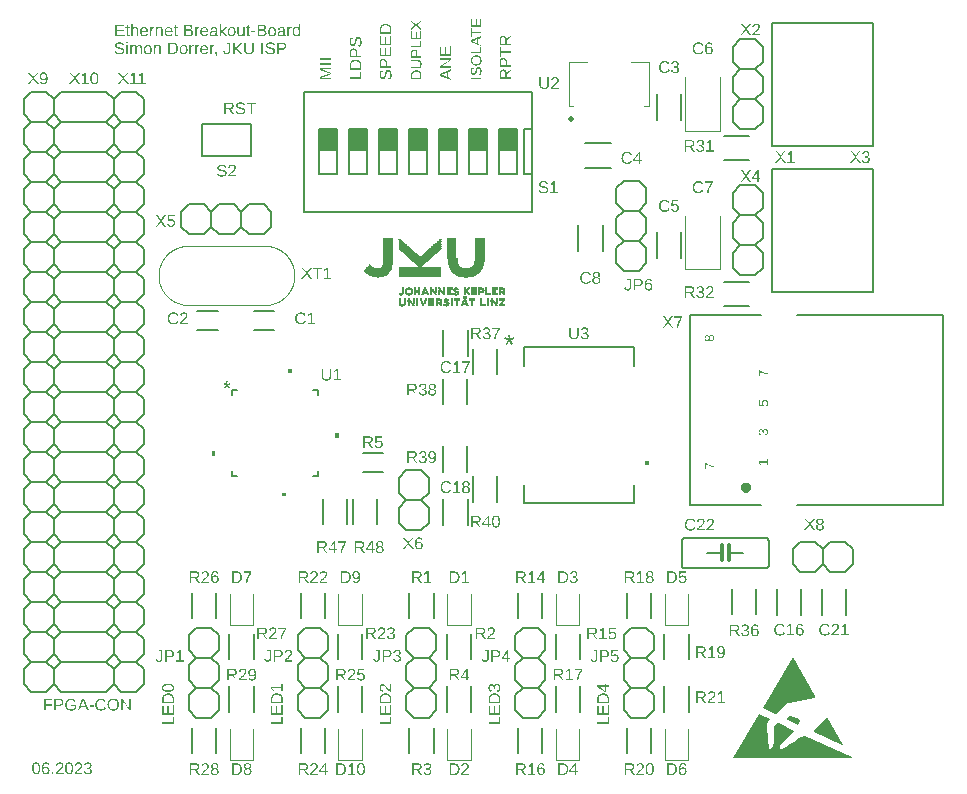
<source format=gbr>
G04 EAGLE Gerber RS-274X export*
G75*
%MOMM*%
%FSLAX34Y34*%
%LPD*%
%INSilkscreen Top*%
%IPPOS*%
%AMOC8*
5,1,8,0,0,1.08239X$1,22.5*%
G01*
G04 Define Apertures*
%ADD10R,0.106675X0.015238*%
%ADD11R,0.076200X0.015238*%
%ADD12R,0.228600X0.015238*%
%ADD13R,0.137156X0.015238*%
%ADD14R,0.121919X0.015238*%
%ADD15R,0.472438X0.015238*%
%ADD16R,0.152400X0.015238*%
%ADD17R,0.137162X0.015238*%
%ADD18R,0.426719X0.015238*%
%ADD19R,0.106681X0.015238*%
%ADD20R,0.518156X0.015238*%
%ADD21R,0.289556X0.015238*%
%ADD22R,0.304800X0.015238*%
%ADD23R,0.350519X0.015238*%
%ADD24R,0.381000X0.015238*%
%ADD25R,0.167637X0.015238*%
%ADD26R,0.396238X0.015238*%
%ADD27R,0.411475X0.015238*%
%ADD28R,0.441956X0.015238*%
%ADD29R,0.182881X0.015238*%
%ADD30R,0.182875X0.015238*%
%ADD31R,0.457200X0.015238*%
%ADD32R,0.198119X0.015238*%
%ADD33R,0.213356X0.015238*%
%ADD34R,0.213363X0.015238*%
%ADD35R,0.243838X0.015238*%
%ADD36R,0.030481X0.015238*%
%ADD37R,0.259081X0.015238*%
%ADD38R,0.487681X0.015238*%
%ADD39R,0.274319X0.015238*%
%ADD40R,0.320038X0.015238*%
%ADD41R,0.335281X0.015238*%
%ADD42R,0.259075X0.015238*%
%ADD43R,0.015238X0.015238*%
%ADD44R,0.045719X0.015238*%
%ADD45R,0.487675X0.015238*%
%ADD46R,0.502919X0.015238*%
%ADD47R,0.365756X0.015238*%
%ADD48R,0.335275X0.015238*%
%ADD49R,0.411481X0.015238*%
%ADD50R,0.091438X0.015238*%
%ADD51R,0.060956X0.015238*%
%ADD52R,0.030475X0.015238*%
%ADD53R,0.365762X0.015238*%
%ADD54R,0.655319X0.015238*%
%ADD55R,0.670556X0.015238*%
%ADD56R,0.822956X0.015238*%
%ADD57R,3.535681X0.015238*%
%ADD58R,0.975356X0.015238*%
%ADD59R,0.914400X0.015238*%
%ADD60R,1.082037X0.015238*%
%ADD61R,1.005837X0.015238*%
%ADD62R,1.188719X0.015238*%
%ADD63R,1.097275X0.015238*%
%ADD64R,1.280156X0.015238*%
%ADD65R,1.371600X0.015238*%
%ADD66R,1.249675X0.015238*%
%ADD67R,1.447800X0.015238*%
%ADD68R,1.310638X0.015238*%
%ADD69R,1.508756X0.015238*%
%ADD70R,1.584956X0.015238*%
%ADD71R,1.432556X0.015238*%
%ADD72R,1.645919X0.015238*%
%ADD73R,1.478281X0.015238*%
%ADD74R,1.691638X0.015238*%
%ADD75R,1.539238X0.015238*%
%ADD76R,1.752600X0.015238*%
%ADD77R,1.813556X0.015238*%
%ADD78R,1.630681X0.015238*%
%ADD79R,1.844037X0.015238*%
%ADD80R,1.676400X0.015238*%
%ADD81R,1.905000X0.015238*%
%ADD82R,1.706875X0.015238*%
%ADD83R,1.935481X0.015238*%
%ADD84R,1.996438X0.015238*%
%ADD85R,1.798319X0.015238*%
%ADD86R,2.026919X0.015238*%
%ADD87R,1.828800X0.015238*%
%ADD88R,2.057400X0.015238*%
%ADD89R,1.859275X0.015238*%
%ADD90R,2.103119X0.015238*%
%ADD91R,1.889756X0.015238*%
%ADD92R,2.148837X0.015238*%
%ADD93R,2.179319X0.015238*%
%ADD94R,1.965956X0.015238*%
%ADD95R,2.209800X0.015238*%
%ADD96R,1.981200X0.015238*%
%ADD97R,2.240281X0.015238*%
%ADD98R,2.011681X0.015238*%
%ADD99R,2.270756X0.015238*%
%ADD100R,2.042156X0.015238*%
%ADD101R,2.301238X0.015238*%
%ADD102R,2.072637X0.015238*%
%ADD103R,2.331719X0.015238*%
%ADD104R,2.362200X0.015238*%
%ADD105R,2.118356X0.015238*%
%ADD106R,2.392681X0.015238*%
%ADD107R,2.423156X0.015238*%
%ADD108R,2.194562X0.015238*%
%ADD109R,2.453638X0.015238*%
%ADD110R,2.484119X0.015238*%
%ADD111R,2.225038X0.015238*%
%ADD112R,2.499356X0.015238*%
%ADD113R,2.514600X0.015238*%
%ADD114R,2.545081X0.015238*%
%ADD115R,2.575556X0.015238*%
%ADD116R,2.194556X0.015238*%
%ADD117R,2.606038X0.015238*%
%ADD118R,2.636519X0.015238*%
%ADD119R,2.667000X0.015238*%
%ADD120R,2.164075X0.015238*%
%ADD121R,2.697481X0.015238*%
%ADD122R,0.883919X0.015238*%
%ADD123R,1.112519X0.015238*%
%ADD124R,1.203956X0.015238*%
%ADD125R,0.792481X0.015238*%
%ADD126R,1.021075X0.015238*%
%ADD127R,1.127756X0.015238*%
%ADD128R,0.731519X0.015238*%
%ADD129R,0.990600X0.015238*%
%ADD130R,1.097281X0.015238*%
%ADD131R,0.960119X0.015238*%
%ADD132R,1.051562X0.015238*%
%ADD133R,1.036319X0.015238*%
%ADD134R,0.624838X0.015238*%
%ADD135R,0.929638X0.015238*%
%ADD136R,1.021081X0.015238*%
%ADD137R,0.579119X0.015238*%
%ADD138R,0.533400X0.015238*%
%ADD139R,0.944875X0.015238*%
%ADD140R,0.944881X0.015238*%
%ADD141R,0.868681X0.015238*%
%ADD142R,0.853438X0.015238*%
%ADD143R,0.899163X0.015238*%
%ADD144R,0.838200X0.015238*%
%ADD145R,0.899156X0.015238*%
%ADD146R,0.868675X0.015238*%
%ADD147R,0.807719X0.015238*%
%ADD148R,0.563881X0.015238*%
%ADD149R,0.609600X0.015238*%
%ADD150R,0.640081X0.015238*%
%ADD151R,0.792475X0.015238*%
%ADD152R,0.701037X0.015238*%
%ADD153R,0.777238X0.015238*%
%ADD154R,1.066800X0.015238*%
%ADD155R,1.158238X0.015238*%
%ADD156R,1.249681X0.015238*%
%ADD157R,1.341119X0.015238*%
%ADD158R,0.762000X0.015238*%
%ADD159R,1.417319X0.015238*%
%ADD160R,1.463037X0.015238*%
%ADD161R,1.493519X0.015238*%
%ADD162R,1.524000X0.015238*%
%ADD163R,1.554481X0.015238*%
%ADD164R,1.706881X0.015238*%
%ADD165R,1.737356X0.015238*%
%ADD166R,1.767838X0.015238*%
%ADD167R,1.920238X0.015238*%
%ADD168R,1.950719X0.015238*%
%ADD169R,2.133600X0.015238*%
%ADD170R,2.164081X0.015238*%
%ADD171R,1.051556X0.015238*%
%ADD172R,0.975363X0.015238*%
%ADD173R,0.822963X0.015238*%
%ADD174R,0.746762X0.015238*%
%ADD175R,0.716281X0.015238*%
%ADD176R,0.685800X0.015238*%
%ADD177R,0.594363X0.015238*%
%ADD178R,0.594356X0.015238*%
%ADD179R,0.548638X0.015238*%
%ADD180R,0.518162X0.015238*%
%ADD181R,0.441963X0.015238*%
%ADD182R,0.289563X0.015238*%
%ADD183R,0.060963X0.015238*%
%ADD184C,0.127000*%
%ADD185C,0.304800*%
%ADD186C,0.152400*%
%ADD187C,0.120000*%
%ADD188R,1.524000X1.905000*%
%ADD189C,0.200000*%
%ADD190C,0.400000*%
%ADD191C,0.500000*%
G36*
X707071Y21087D02*
X707071Y19758D01*
X606964Y19758D01*
X628485Y57540D01*
X637873Y53093D01*
X636330Y50522D01*
X635888Y49637D01*
X635888Y45930D01*
X637285Y27299D01*
X637939Y27299D01*
X639242Y28168D01*
X640149Y29983D01*
X641079Y32772D01*
X641546Y36977D01*
X641546Y45996D01*
X644017Y49455D01*
X645606Y49455D01*
X658515Y43240D01*
X658515Y42516D01*
X649503Y34452D01*
X647642Y31660D01*
X646730Y29838D01*
X646730Y28534D01*
X647160Y27674D01*
X647535Y27299D01*
X648319Y27299D01*
X651560Y29152D01*
X655322Y31503D01*
X658619Y33857D01*
X662868Y36689D01*
X666699Y39084D01*
X667760Y39084D01*
X707071Y21087D01*
G37*
G36*
X653257Y66493D02*
X643286Y57471D01*
X642197Y57471D01*
X632496Y62321D01*
X657338Y105316D01*
X676429Y72383D01*
X676429Y71182D01*
X653681Y66916D01*
X653257Y66493D01*
G37*
G36*
X699583Y31273D02*
X699347Y31020D01*
X675488Y42473D01*
X675488Y43183D01*
X686138Y54802D01*
X699583Y31273D01*
G37*
G36*
X662741Y49595D02*
X661663Y47978D01*
X651220Y52951D01*
X654906Y55584D01*
X655957Y55584D01*
X660739Y54150D01*
X662221Y53161D01*
X663248Y51622D01*
X662741Y49595D01*
G37*
G36*
X168148Y279807D02*
X168148Y275743D01*
X165354Y275743D01*
X165354Y279807D01*
X168148Y279807D01*
G37*
G36*
X228607Y244348D02*
X228607Y241554D01*
X224543Y241554D01*
X224543Y244348D01*
X228607Y244348D01*
G37*
G36*
X233607Y348996D02*
X233607Y346202D01*
X229543Y346202D01*
X229543Y348996D01*
X233607Y348996D01*
G37*
G36*
X272796Y294807D02*
X272796Y290743D01*
X270002Y290743D01*
X270002Y294807D01*
X272796Y294807D01*
G37*
G36*
X535305Y271907D02*
X535305Y267843D01*
X532511Y267843D01*
X532511Y271907D01*
X535305Y271907D01*
G37*
G36*
X165950Y631050D02*
X165673Y631059D01*
X165414Y631088D01*
X165173Y631135D01*
X164950Y631201D01*
X164744Y631285D01*
X164556Y631389D01*
X164386Y631511D01*
X164234Y631652D01*
X164099Y631810D01*
X163982Y631981D01*
X163884Y632167D01*
X163803Y632367D01*
X163740Y632580D01*
X163695Y632808D01*
X163668Y633050D01*
X163659Y633305D01*
X163671Y633591D01*
X163708Y633859D01*
X163768Y634111D01*
X163853Y634345D01*
X163962Y634563D01*
X164095Y634763D01*
X164252Y634946D01*
X164433Y635112D01*
X164642Y635261D01*
X164880Y635391D01*
X165147Y635502D01*
X165444Y635595D01*
X165771Y635670D01*
X166128Y635727D01*
X166514Y635765D01*
X166930Y635784D01*
X168632Y635812D01*
X168632Y636226D01*
X168626Y636449D01*
X168608Y636655D01*
X168577Y636845D01*
X168534Y637019D01*
X168479Y637176D01*
X168411Y637317D01*
X168332Y637441D01*
X168240Y637549D01*
X168135Y637643D01*
X168016Y637724D01*
X167883Y637793D01*
X167736Y637849D01*
X167574Y637893D01*
X167399Y637924D01*
X167210Y637942D01*
X167007Y637949D01*
X166612Y637931D01*
X166275Y637877D01*
X165996Y637787D01*
X165774Y637661D01*
X165601Y637496D01*
X165466Y637289D01*
X165370Y637038D01*
X165312Y636744D01*
X163996Y636863D01*
X164045Y637111D01*
X164113Y637342D01*
X164201Y637558D01*
X164306Y637758D01*
X164431Y637942D01*
X164574Y638109D01*
X164736Y638261D01*
X164917Y638397D01*
X165116Y638517D01*
X165334Y638621D01*
X165571Y638708D01*
X165826Y638780D01*
X166100Y638836D01*
X166393Y638876D01*
X166705Y638900D01*
X167035Y638908D01*
X167381Y638898D01*
X167705Y638867D01*
X168007Y638816D01*
X168287Y638744D01*
X168545Y638652D01*
X168780Y638540D01*
X168994Y638407D01*
X169185Y638253D01*
X169354Y638080D01*
X169501Y637889D01*
X169625Y637680D01*
X169726Y637452D01*
X169805Y637206D01*
X169862Y636942D01*
X169895Y636660D01*
X169907Y636359D01*
X169907Y633095D01*
X169916Y632832D01*
X169943Y632604D01*
X169989Y632410D01*
X170054Y632251D01*
X170144Y632127D01*
X170267Y632038D01*
X170424Y631985D01*
X170614Y631967D01*
X170808Y631980D01*
X171027Y632016D01*
X171027Y631232D01*
X170788Y631183D01*
X170546Y631148D01*
X170301Y631127D01*
X170054Y631120D01*
X169727Y631143D01*
X169449Y631212D01*
X169218Y631327D01*
X169035Y631488D01*
X168893Y631698D01*
X168785Y631960D01*
X168712Y632274D01*
X168674Y632640D01*
X168632Y632640D01*
X168381Y632237D01*
X168109Y631898D01*
X167818Y631623D01*
X167508Y631411D01*
X167170Y631253D01*
X166798Y631140D01*
X166391Y631072D01*
X165950Y631050D01*
G37*
%LPC*%
G36*
X166237Y631995D02*
X166574Y632015D01*
X166892Y632074D01*
X167190Y632173D01*
X167469Y632311D01*
X167725Y632483D01*
X167952Y632684D01*
X168150Y632915D01*
X168320Y633176D01*
X168457Y633452D01*
X168554Y633733D01*
X168613Y634018D01*
X168632Y634307D01*
X168632Y634930D01*
X167252Y634902D01*
X166834Y634885D01*
X166470Y634849D01*
X166160Y634794D01*
X165904Y634720D01*
X165688Y634624D01*
X165499Y634506D01*
X165336Y634365D01*
X165200Y634202D01*
X165093Y634013D01*
X165016Y633797D01*
X164970Y633554D01*
X164955Y633284D01*
X164976Y632993D01*
X165038Y632738D01*
X165142Y632517D01*
X165288Y632332D01*
X165472Y632185D01*
X165691Y632079D01*
X165946Y632016D01*
X166237Y631995D01*
G37*
%LPD*%
G36*
X223356Y631050D02*
X223079Y631059D01*
X222820Y631088D01*
X222579Y631135D01*
X222356Y631201D01*
X222150Y631285D01*
X221963Y631389D01*
X221792Y631511D01*
X221640Y631652D01*
X221505Y631810D01*
X221389Y631981D01*
X221290Y632167D01*
X221209Y632367D01*
X221146Y632580D01*
X221101Y632808D01*
X221075Y633050D01*
X221066Y633305D01*
X221078Y633591D01*
X221114Y633859D01*
X221174Y634111D01*
X221259Y634345D01*
X221368Y634563D01*
X221501Y634763D01*
X221658Y634946D01*
X221839Y635112D01*
X222048Y635261D01*
X222286Y635391D01*
X222553Y635502D01*
X222851Y635595D01*
X223178Y635670D01*
X223534Y635727D01*
X223920Y635765D01*
X224336Y635784D01*
X226038Y635812D01*
X226038Y636226D01*
X226032Y636449D01*
X226014Y636655D01*
X225983Y636845D01*
X225940Y637019D01*
X225885Y637176D01*
X225818Y637317D01*
X225738Y637441D01*
X225646Y637549D01*
X225541Y637643D01*
X225422Y637724D01*
X225289Y637793D01*
X225142Y637849D01*
X224981Y637893D01*
X224806Y637924D01*
X224616Y637942D01*
X224413Y637949D01*
X224019Y637931D01*
X223681Y637877D01*
X223402Y637787D01*
X223181Y637661D01*
X223007Y637496D01*
X222873Y637289D01*
X222776Y637038D01*
X222718Y636744D01*
X221402Y636863D01*
X221451Y637111D01*
X221520Y637342D01*
X221607Y637558D01*
X221713Y637758D01*
X221837Y637942D01*
X221980Y638109D01*
X222142Y638261D01*
X222323Y638397D01*
X222522Y638517D01*
X222740Y638621D01*
X222977Y638708D01*
X223232Y638780D01*
X223507Y638836D01*
X223799Y638876D01*
X224111Y638900D01*
X224441Y638908D01*
X224788Y638898D01*
X225112Y638867D01*
X225414Y638816D01*
X225693Y638744D01*
X225951Y638652D01*
X226187Y638540D01*
X226400Y638407D01*
X226592Y638253D01*
X226761Y638080D01*
X226907Y637889D01*
X227031Y637680D01*
X227133Y637452D01*
X227212Y637206D01*
X227268Y636942D01*
X227302Y636660D01*
X227313Y636359D01*
X227313Y633095D01*
X227322Y632832D01*
X227350Y632604D01*
X227396Y632410D01*
X227460Y632251D01*
X227550Y632127D01*
X227674Y632038D01*
X227830Y631985D01*
X228020Y631967D01*
X228215Y631980D01*
X228434Y632016D01*
X228434Y631232D01*
X228194Y631183D01*
X227952Y631148D01*
X227707Y631127D01*
X227460Y631120D01*
X227134Y631143D01*
X226855Y631212D01*
X226624Y631327D01*
X226441Y631488D01*
X226299Y631698D01*
X226191Y631960D01*
X226119Y632274D01*
X226080Y632640D01*
X226038Y632640D01*
X225787Y632237D01*
X225516Y631898D01*
X225225Y631623D01*
X224914Y631411D01*
X224576Y631253D01*
X224204Y631140D01*
X223797Y631072D01*
X223356Y631050D01*
G37*
%LPC*%
G36*
X223643Y631995D02*
X223980Y632015D01*
X224298Y632074D01*
X224596Y632173D01*
X224876Y632311D01*
X225131Y632483D01*
X225358Y632684D01*
X225557Y632915D01*
X225727Y633176D01*
X225863Y633452D01*
X225960Y633733D01*
X226019Y634018D01*
X226038Y634307D01*
X226038Y634930D01*
X224659Y634902D01*
X224241Y634885D01*
X223877Y634849D01*
X223567Y634794D01*
X223310Y634720D01*
X223094Y634624D01*
X222905Y634506D01*
X222742Y634365D01*
X222606Y634202D01*
X222499Y634013D01*
X222423Y633797D01*
X222377Y633554D01*
X222361Y633284D01*
X222382Y632993D01*
X222444Y632738D01*
X222548Y632517D01*
X222694Y632332D01*
X222878Y632185D01*
X223098Y632079D01*
X223353Y632016D01*
X223643Y631995D01*
G37*
%LPD*%
G36*
X97548Y615950D02*
X96295Y615950D01*
X96295Y621910D01*
X96284Y622977D01*
X96271Y623317D01*
X96253Y623528D01*
X97443Y623528D01*
X97457Y623339D01*
X97475Y622985D01*
X97499Y622232D01*
X97520Y622232D01*
X97731Y622604D01*
X97956Y622915D01*
X98197Y623165D01*
X98452Y623353D01*
X98729Y623491D01*
X99035Y623589D01*
X99370Y623648D01*
X99733Y623668D01*
X100142Y623647D01*
X100505Y623582D01*
X100823Y623475D01*
X101096Y623325D01*
X101327Y623128D01*
X101520Y622880D01*
X101675Y622582D01*
X101793Y622232D01*
X101814Y622232D01*
X102020Y622587D01*
X102247Y622889D01*
X102494Y623137D01*
X102763Y623332D01*
X103056Y623479D01*
X103378Y623584D01*
X103730Y623647D01*
X104111Y623668D01*
X104388Y623658D01*
X104646Y623629D01*
X104884Y623581D01*
X105103Y623512D01*
X105302Y623425D01*
X105481Y623318D01*
X105641Y623191D01*
X105781Y623045D01*
X105903Y622877D01*
X106009Y622683D01*
X106099Y622465D01*
X106172Y622222D01*
X106230Y621954D01*
X106270Y621661D01*
X106295Y621343D01*
X106303Y621000D01*
X106303Y615950D01*
X105056Y615950D01*
X105056Y620755D01*
X105037Y621262D01*
X104981Y621684D01*
X104939Y621864D01*
X104887Y622022D01*
X104826Y622159D01*
X104755Y622274D01*
X104672Y622373D01*
X104574Y622458D01*
X104461Y622530D01*
X104333Y622590D01*
X104190Y622636D01*
X104032Y622668D01*
X103858Y622688D01*
X103670Y622695D01*
X103469Y622685D01*
X103279Y622656D01*
X103101Y622608D01*
X102935Y622541D01*
X102780Y622455D01*
X102637Y622350D01*
X102505Y622225D01*
X102384Y622082D01*
X102277Y621921D01*
X102184Y621743D01*
X102105Y621550D01*
X102040Y621340D01*
X101990Y621115D01*
X101954Y620873D01*
X101933Y620615D01*
X101926Y620341D01*
X101926Y615950D01*
X100679Y615950D01*
X100679Y620755D01*
X100660Y621262D01*
X100604Y621684D01*
X100561Y621864D01*
X100510Y622022D01*
X100448Y622159D01*
X100378Y622274D01*
X100295Y622373D01*
X100197Y622458D01*
X100084Y622530D01*
X99956Y622590D01*
X99813Y622636D01*
X99654Y622668D01*
X99481Y622688D01*
X99292Y622695D01*
X99096Y622685D01*
X98910Y622656D01*
X98735Y622608D01*
X98571Y622541D01*
X98417Y622454D01*
X98273Y622348D01*
X98140Y622223D01*
X98017Y622078D01*
X97907Y621916D01*
X97812Y621739D01*
X97732Y621545D01*
X97666Y621336D01*
X97614Y621111D01*
X97578Y620870D01*
X97556Y620614D01*
X97548Y620341D01*
X97548Y615950D01*
G37*
G36*
X91501Y631190D02*
X83727Y631190D01*
X83727Y641058D01*
X91214Y641058D01*
X91214Y639966D01*
X85064Y639966D01*
X85064Y636800D01*
X90793Y636800D01*
X90793Y635721D01*
X85064Y635721D01*
X85064Y632283D01*
X91501Y632283D01*
X91501Y631190D01*
G37*
G36*
X108098Y631050D02*
X107690Y631066D01*
X107308Y631113D01*
X106950Y631191D01*
X106618Y631300D01*
X106310Y631441D01*
X106028Y631613D01*
X105771Y631817D01*
X105538Y632051D01*
X105332Y632317D01*
X105154Y632613D01*
X105003Y632940D01*
X104879Y633296D01*
X104783Y633684D01*
X104714Y634101D01*
X104673Y634550D01*
X104659Y635028D01*
X104673Y635484D01*
X104714Y635912D01*
X104783Y636313D01*
X104879Y636686D01*
X105003Y637032D01*
X105154Y637351D01*
X105332Y637643D01*
X105538Y637907D01*
X105770Y638141D01*
X106025Y638345D01*
X106303Y638517D01*
X106606Y638658D01*
X106931Y638767D01*
X107280Y638846D01*
X107653Y638893D01*
X108049Y638908D01*
X108454Y638892D01*
X108832Y638845D01*
X109185Y638767D01*
X109511Y638656D01*
X109811Y638515D01*
X110085Y638342D01*
X110333Y638137D01*
X110555Y637901D01*
X110751Y637634D01*
X110920Y637335D01*
X111064Y637005D01*
X111181Y636643D01*
X111273Y636250D01*
X111338Y635825D01*
X111377Y635369D01*
X111390Y634881D01*
X111390Y634713D01*
X105983Y634713D01*
X105991Y634397D01*
X106017Y634099D01*
X106059Y633820D01*
X106118Y633559D01*
X106194Y633317D01*
X106286Y633094D01*
X106396Y632889D01*
X106522Y632703D01*
X106665Y632537D01*
X106823Y632393D01*
X106997Y632272D01*
X107186Y632172D01*
X107391Y632095D01*
X107611Y632040D01*
X107847Y632006D01*
X108098Y631995D01*
X108488Y632016D01*
X108836Y632078D01*
X109144Y632181D01*
X109411Y632325D01*
X109638Y632500D01*
X109825Y632698D01*
X109973Y632917D01*
X110080Y633158D01*
X111187Y632843D01*
X111095Y632626D01*
X110990Y632423D01*
X110871Y632234D01*
X110739Y632058D01*
X110593Y631897D01*
X110434Y631750D01*
X110261Y631617D01*
X110075Y631498D01*
X109875Y631393D01*
X109662Y631302D01*
X109435Y631225D01*
X109195Y631162D01*
X108941Y631113D01*
X108673Y631078D01*
X108393Y631057D01*
X108098Y631050D01*
G37*
%LPC*%
G36*
X110087Y635679D02*
X110055Y635969D01*
X110010Y636238D01*
X109952Y636487D01*
X109882Y636715D01*
X109800Y636923D01*
X109705Y637111D01*
X109598Y637279D01*
X109478Y637427D01*
X109345Y637556D01*
X109198Y637667D01*
X109038Y637762D01*
X108863Y637839D01*
X108675Y637899D01*
X108473Y637942D01*
X108258Y637968D01*
X108028Y637977D01*
X107805Y637967D01*
X107593Y637938D01*
X107394Y637890D01*
X107206Y637823D01*
X107030Y637737D01*
X106867Y637632D01*
X106715Y637507D01*
X106575Y637364D01*
X106449Y637203D01*
X106338Y637029D01*
X106242Y636840D01*
X106163Y636636D01*
X106098Y636419D01*
X106049Y636187D01*
X106015Y635940D01*
X105997Y635679D01*
X110087Y635679D01*
G37*
%LPD*%
G36*
X128848Y631050D02*
X128440Y631066D01*
X128058Y631113D01*
X127700Y631191D01*
X127368Y631300D01*
X127060Y631441D01*
X126778Y631613D01*
X126521Y631817D01*
X126288Y632051D01*
X126082Y632317D01*
X125904Y632613D01*
X125753Y632940D01*
X125629Y633296D01*
X125533Y633684D01*
X125464Y634101D01*
X125423Y634550D01*
X125409Y635028D01*
X125423Y635484D01*
X125464Y635912D01*
X125533Y636313D01*
X125629Y636686D01*
X125753Y637032D01*
X125904Y637351D01*
X126082Y637643D01*
X126288Y637907D01*
X126520Y638141D01*
X126775Y638345D01*
X127053Y638517D01*
X127356Y638658D01*
X127681Y638767D01*
X128030Y638846D01*
X128403Y638893D01*
X128799Y638908D01*
X129204Y638892D01*
X129582Y638845D01*
X129935Y638767D01*
X130261Y638656D01*
X130561Y638515D01*
X130835Y638342D01*
X131083Y638137D01*
X131305Y637901D01*
X131501Y637634D01*
X131670Y637335D01*
X131814Y637005D01*
X131931Y636643D01*
X132023Y636250D01*
X132088Y635825D01*
X132127Y635369D01*
X132140Y634881D01*
X132140Y634713D01*
X126733Y634713D01*
X126741Y634397D01*
X126767Y634099D01*
X126809Y633820D01*
X126868Y633559D01*
X126944Y633317D01*
X127036Y633094D01*
X127146Y632889D01*
X127272Y632703D01*
X127415Y632537D01*
X127573Y632393D01*
X127747Y632272D01*
X127936Y632172D01*
X128141Y632095D01*
X128361Y632040D01*
X128597Y632006D01*
X128848Y631995D01*
X129238Y632016D01*
X129586Y632078D01*
X129894Y632181D01*
X130161Y632325D01*
X130388Y632500D01*
X130575Y632698D01*
X130723Y632917D01*
X130830Y633158D01*
X131937Y632843D01*
X131845Y632626D01*
X131740Y632423D01*
X131621Y632234D01*
X131489Y632058D01*
X131343Y631897D01*
X131184Y631750D01*
X131011Y631617D01*
X130825Y631498D01*
X130625Y631393D01*
X130412Y631302D01*
X130185Y631225D01*
X129945Y631162D01*
X129691Y631113D01*
X129423Y631078D01*
X129143Y631057D01*
X128848Y631050D01*
G37*
%LPC*%
G36*
X130837Y635679D02*
X130805Y635969D01*
X130760Y636238D01*
X130702Y636487D01*
X130632Y636715D01*
X130550Y636923D01*
X130455Y637111D01*
X130348Y637279D01*
X130228Y637427D01*
X130095Y637556D01*
X129948Y637667D01*
X129788Y637762D01*
X129613Y637839D01*
X129425Y637899D01*
X129223Y637942D01*
X129008Y637968D01*
X128778Y637977D01*
X128555Y637967D01*
X128343Y637938D01*
X128144Y637890D01*
X127956Y637823D01*
X127780Y637737D01*
X127617Y637632D01*
X127465Y637507D01*
X127325Y637364D01*
X127199Y637203D01*
X127088Y637029D01*
X126992Y636840D01*
X126913Y636636D01*
X126848Y636419D01*
X126799Y636187D01*
X126765Y635940D01*
X126747Y635679D01*
X130837Y635679D01*
G37*
%LPD*%
G36*
X159098Y615810D02*
X158690Y615826D01*
X158308Y615873D01*
X157950Y615951D01*
X157618Y616060D01*
X157310Y616201D01*
X157028Y616373D01*
X156771Y616577D01*
X156538Y616811D01*
X156332Y617077D01*
X156154Y617373D01*
X156003Y617700D01*
X155879Y618056D01*
X155783Y618444D01*
X155714Y618861D01*
X155673Y619310D01*
X155659Y619788D01*
X155673Y620244D01*
X155714Y620672D01*
X155783Y621073D01*
X155879Y621446D01*
X156003Y621792D01*
X156154Y622111D01*
X156332Y622403D01*
X156538Y622667D01*
X156770Y622901D01*
X157025Y623105D01*
X157303Y623277D01*
X157606Y623418D01*
X157931Y623527D01*
X158280Y623606D01*
X158653Y623653D01*
X159049Y623668D01*
X159454Y623652D01*
X159832Y623605D01*
X160185Y623527D01*
X160511Y623416D01*
X160811Y623275D01*
X161085Y623102D01*
X161333Y622897D01*
X161555Y622661D01*
X161751Y622394D01*
X161920Y622095D01*
X162064Y621765D01*
X162181Y621403D01*
X162273Y621010D01*
X162338Y620585D01*
X162377Y620129D01*
X162390Y619641D01*
X162390Y619473D01*
X156983Y619473D01*
X156991Y619157D01*
X157017Y618859D01*
X157059Y618580D01*
X157118Y618319D01*
X157194Y618077D01*
X157286Y617854D01*
X157396Y617649D01*
X157522Y617463D01*
X157665Y617297D01*
X157823Y617153D01*
X157997Y617032D01*
X158186Y616932D01*
X158391Y616855D01*
X158611Y616800D01*
X158847Y616766D01*
X159098Y616755D01*
X159488Y616776D01*
X159836Y616838D01*
X160144Y616941D01*
X160411Y617085D01*
X160638Y617260D01*
X160825Y617458D01*
X160973Y617677D01*
X161080Y617918D01*
X162187Y617603D01*
X162095Y617386D01*
X161990Y617183D01*
X161871Y616994D01*
X161739Y616818D01*
X161593Y616657D01*
X161434Y616510D01*
X161261Y616377D01*
X161075Y616258D01*
X160875Y616153D01*
X160662Y616062D01*
X160435Y615985D01*
X160195Y615922D01*
X159941Y615873D01*
X159673Y615838D01*
X159393Y615817D01*
X159098Y615810D01*
G37*
%LPC*%
G36*
X161087Y620439D02*
X161055Y620729D01*
X161010Y620998D01*
X160952Y621247D01*
X160882Y621475D01*
X160800Y621683D01*
X160705Y621871D01*
X160598Y622039D01*
X160478Y622187D01*
X160345Y622316D01*
X160198Y622427D01*
X160038Y622522D01*
X159863Y622599D01*
X159675Y622659D01*
X159473Y622702D01*
X159258Y622728D01*
X159028Y622737D01*
X158805Y622727D01*
X158593Y622698D01*
X158394Y622650D01*
X158206Y622583D01*
X158030Y622497D01*
X157867Y622392D01*
X157715Y622267D01*
X157575Y622124D01*
X157449Y621963D01*
X157338Y621789D01*
X157242Y621600D01*
X157163Y621396D01*
X157098Y621179D01*
X157049Y620947D01*
X157015Y620700D01*
X156997Y620439D01*
X161087Y620439D01*
G37*
%LPD*%
G36*
X159129Y631050D02*
X158722Y631066D01*
X158339Y631113D01*
X157982Y631191D01*
X157649Y631300D01*
X157342Y631441D01*
X157059Y631613D01*
X156802Y631817D01*
X156570Y632051D01*
X156364Y632317D01*
X156185Y632613D01*
X156034Y632940D01*
X155910Y633296D01*
X155814Y633684D01*
X155746Y634101D01*
X155704Y634550D01*
X155691Y635028D01*
X155704Y635484D01*
X155746Y635912D01*
X155814Y636313D01*
X155910Y636686D01*
X156034Y637032D01*
X156185Y637351D01*
X156364Y637643D01*
X156570Y637907D01*
X156801Y638141D01*
X157056Y638345D01*
X157335Y638517D01*
X157637Y638658D01*
X157962Y638767D01*
X158312Y638846D01*
X158684Y638893D01*
X159080Y638908D01*
X159485Y638892D01*
X159863Y638845D01*
X160216Y638767D01*
X160542Y638656D01*
X160842Y638515D01*
X161116Y638342D01*
X161364Y638137D01*
X161586Y637901D01*
X161782Y637634D01*
X161951Y637335D01*
X162095Y637005D01*
X162212Y636643D01*
X162304Y636250D01*
X162369Y635825D01*
X162408Y635369D01*
X162421Y634881D01*
X162421Y634713D01*
X157014Y634713D01*
X157023Y634397D01*
X157048Y634099D01*
X157090Y633820D01*
X157149Y633559D01*
X157225Y633317D01*
X157318Y633094D01*
X157427Y632889D01*
X157554Y632703D01*
X157696Y632537D01*
X157854Y632393D01*
X158028Y632272D01*
X158217Y632172D01*
X158422Y632095D01*
X158642Y632040D01*
X158878Y632006D01*
X159129Y631995D01*
X159519Y632016D01*
X159867Y632078D01*
X160175Y632181D01*
X160443Y632325D01*
X160670Y632500D01*
X160857Y632698D01*
X161004Y632917D01*
X161112Y633158D01*
X162218Y632843D01*
X162126Y632626D01*
X162021Y632423D01*
X161903Y632234D01*
X161770Y632058D01*
X161625Y631897D01*
X161465Y631750D01*
X161293Y631617D01*
X161106Y631498D01*
X160906Y631393D01*
X160693Y631302D01*
X160466Y631225D01*
X160226Y631162D01*
X159972Y631113D01*
X159705Y631078D01*
X159424Y631057D01*
X159129Y631050D01*
G37*
%LPC*%
G36*
X161119Y635679D02*
X161086Y635969D01*
X161041Y636238D01*
X160984Y636487D01*
X160914Y636715D01*
X160831Y636923D01*
X160736Y637111D01*
X160629Y637279D01*
X160509Y637427D01*
X160376Y637556D01*
X160229Y637667D01*
X160069Y637762D01*
X159895Y637839D01*
X159706Y637899D01*
X159505Y637942D01*
X159289Y637968D01*
X159059Y637977D01*
X158836Y637967D01*
X158625Y637938D01*
X158425Y637890D01*
X158237Y637823D01*
X158062Y637737D01*
X157898Y637632D01*
X157746Y637507D01*
X157606Y637364D01*
X157480Y637203D01*
X157369Y637029D01*
X157274Y636840D01*
X157194Y636636D01*
X157129Y636419D01*
X157080Y636187D01*
X157047Y635940D01*
X157028Y635679D01*
X161119Y635679D01*
G37*
%LPD*%
G36*
X87383Y615810D02*
X86944Y615820D01*
X86528Y615849D01*
X86137Y615898D01*
X85769Y615967D01*
X85424Y616055D01*
X85104Y616163D01*
X84807Y616290D01*
X84534Y616437D01*
X84284Y616603D01*
X84059Y616789D01*
X83856Y616995D01*
X83678Y617220D01*
X83523Y617465D01*
X83392Y617730D01*
X83285Y618014D01*
X83201Y618317D01*
X84497Y618576D01*
X84561Y618361D01*
X84641Y618161D01*
X84736Y617976D01*
X84847Y617805D01*
X84974Y617649D01*
X85117Y617508D01*
X85275Y617382D01*
X85450Y617270D01*
X85640Y617173D01*
X85847Y617088D01*
X86070Y617016D01*
X86309Y616958D01*
X86565Y616912D01*
X86838Y616880D01*
X87126Y616860D01*
X87432Y616853D01*
X87746Y616860D01*
X88042Y616881D01*
X88320Y616916D01*
X88579Y616965D01*
X88820Y617027D01*
X89042Y617104D01*
X89246Y617194D01*
X89431Y617298D01*
X89596Y617416D01*
X89739Y617547D01*
X89860Y617690D01*
X89959Y617847D01*
X90036Y618017D01*
X90091Y618200D01*
X90124Y618396D01*
X90135Y618604D01*
X90121Y618835D01*
X90080Y619042D01*
X90011Y619227D01*
X89914Y619389D01*
X89793Y619533D01*
X89649Y619664D01*
X89483Y619782D01*
X89295Y619886D01*
X88857Y620066D01*
X88342Y620215D01*
X87116Y620502D01*
X86567Y620632D01*
X86088Y620762D01*
X85679Y620891D01*
X85341Y621021D01*
X85054Y621154D01*
X84799Y621295D01*
X84576Y621443D01*
X84385Y621599D01*
X84220Y621765D01*
X84076Y621944D01*
X83952Y622138D01*
X83849Y622344D01*
X83768Y622566D01*
X83710Y622803D01*
X83675Y623056D01*
X83664Y623325D01*
X83679Y623633D01*
X83724Y623922D01*
X83800Y624194D01*
X83906Y624447D01*
X84043Y624683D01*
X84209Y624900D01*
X84406Y625098D01*
X84634Y625279D01*
X84889Y625440D01*
X85171Y625579D01*
X85479Y625697D01*
X85813Y625794D01*
X86173Y625869D01*
X86559Y625923D01*
X86972Y625955D01*
X87411Y625965D01*
X87818Y625957D01*
X88202Y625933D01*
X88560Y625893D01*
X88894Y625837D01*
X89203Y625764D01*
X89487Y625676D01*
X89746Y625571D01*
X89981Y625451D01*
X90195Y625311D01*
X90392Y625148D01*
X90573Y624963D01*
X90737Y624755D01*
X90885Y624524D01*
X91016Y624271D01*
X91130Y623995D01*
X91228Y623696D01*
X89911Y623465D01*
X89851Y623654D01*
X89778Y623830D01*
X89693Y623993D01*
X89596Y624142D01*
X89486Y624277D01*
X89365Y624399D01*
X89231Y624508D01*
X89085Y624603D01*
X88925Y624686D01*
X88751Y624758D01*
X88562Y624819D01*
X88358Y624868D01*
X87907Y624935D01*
X87397Y624957D01*
X87109Y624951D01*
X86840Y624932D01*
X86588Y624902D01*
X86353Y624859D01*
X86136Y624804D01*
X85936Y624736D01*
X85754Y624657D01*
X85590Y624565D01*
X85444Y624461D01*
X85317Y624344D01*
X85210Y624216D01*
X85122Y624076D01*
X85054Y623924D01*
X85005Y623760D01*
X84976Y623583D01*
X84966Y623395D01*
X84981Y623177D01*
X85027Y622979D01*
X85102Y622801D01*
X85208Y622642D01*
X85342Y622499D01*
X85503Y622367D01*
X85691Y622247D01*
X85905Y622138D01*
X86189Y622029D01*
X86586Y621908D01*
X87096Y621775D01*
X87719Y621630D01*
X88626Y621416D01*
X89068Y621297D01*
X89491Y621157D01*
X89891Y620994D01*
X90265Y620804D01*
X90602Y620578D01*
X90892Y620306D01*
X91017Y620153D01*
X91129Y619986D01*
X91226Y619806D01*
X91308Y619613D01*
X91374Y619405D01*
X91421Y619179D01*
X91449Y618935D01*
X91459Y618674D01*
X91442Y618343D01*
X91392Y618030D01*
X91309Y617737D01*
X91192Y617463D01*
X91042Y617208D01*
X90858Y616973D01*
X90641Y616756D01*
X90391Y616559D01*
X90110Y616384D01*
X89802Y616231D01*
X89467Y616103D01*
X89105Y615997D01*
X88715Y615915D01*
X88298Y615857D01*
X87854Y615822D01*
X87383Y615810D01*
G37*
G36*
X214883Y615810D02*
X214444Y615820D01*
X214028Y615849D01*
X213637Y615898D01*
X213269Y615967D01*
X212924Y616055D01*
X212604Y616163D01*
X212307Y616290D01*
X212034Y616437D01*
X211784Y616603D01*
X211559Y616789D01*
X211356Y616995D01*
X211178Y617220D01*
X211023Y617465D01*
X210892Y617730D01*
X210785Y618014D01*
X210701Y618317D01*
X211997Y618576D01*
X212061Y618361D01*
X212141Y618161D01*
X212236Y617976D01*
X212347Y617805D01*
X212474Y617649D01*
X212617Y617508D01*
X212775Y617382D01*
X212950Y617270D01*
X213140Y617173D01*
X213347Y617088D01*
X213570Y617016D01*
X213809Y616958D01*
X214065Y616912D01*
X214338Y616880D01*
X214626Y616860D01*
X214932Y616853D01*
X215246Y616860D01*
X215542Y616881D01*
X215820Y616916D01*
X216079Y616965D01*
X216320Y617027D01*
X216542Y617104D01*
X216746Y617194D01*
X216931Y617298D01*
X217096Y617416D01*
X217239Y617547D01*
X217360Y617690D01*
X217459Y617847D01*
X217536Y618017D01*
X217591Y618200D01*
X217624Y618396D01*
X217635Y618604D01*
X217621Y618835D01*
X217580Y619042D01*
X217511Y619227D01*
X217414Y619389D01*
X217293Y619533D01*
X217149Y619664D01*
X216983Y619782D01*
X216795Y619886D01*
X216357Y620066D01*
X215842Y620215D01*
X214616Y620502D01*
X214067Y620632D01*
X213588Y620762D01*
X213179Y620891D01*
X212841Y621021D01*
X212554Y621154D01*
X212299Y621295D01*
X212076Y621443D01*
X211885Y621599D01*
X211720Y621765D01*
X211576Y621944D01*
X211452Y622138D01*
X211349Y622344D01*
X211268Y622566D01*
X211210Y622803D01*
X211175Y623056D01*
X211164Y623325D01*
X211179Y623633D01*
X211224Y623922D01*
X211300Y624194D01*
X211406Y624447D01*
X211543Y624683D01*
X211709Y624900D01*
X211906Y625098D01*
X212134Y625279D01*
X212389Y625440D01*
X212671Y625579D01*
X212979Y625697D01*
X213313Y625794D01*
X213673Y625869D01*
X214059Y625923D01*
X214472Y625955D01*
X214911Y625965D01*
X215318Y625957D01*
X215702Y625933D01*
X216060Y625893D01*
X216394Y625837D01*
X216703Y625764D01*
X216987Y625676D01*
X217246Y625571D01*
X217481Y625451D01*
X217695Y625311D01*
X217892Y625148D01*
X218073Y624963D01*
X218237Y624755D01*
X218385Y624524D01*
X218516Y624271D01*
X218630Y623995D01*
X218728Y623696D01*
X217411Y623465D01*
X217351Y623654D01*
X217278Y623830D01*
X217193Y623993D01*
X217096Y624142D01*
X216986Y624277D01*
X216865Y624399D01*
X216731Y624508D01*
X216585Y624603D01*
X216425Y624686D01*
X216251Y624758D01*
X216062Y624819D01*
X215858Y624868D01*
X215407Y624935D01*
X214897Y624957D01*
X214609Y624951D01*
X214340Y624932D01*
X214088Y624902D01*
X213853Y624859D01*
X213636Y624804D01*
X213436Y624736D01*
X213254Y624657D01*
X213090Y624565D01*
X212944Y624461D01*
X212817Y624344D01*
X212710Y624216D01*
X212622Y624076D01*
X212554Y623924D01*
X212505Y623760D01*
X212476Y623583D01*
X212466Y623395D01*
X212481Y623177D01*
X212527Y622979D01*
X212602Y622801D01*
X212708Y622642D01*
X212842Y622499D01*
X213003Y622367D01*
X213191Y622247D01*
X213405Y622138D01*
X213689Y622029D01*
X214086Y621908D01*
X214596Y621775D01*
X215219Y621630D01*
X216126Y621416D01*
X216568Y621297D01*
X216991Y621157D01*
X217391Y620994D01*
X217765Y620804D01*
X218102Y620578D01*
X218392Y620306D01*
X218517Y620153D01*
X218629Y619986D01*
X218726Y619806D01*
X218808Y619613D01*
X218874Y619405D01*
X218921Y619179D01*
X218949Y618935D01*
X218959Y618674D01*
X218942Y618343D01*
X218892Y618030D01*
X218809Y617737D01*
X218692Y617463D01*
X218542Y617208D01*
X218358Y616973D01*
X218141Y616756D01*
X217891Y616559D01*
X217610Y616384D01*
X217302Y616231D01*
X216967Y616103D01*
X216605Y615997D01*
X216215Y615915D01*
X215798Y615857D01*
X215354Y615822D01*
X214883Y615810D01*
G37*
G36*
X184689Y615950D02*
X183352Y615950D01*
X183352Y625818D01*
X184689Y625818D01*
X184689Y620874D01*
X189445Y625818D01*
X191021Y625818D01*
X186819Y621532D01*
X191581Y615950D01*
X189921Y615950D01*
X185978Y620713D01*
X184689Y619732D01*
X184689Y615950D01*
G37*
G36*
X196857Y615810D02*
X196559Y615817D01*
X196271Y615838D01*
X195992Y615872D01*
X195723Y615920D01*
X195463Y615982D01*
X195213Y616058D01*
X194973Y616148D01*
X194742Y616251D01*
X194523Y616368D01*
X194316Y616497D01*
X194122Y616638D01*
X193940Y616792D01*
X193771Y616959D01*
X193615Y617138D01*
X193472Y617329D01*
X193341Y617533D01*
X193225Y617748D01*
X193124Y617973D01*
X193038Y618209D01*
X192968Y618454D01*
X192914Y618709D01*
X192875Y618975D01*
X192852Y619250D01*
X192844Y619536D01*
X192844Y625818D01*
X194182Y625818D01*
X194182Y619648D01*
X194193Y619320D01*
X194225Y619013D01*
X194278Y618726D01*
X194353Y618459D01*
X194450Y618213D01*
X194568Y617987D01*
X194707Y617781D01*
X194868Y617596D01*
X195049Y617432D01*
X195249Y617289D01*
X195469Y617169D01*
X195707Y617071D01*
X195964Y616994D01*
X196240Y616939D01*
X196536Y616906D01*
X196850Y616896D01*
X197174Y616907D01*
X197479Y616941D01*
X197765Y616997D01*
X198033Y617077D01*
X198282Y617179D01*
X198513Y617303D01*
X198726Y617451D01*
X198920Y617620D01*
X199093Y617812D01*
X199243Y618025D01*
X199370Y618258D01*
X199474Y618513D01*
X199555Y618788D01*
X199613Y619084D01*
X199647Y619401D01*
X199659Y619739D01*
X199659Y625818D01*
X200989Y625818D01*
X200989Y619662D01*
X200982Y619368D01*
X200958Y619084D01*
X200918Y618810D01*
X200863Y618547D01*
X200791Y618294D01*
X200704Y618051D01*
X200601Y617818D01*
X200482Y617596D01*
X200348Y617385D01*
X200202Y617187D01*
X200042Y617002D01*
X199869Y616830D01*
X199683Y616670D01*
X199484Y616524D01*
X199271Y616390D01*
X199046Y616269D01*
X198809Y616161D01*
X198561Y616068D01*
X198303Y615989D01*
X198035Y615925D01*
X197756Y615874D01*
X197467Y615839D01*
X197167Y615817D01*
X196857Y615810D01*
G37*
G36*
X98336Y631190D02*
X97076Y631190D01*
X97076Y641584D01*
X98336Y641584D01*
X98336Y638880D01*
X98312Y637998D01*
X98280Y637472D01*
X98301Y637472D01*
X98515Y637819D01*
X98749Y638116D01*
X99003Y638363D01*
X99278Y638561D01*
X99583Y638713D01*
X99925Y638821D01*
X100306Y638887D01*
X100725Y638908D01*
X101023Y638899D01*
X101301Y638870D01*
X101558Y638822D01*
X101795Y638755D01*
X102013Y638669D01*
X102209Y638563D01*
X102386Y638439D01*
X102542Y638295D01*
X102679Y638129D01*
X102798Y637937D01*
X102899Y637719D01*
X102981Y637475D01*
X103045Y637205D01*
X103091Y636909D01*
X103118Y636587D01*
X103127Y636240D01*
X103127Y631190D01*
X101859Y631190D01*
X101859Y635995D01*
X101850Y636368D01*
X101823Y636691D01*
X101777Y636962D01*
X101712Y637182D01*
X101627Y637363D01*
X101518Y637519D01*
X101385Y637649D01*
X101229Y637753D01*
X101045Y637832D01*
X100828Y637889D01*
X100579Y637923D01*
X100298Y637935D01*
X100081Y637925D01*
X99875Y637896D01*
X99680Y637848D01*
X99496Y637781D01*
X99324Y637694D01*
X99162Y637588D01*
X99012Y637463D01*
X98872Y637318D01*
X98747Y637158D01*
X98638Y636983D01*
X98546Y636796D01*
X98470Y636595D01*
X98412Y636381D01*
X98370Y636153D01*
X98345Y635913D01*
X98336Y635658D01*
X98336Y631190D01*
G37*
G36*
X173277Y631190D02*
X172017Y631190D01*
X172017Y641584D01*
X173277Y641584D01*
X173277Y635091D01*
X176604Y638768D01*
X178082Y638768D01*
X175007Y635511D01*
X178243Y631190D01*
X176765Y631190D01*
X174202Y634650D01*
X173277Y633886D01*
X173277Y631190D01*
G37*
G36*
X189509Y631050D02*
X189208Y631060D01*
X188927Y631089D01*
X188668Y631137D01*
X188429Y631205D01*
X188212Y631292D01*
X188015Y631399D01*
X187839Y631524D01*
X187684Y631670D01*
X187549Y631837D01*
X187432Y632030D01*
X187332Y632248D01*
X187251Y632492D01*
X187188Y632761D01*
X187143Y633055D01*
X187116Y633374D01*
X187107Y633718D01*
X187107Y638768D01*
X188374Y638768D01*
X188374Y633963D01*
X188383Y633610D01*
X188411Y633298D01*
X188457Y633028D01*
X188521Y632801D01*
X188606Y632609D01*
X188712Y632445D01*
X188840Y632311D01*
X188991Y632206D01*
X189170Y632126D01*
X189388Y632069D01*
X189643Y632035D01*
X189936Y632023D01*
X190158Y632033D01*
X190367Y632062D01*
X190565Y632111D01*
X190750Y632179D01*
X190924Y632267D01*
X191085Y632374D01*
X191234Y632501D01*
X191372Y632647D01*
X191495Y632810D01*
X191602Y632989D01*
X191692Y633182D01*
X191766Y633391D01*
X191823Y633615D01*
X191864Y633854D01*
X191889Y634108D01*
X191897Y634377D01*
X191897Y638768D01*
X193158Y638768D01*
X193158Y632808D01*
X193168Y631742D01*
X193181Y631401D01*
X193200Y631190D01*
X192009Y631190D01*
X191995Y631379D01*
X191978Y631733D01*
X191953Y632486D01*
X191932Y632486D01*
X191706Y632122D01*
X191464Y631816D01*
X191204Y631567D01*
X190927Y631376D01*
X190624Y631233D01*
X190287Y631131D01*
X189915Y631070D01*
X189509Y631050D01*
G37*
G36*
X117461Y615950D02*
X116201Y615950D01*
X116201Y621910D01*
X116190Y622977D01*
X116177Y623317D01*
X116159Y623528D01*
X117349Y623528D01*
X117363Y623339D01*
X117381Y622985D01*
X117405Y622232D01*
X117426Y622232D01*
X117652Y622596D01*
X117895Y622902D01*
X118155Y623151D01*
X118431Y623342D01*
X118734Y623485D01*
X119071Y623587D01*
X119443Y623648D01*
X119850Y623668D01*
X120151Y623658D01*
X120431Y623629D01*
X120691Y623581D01*
X120929Y623513D01*
X121147Y623426D01*
X121344Y623320D01*
X121519Y623194D01*
X121674Y623048D01*
X121810Y622881D01*
X121927Y622688D01*
X122026Y622470D01*
X122108Y622226D01*
X122171Y621958D01*
X122216Y621664D01*
X122243Y621344D01*
X122252Y621000D01*
X122252Y615950D01*
X120984Y615950D01*
X120984Y620755D01*
X120975Y621108D01*
X120948Y621420D01*
X120902Y621690D01*
X120837Y621917D01*
X120753Y622109D01*
X120646Y622273D01*
X120518Y622407D01*
X120368Y622513D01*
X120188Y622592D01*
X119971Y622649D01*
X119715Y622683D01*
X119423Y622695D01*
X119201Y622685D01*
X118991Y622656D01*
X118794Y622607D01*
X118608Y622539D01*
X118435Y622451D01*
X118273Y622344D01*
X118124Y622217D01*
X117987Y622071D01*
X117864Y621908D01*
X117757Y621729D01*
X117667Y621536D01*
X117593Y621327D01*
X117535Y621103D01*
X117494Y620864D01*
X117470Y620610D01*
X117461Y620341D01*
X117461Y615950D01*
G37*
G36*
X119086Y631190D02*
X117826Y631190D01*
X117826Y637150D01*
X117815Y638217D01*
X117802Y638557D01*
X117784Y638768D01*
X118974Y638768D01*
X118988Y638579D01*
X119006Y638225D01*
X119030Y637472D01*
X119051Y637472D01*
X119277Y637836D01*
X119520Y638142D01*
X119780Y638391D01*
X120056Y638582D01*
X120359Y638725D01*
X120696Y638827D01*
X121068Y638888D01*
X121475Y638908D01*
X121776Y638898D01*
X122056Y638869D01*
X122316Y638821D01*
X122554Y638753D01*
X122772Y638666D01*
X122969Y638560D01*
X123144Y638434D01*
X123299Y638288D01*
X123435Y638121D01*
X123552Y637928D01*
X123651Y637710D01*
X123733Y637466D01*
X123796Y637198D01*
X123841Y636904D01*
X123868Y636584D01*
X123877Y636240D01*
X123877Y631190D01*
X122609Y631190D01*
X122609Y635995D01*
X122600Y636348D01*
X122573Y636660D01*
X122527Y636930D01*
X122462Y637157D01*
X122378Y637349D01*
X122271Y637513D01*
X122143Y637647D01*
X121993Y637753D01*
X121813Y637832D01*
X121596Y637889D01*
X121340Y637923D01*
X121048Y637935D01*
X120826Y637925D01*
X120616Y637896D01*
X120419Y637847D01*
X120233Y637779D01*
X120060Y637691D01*
X119898Y637584D01*
X119749Y637457D01*
X119612Y637311D01*
X119489Y637148D01*
X119382Y636969D01*
X119292Y636776D01*
X119218Y636567D01*
X119160Y636343D01*
X119119Y636104D01*
X119095Y635850D01*
X119086Y635581D01*
X119086Y631190D01*
G37*
G36*
X178188Y615810D02*
X177883Y615820D01*
X177593Y615850D01*
X177320Y615901D01*
X177062Y615972D01*
X176820Y616063D01*
X176594Y616174D01*
X176384Y616306D01*
X176190Y616458D01*
X176012Y616630D01*
X175850Y616822D01*
X175704Y617035D01*
X175574Y617268D01*
X175459Y617521D01*
X175361Y617794D01*
X175278Y618088D01*
X175212Y618401D01*
X176521Y618618D01*
X176604Y618235D01*
X176726Y617895D01*
X176888Y617601D01*
X177089Y617351D01*
X177323Y617152D01*
X177586Y617009D01*
X177728Y616960D01*
X177877Y616924D01*
X178032Y616903D01*
X178195Y616896D01*
X178373Y616903D01*
X178540Y616927D01*
X178698Y616966D01*
X178847Y617021D01*
X178985Y617091D01*
X179114Y617177D01*
X179234Y617279D01*
X179344Y617396D01*
X179442Y617529D01*
X179528Y617676D01*
X179600Y617837D01*
X179659Y618013D01*
X179705Y618204D01*
X179738Y618409D01*
X179758Y618629D01*
X179764Y618864D01*
X179764Y624726D01*
X177866Y624726D01*
X177866Y625818D01*
X181095Y625818D01*
X181095Y618892D01*
X181083Y618542D01*
X181046Y618212D01*
X180985Y617901D01*
X180900Y617609D01*
X180791Y617336D01*
X180658Y617083D01*
X180500Y616848D01*
X180317Y616633D01*
X180114Y616440D01*
X179893Y616273D01*
X179654Y616131D01*
X179396Y616016D01*
X179121Y615926D01*
X178828Y615861D01*
X178517Y615823D01*
X178188Y615810D01*
G37*
G36*
X94718Y631078D02*
X94535Y631085D01*
X94363Y631105D01*
X94204Y631138D01*
X94056Y631185D01*
X93920Y631246D01*
X93796Y631319D01*
X93684Y631406D01*
X93583Y631507D01*
X93495Y631621D01*
X93418Y631748D01*
X93353Y631889D01*
X93300Y632043D01*
X93258Y632211D01*
X93229Y632392D01*
X93211Y632586D01*
X93205Y632794D01*
X93205Y637851D01*
X92330Y637851D01*
X92330Y638768D01*
X93254Y638768D01*
X93625Y640463D01*
X94466Y640463D01*
X94466Y638768D01*
X95867Y638768D01*
X95867Y637851D01*
X94466Y637851D01*
X94466Y633067D01*
X94477Y632814D01*
X94510Y632602D01*
X94566Y632431D01*
X94644Y632300D01*
X94750Y632204D01*
X94889Y632135D01*
X95060Y632093D01*
X95264Y632079D01*
X95572Y632104D01*
X95993Y632178D01*
X95993Y631246D01*
X95679Y631173D01*
X95362Y631120D01*
X95042Y631088D01*
X94718Y631078D01*
G37*
G36*
X135374Y631078D02*
X135191Y631085D01*
X135020Y631105D01*
X134860Y631138D01*
X134712Y631185D01*
X134576Y631246D01*
X134452Y631319D01*
X134340Y631406D01*
X134240Y631507D01*
X134151Y631621D01*
X134074Y631748D01*
X134009Y631889D01*
X133956Y632043D01*
X133915Y632211D01*
X133885Y632392D01*
X133867Y632586D01*
X133861Y632794D01*
X133861Y637851D01*
X132986Y637851D01*
X132986Y638768D01*
X133910Y638768D01*
X134282Y640463D01*
X135122Y640463D01*
X135122Y638768D01*
X136523Y638768D01*
X136523Y637851D01*
X135122Y637851D01*
X135122Y633067D01*
X135133Y632814D01*
X135167Y632602D01*
X135222Y632431D01*
X135301Y632300D01*
X135406Y632204D01*
X135545Y632135D01*
X135716Y632093D01*
X135920Y632079D01*
X136229Y632104D01*
X136649Y632178D01*
X136649Y631246D01*
X136335Y631173D01*
X136019Y631120D01*
X135698Y631088D01*
X135374Y631078D01*
G37*
G36*
X196780Y631078D02*
X196597Y631085D01*
X196426Y631105D01*
X196266Y631138D01*
X196119Y631185D01*
X195983Y631246D01*
X195859Y631319D01*
X195746Y631406D01*
X195646Y631507D01*
X195557Y631621D01*
X195480Y631748D01*
X195415Y631889D01*
X195362Y632043D01*
X195321Y632211D01*
X195291Y632392D01*
X195273Y632586D01*
X195268Y632794D01*
X195268Y637851D01*
X194392Y637851D01*
X194392Y638768D01*
X195317Y638768D01*
X195688Y640463D01*
X196528Y640463D01*
X196528Y638768D01*
X197929Y638768D01*
X197929Y637851D01*
X196528Y637851D01*
X196528Y633067D01*
X196539Y632814D01*
X196573Y632602D01*
X196629Y632431D01*
X196707Y632300D01*
X196813Y632204D01*
X196951Y632135D01*
X197122Y632093D01*
X197327Y632079D01*
X197635Y632104D01*
X198055Y632178D01*
X198055Y631246D01*
X197742Y631173D01*
X197425Y631120D01*
X197104Y631088D01*
X196780Y631078D01*
G37*
G36*
X208743Y615950D02*
X207405Y615950D01*
X207405Y625818D01*
X208743Y625818D01*
X208743Y615950D01*
G37*
G36*
X114305Y631190D02*
X113045Y631190D01*
X113045Y637003D01*
X113034Y637844D01*
X113003Y638768D01*
X114193Y638768D01*
X114249Y637220D01*
X114277Y637220D01*
X114433Y637669D01*
X114601Y638040D01*
X114780Y638334D01*
X114971Y638551D01*
X115187Y638707D01*
X115443Y638819D01*
X115740Y638886D01*
X116077Y638908D01*
X116331Y638891D01*
X116588Y638838D01*
X116588Y637683D01*
X116294Y637735D01*
X115916Y637753D01*
X115726Y637742D01*
X115547Y637710D01*
X115380Y637658D01*
X115224Y637584D01*
X115081Y637489D01*
X114948Y637372D01*
X114828Y637235D01*
X114718Y637077D01*
X114622Y636899D01*
X114538Y636702D01*
X114467Y636488D01*
X114409Y636255D01*
X114363Y636003D01*
X114331Y635734D01*
X114312Y635446D01*
X114305Y635140D01*
X114305Y631190D01*
G37*
G36*
X147774Y615950D02*
X146513Y615950D01*
X146513Y621763D01*
X146503Y622604D01*
X146471Y623528D01*
X147662Y623528D01*
X147718Y621980D01*
X147746Y621980D01*
X147902Y622429D01*
X148070Y622800D01*
X148249Y623094D01*
X148439Y623311D01*
X148656Y623467D01*
X148912Y623579D01*
X149209Y623646D01*
X149546Y623668D01*
X149800Y623651D01*
X150057Y623598D01*
X150057Y622443D01*
X149763Y622495D01*
X149385Y622513D01*
X149195Y622502D01*
X149016Y622470D01*
X148849Y622418D01*
X148693Y622344D01*
X148549Y622249D01*
X148417Y622132D01*
X148296Y621995D01*
X148187Y621837D01*
X148090Y621659D01*
X148006Y621462D01*
X147935Y621248D01*
X147877Y621015D01*
X147832Y620763D01*
X147800Y620494D01*
X147780Y620206D01*
X147774Y619900D01*
X147774Y615950D01*
G37*
G36*
X152555Y615950D02*
X151295Y615950D01*
X151295Y621763D01*
X151284Y622604D01*
X151253Y623528D01*
X152443Y623528D01*
X152499Y621980D01*
X152527Y621980D01*
X152683Y622429D01*
X152851Y622800D01*
X153030Y623094D01*
X153221Y623311D01*
X153437Y623467D01*
X153693Y623579D01*
X153990Y623646D01*
X154327Y623668D01*
X154581Y623651D01*
X154838Y623598D01*
X154838Y622443D01*
X154544Y622495D01*
X154166Y622513D01*
X153976Y622502D01*
X153797Y622470D01*
X153630Y622418D01*
X153474Y622344D01*
X153331Y622249D01*
X153198Y622132D01*
X153078Y621995D01*
X152968Y621837D01*
X152872Y621659D01*
X152788Y621462D01*
X152717Y621248D01*
X152659Y621015D01*
X152613Y620763D01*
X152581Y620494D01*
X152562Y620206D01*
X152555Y619900D01*
X152555Y615950D01*
G37*
G36*
X152555Y631190D02*
X151295Y631190D01*
X151295Y637003D01*
X151284Y637844D01*
X151253Y638768D01*
X152443Y638768D01*
X152499Y637220D01*
X152527Y637220D01*
X152683Y637669D01*
X152851Y638040D01*
X153030Y638334D01*
X153221Y638551D01*
X153437Y638707D01*
X153693Y638819D01*
X153990Y638886D01*
X154327Y638908D01*
X154581Y638891D01*
X154838Y638838D01*
X154838Y637683D01*
X154544Y637735D01*
X154166Y637753D01*
X153976Y637742D01*
X153797Y637710D01*
X153630Y637658D01*
X153474Y637584D01*
X153331Y637489D01*
X153198Y637372D01*
X153078Y637235D01*
X152968Y637077D01*
X152872Y636899D01*
X152788Y636702D01*
X152717Y636488D01*
X152659Y636255D01*
X152613Y636003D01*
X152581Y635734D01*
X152562Y635446D01*
X152555Y635140D01*
X152555Y631190D01*
G37*
G36*
X165305Y615950D02*
X164045Y615950D01*
X164045Y621763D01*
X164034Y622604D01*
X164003Y623528D01*
X165193Y623528D01*
X165249Y621980D01*
X165277Y621980D01*
X165433Y622429D01*
X165601Y622800D01*
X165780Y623094D01*
X165971Y623311D01*
X166187Y623467D01*
X166443Y623579D01*
X166740Y623646D01*
X167077Y623668D01*
X167331Y623651D01*
X167588Y623598D01*
X167588Y622443D01*
X167294Y622495D01*
X166916Y622513D01*
X166726Y622502D01*
X166547Y622470D01*
X166380Y622418D01*
X166224Y622344D01*
X166081Y622249D01*
X165948Y622132D01*
X165828Y621995D01*
X165718Y621837D01*
X165622Y621659D01*
X165538Y621462D01*
X165467Y621248D01*
X165409Y621015D01*
X165363Y620763D01*
X165331Y620494D01*
X165312Y620206D01*
X165305Y619900D01*
X165305Y615950D01*
G37*
G36*
X230711Y631190D02*
X229451Y631190D01*
X229451Y637003D01*
X229440Y637844D01*
X229409Y638768D01*
X230599Y638768D01*
X230655Y637220D01*
X230683Y637220D01*
X230840Y637669D01*
X231007Y638040D01*
X231186Y638334D01*
X231377Y638551D01*
X231593Y638707D01*
X231850Y638819D01*
X232146Y638886D01*
X232483Y638908D01*
X232737Y638891D01*
X232995Y638838D01*
X232995Y637683D01*
X232701Y637735D01*
X232322Y637753D01*
X232132Y637742D01*
X231953Y637710D01*
X231786Y637658D01*
X231631Y637584D01*
X231487Y637489D01*
X231355Y637372D01*
X231234Y637235D01*
X231125Y637077D01*
X231028Y636899D01*
X230944Y636702D01*
X230873Y636488D01*
X230815Y636255D01*
X230770Y636003D01*
X230737Y635734D01*
X230718Y635446D01*
X230711Y635140D01*
X230711Y631190D01*
G37*
G36*
X94333Y615950D02*
X93072Y615950D01*
X93072Y623528D01*
X94333Y623528D01*
X94333Y615950D01*
G37*
G36*
X202283Y634440D02*
X198781Y634440D01*
X198781Y635560D01*
X202283Y635560D01*
X202283Y634440D01*
G37*
G36*
X169169Y614115D02*
X168307Y614115D01*
X168462Y614352D01*
X168595Y614587D01*
X168709Y614820D01*
X168801Y615050D01*
X168873Y615278D01*
X168925Y615504D01*
X168956Y615728D01*
X168966Y615950D01*
X168349Y615950D01*
X168349Y617484D01*
X169715Y617484D01*
X169715Y616307D01*
X169707Y615951D01*
X169682Y615626D01*
X169640Y615332D01*
X169582Y615068D01*
X169506Y614822D01*
X169412Y614581D01*
X169300Y614345D01*
X169169Y614115D01*
G37*
G36*
X94333Y625139D02*
X93072Y625139D01*
X93072Y626344D01*
X94333Y626344D01*
X94333Y625139D01*
G37*
G36*
X16671Y6210D02*
X16259Y6230D01*
X15873Y6291D01*
X15514Y6392D01*
X15181Y6534D01*
X14875Y6716D01*
X14595Y6939D01*
X14342Y7202D01*
X14115Y7506D01*
X13914Y7848D01*
X13741Y8228D01*
X13594Y8645D01*
X13474Y9099D01*
X13380Y9590D01*
X13314Y10119D01*
X13274Y10685D01*
X13260Y11288D01*
X13273Y11903D01*
X13312Y12479D01*
X13377Y13015D01*
X13468Y13511D01*
X13585Y13968D01*
X13727Y14384D01*
X13896Y14761D01*
X14090Y15098D01*
X14313Y15395D01*
X14565Y15652D01*
X14848Y15870D01*
X15161Y16048D01*
X15504Y16187D01*
X15877Y16286D01*
X16280Y16346D01*
X16713Y16365D01*
X17135Y16345D01*
X17528Y16285D01*
X17893Y16185D01*
X18229Y16045D01*
X18536Y15865D01*
X18815Y15644D01*
X19065Y15384D01*
X19287Y15084D01*
X19482Y14744D01*
X19650Y14366D01*
X19793Y13949D01*
X19910Y13494D01*
X20000Y13000D01*
X20065Y12468D01*
X20104Y11897D01*
X20117Y11288D01*
X20103Y10688D01*
X20063Y10125D01*
X19994Y9598D01*
X19899Y9108D01*
X19776Y8654D01*
X19627Y8237D01*
X19449Y7857D01*
X19245Y7513D01*
X19014Y7207D01*
X18757Y6943D01*
X18474Y6719D01*
X18166Y6536D01*
X17831Y6393D01*
X17470Y6291D01*
X17084Y6230D01*
X16671Y6210D01*
G37*
%LPC*%
G36*
X16685Y7239D02*
X16954Y7255D01*
X17205Y7302D01*
X17437Y7379D01*
X17650Y7488D01*
X17845Y7628D01*
X18021Y7799D01*
X18178Y8001D01*
X18317Y8234D01*
X18439Y8499D01*
X18544Y8798D01*
X18633Y9130D01*
X18706Y9495D01*
X18762Y9893D01*
X18803Y10325D01*
X18827Y10790D01*
X18835Y11288D01*
X18828Y11803D01*
X18804Y12282D01*
X18766Y12724D01*
X18712Y13130D01*
X18642Y13498D01*
X18558Y13830D01*
X18457Y14125D01*
X18342Y14383D01*
X18208Y14608D01*
X18055Y14803D01*
X17881Y14968D01*
X17688Y15103D01*
X17474Y15208D01*
X17240Y15283D01*
X16987Y15328D01*
X16713Y15343D01*
X16433Y15328D01*
X16173Y15284D01*
X15933Y15210D01*
X15714Y15106D01*
X15516Y14974D01*
X15338Y14811D01*
X15180Y14619D01*
X15043Y14397D01*
X14924Y14142D01*
X14821Y13848D01*
X14733Y13517D01*
X14662Y13147D01*
X14606Y12739D01*
X14567Y12294D01*
X14543Y11810D01*
X14535Y11288D01*
X14543Y10780D01*
X14567Y10308D01*
X14607Y9870D01*
X14664Y9468D01*
X14736Y9102D01*
X14825Y8770D01*
X14929Y8474D01*
X15050Y8213D01*
X15188Y7985D01*
X15345Y7787D01*
X15521Y7620D01*
X15716Y7483D01*
X15930Y7376D01*
X16163Y7300D01*
X16414Y7255D01*
X16685Y7239D01*
G37*
%LPD*%
G36*
X44577Y6210D02*
X44165Y6230D01*
X43779Y6291D01*
X43420Y6392D01*
X43087Y6534D01*
X42781Y6716D01*
X42501Y6939D01*
X42248Y7202D01*
X42021Y7506D01*
X41821Y7848D01*
X41647Y8228D01*
X41500Y8645D01*
X41380Y9099D01*
X41287Y9590D01*
X41220Y10119D01*
X41180Y10685D01*
X41167Y11288D01*
X41180Y11903D01*
X41218Y12479D01*
X41283Y13015D01*
X41374Y13511D01*
X41491Y13968D01*
X41633Y14384D01*
X41802Y14761D01*
X41997Y15098D01*
X42219Y15395D01*
X42472Y15652D01*
X42754Y15870D01*
X43067Y16048D01*
X43410Y16187D01*
X43783Y16286D01*
X44186Y16346D01*
X44619Y16365D01*
X45041Y16345D01*
X45434Y16285D01*
X45799Y16185D01*
X46135Y16045D01*
X46442Y15865D01*
X46721Y15644D01*
X46972Y15384D01*
X47193Y15084D01*
X47388Y14744D01*
X47556Y14366D01*
X47699Y13949D01*
X47816Y13494D01*
X47907Y13000D01*
X47971Y12468D01*
X48010Y11897D01*
X48023Y11288D01*
X48010Y10688D01*
X47969Y10125D01*
X47901Y9598D01*
X47805Y9108D01*
X47683Y8654D01*
X47533Y8237D01*
X47356Y7857D01*
X47151Y7513D01*
X46920Y7207D01*
X46663Y6943D01*
X46381Y6719D01*
X46072Y6536D01*
X45737Y6393D01*
X45376Y6291D01*
X44990Y6230D01*
X44577Y6210D01*
G37*
%LPC*%
G36*
X44591Y7239D02*
X44861Y7255D01*
X45111Y7302D01*
X45343Y7379D01*
X45556Y7488D01*
X45751Y7628D01*
X45927Y7799D01*
X46084Y8001D01*
X46223Y8234D01*
X46345Y8499D01*
X46450Y8798D01*
X46539Y9130D01*
X46612Y9495D01*
X46669Y9893D01*
X46709Y10325D01*
X46733Y10790D01*
X46742Y11288D01*
X46734Y11803D01*
X46711Y12282D01*
X46672Y12724D01*
X46618Y13130D01*
X46549Y13498D01*
X46464Y13830D01*
X46364Y14125D01*
X46248Y14383D01*
X46114Y14608D01*
X45961Y14803D01*
X45787Y14968D01*
X45594Y15103D01*
X45380Y15208D01*
X45147Y15283D01*
X44893Y15328D01*
X44619Y15343D01*
X44339Y15328D01*
X44079Y15284D01*
X43840Y15210D01*
X43621Y15106D01*
X43422Y14974D01*
X43244Y14811D01*
X43086Y14619D01*
X42949Y14397D01*
X42830Y14142D01*
X42727Y13848D01*
X42640Y13517D01*
X42568Y13147D01*
X42513Y12739D01*
X42473Y12294D01*
X42449Y11810D01*
X42441Y11288D01*
X42449Y10780D01*
X42473Y10308D01*
X42514Y9870D01*
X42570Y9468D01*
X42642Y9102D01*
X42731Y8770D01*
X42835Y8474D01*
X42956Y8213D01*
X43094Y7985D01*
X43251Y7787D01*
X43427Y7620D01*
X43622Y7483D01*
X43836Y7376D01*
X44069Y7300D01*
X44321Y7255D01*
X44591Y7239D01*
G37*
%LPD*%
G36*
X24829Y6210D02*
X24425Y6229D01*
X24045Y6287D01*
X23689Y6384D01*
X23358Y6520D01*
X23052Y6694D01*
X22770Y6907D01*
X22512Y7159D01*
X22280Y7450D01*
X22073Y7777D01*
X21894Y8140D01*
X21742Y8538D01*
X21618Y8971D01*
X21521Y9440D01*
X21452Y9943D01*
X21411Y10482D01*
X21397Y11057D01*
X21411Y11679D01*
X21454Y12264D01*
X21526Y12812D01*
X21627Y13322D01*
X21756Y13796D01*
X21913Y14232D01*
X22100Y14631D01*
X22315Y14993D01*
X22556Y15314D01*
X22822Y15593D01*
X23112Y15829D01*
X23426Y16022D01*
X23765Y16172D01*
X24128Y16280D01*
X24515Y16344D01*
X24927Y16365D01*
X25200Y16358D01*
X25460Y16334D01*
X25707Y16295D01*
X25941Y16240D01*
X26162Y16169D01*
X26370Y16083D01*
X26566Y15981D01*
X26748Y15863D01*
X26918Y15729D01*
X27074Y15580D01*
X27218Y15415D01*
X27349Y15235D01*
X27466Y15038D01*
X27571Y14826D01*
X27663Y14599D01*
X27743Y14355D01*
X26538Y14138D01*
X26431Y14421D01*
X26297Y14665D01*
X26135Y14872D01*
X25946Y15042D01*
X25729Y15173D01*
X25485Y15268D01*
X25213Y15324D01*
X24913Y15343D01*
X24651Y15327D01*
X24404Y15280D01*
X24173Y15202D01*
X23956Y15092D01*
X23755Y14950D01*
X23569Y14778D01*
X23398Y14573D01*
X23243Y14338D01*
X23104Y14072D01*
X22984Y13779D01*
X22882Y13457D01*
X22799Y13108D01*
X22734Y12730D01*
X22688Y12324D01*
X22660Y11890D01*
X22651Y11428D01*
X22840Y11727D01*
X23064Y11989D01*
X23323Y12212D01*
X23617Y12398D01*
X23940Y12543D01*
X24286Y12647D01*
X24655Y12710D01*
X25046Y12730D01*
X25379Y12717D01*
X25694Y12677D01*
X25991Y12610D01*
X26271Y12517D01*
X26533Y12397D01*
X26778Y12250D01*
X27004Y12076D01*
X27214Y11876D01*
X27402Y11653D01*
X27565Y11412D01*
X27702Y11152D01*
X27815Y10874D01*
X27903Y10578D01*
X27966Y10263D01*
X28003Y9930D01*
X28016Y9579D01*
X28002Y9199D01*
X27963Y8839D01*
X27897Y8500D01*
X27804Y8181D01*
X27685Y7884D01*
X27539Y7606D01*
X27367Y7350D01*
X27168Y7113D01*
X26946Y6902D01*
X26704Y6718D01*
X26442Y6563D01*
X26160Y6436D01*
X25857Y6337D01*
X25535Y6266D01*
X25192Y6224D01*
X24829Y6210D01*
G37*
%LPC*%
G36*
X24787Y7225D02*
X25008Y7235D01*
X25218Y7264D01*
X25415Y7312D01*
X25599Y7379D01*
X25772Y7465D01*
X25932Y7570D01*
X26080Y7695D01*
X26216Y7838D01*
X26337Y7999D01*
X26442Y8173D01*
X26532Y8362D01*
X26604Y8566D01*
X26661Y8784D01*
X26702Y9016D01*
X26726Y9262D01*
X26734Y9523D01*
X26726Y9783D01*
X26701Y10028D01*
X26660Y10257D01*
X26603Y10472D01*
X26529Y10671D01*
X26439Y10854D01*
X26332Y11023D01*
X26209Y11176D01*
X26071Y11312D01*
X25920Y11430D01*
X25757Y11530D01*
X25580Y11612D01*
X25391Y11675D01*
X25188Y11721D01*
X24973Y11748D01*
X24745Y11757D01*
X24530Y11749D01*
X24325Y11725D01*
X24131Y11685D01*
X23947Y11628D01*
X23775Y11556D01*
X23612Y11467D01*
X23461Y11363D01*
X23320Y11242D01*
X23192Y11107D01*
X23082Y10960D01*
X22989Y10801D01*
X22913Y10630D01*
X22853Y10447D01*
X22811Y10251D01*
X22785Y10044D01*
X22777Y9824D01*
X22786Y9545D01*
X22812Y9279D01*
X22856Y9026D01*
X22918Y8786D01*
X22997Y8558D01*
X23094Y8344D01*
X23209Y8142D01*
X23341Y7954D01*
X23487Y7783D01*
X23643Y7635D01*
X23808Y7510D01*
X23984Y7408D01*
X24170Y7328D01*
X24366Y7271D01*
X24571Y7237D01*
X24787Y7225D01*
G37*
%LPD*%
G36*
X60543Y6210D02*
X60178Y6221D01*
X59831Y6252D01*
X59504Y6305D01*
X59196Y6379D01*
X58906Y6474D01*
X58635Y6590D01*
X58384Y6727D01*
X58151Y6886D01*
X57939Y7065D01*
X57750Y7264D01*
X57583Y7484D01*
X57439Y7724D01*
X57318Y7984D01*
X57219Y8264D01*
X57143Y8565D01*
X57090Y8885D01*
X58393Y9004D01*
X58431Y8792D01*
X58482Y8594D01*
X58545Y8409D01*
X58622Y8238D01*
X58711Y8081D01*
X58813Y7937D01*
X58928Y7807D01*
X59056Y7691D01*
X59197Y7589D01*
X59351Y7500D01*
X59517Y7424D01*
X59697Y7363D01*
X59889Y7315D01*
X60094Y7281D01*
X60312Y7260D01*
X60543Y7253D01*
X60775Y7261D01*
X60994Y7283D01*
X61200Y7319D01*
X61393Y7371D01*
X61574Y7437D01*
X61741Y7517D01*
X61896Y7613D01*
X62038Y7723D01*
X62165Y7847D01*
X62276Y7986D01*
X62369Y8139D01*
X62445Y8306D01*
X62505Y8487D01*
X62547Y8683D01*
X62573Y8892D01*
X62581Y9116D01*
X62571Y9312D01*
X62542Y9497D01*
X62494Y9671D01*
X62426Y9834D01*
X62339Y9985D01*
X62232Y10126D01*
X62106Y10255D01*
X61961Y10374D01*
X61798Y10480D01*
X61617Y10571D01*
X61419Y10649D01*
X61204Y10712D01*
X60972Y10762D01*
X60722Y10797D01*
X60456Y10818D01*
X60172Y10825D01*
X59457Y10825D01*
X59457Y11918D01*
X60144Y11918D01*
X60396Y11925D01*
X60633Y11946D01*
X60856Y11982D01*
X61064Y12031D01*
X61257Y12094D01*
X61437Y12172D01*
X61601Y12264D01*
X61751Y12370D01*
X61885Y12488D01*
X62001Y12617D01*
X62099Y12757D01*
X62179Y12908D01*
X62242Y13070D01*
X62286Y13242D01*
X62313Y13426D01*
X62322Y13620D01*
X62315Y13813D01*
X62293Y13995D01*
X62256Y14167D01*
X62205Y14328D01*
X62140Y14479D01*
X62060Y14620D01*
X61965Y14750D01*
X61856Y14870D01*
X61733Y14978D01*
X61595Y15071D01*
X61443Y15150D01*
X61277Y15214D01*
X61097Y15264D01*
X60903Y15300D01*
X60695Y15322D01*
X60473Y15329D01*
X60269Y15322D01*
X60076Y15302D01*
X59893Y15269D01*
X59719Y15222D01*
X59556Y15162D01*
X59402Y15089D01*
X59258Y15002D01*
X59125Y14902D01*
X59003Y14789D01*
X58894Y14666D01*
X58799Y14532D01*
X58718Y14387D01*
X58649Y14231D01*
X58595Y14064D01*
X58554Y13886D01*
X58526Y13697D01*
X57258Y13795D01*
X57304Y14090D01*
X57373Y14368D01*
X57465Y14629D01*
X57579Y14874D01*
X57716Y15102D01*
X57876Y15313D01*
X58058Y15508D01*
X58263Y15686D01*
X58487Y15845D01*
X58727Y15983D01*
X58981Y16100D01*
X59252Y16196D01*
X59537Y16270D01*
X59838Y16323D01*
X60155Y16355D01*
X60487Y16365D01*
X60848Y16355D01*
X61188Y16322D01*
X61507Y16268D01*
X61806Y16193D01*
X62084Y16096D01*
X62342Y15977D01*
X62579Y15837D01*
X62795Y15676D01*
X62988Y15495D01*
X63155Y15297D01*
X63296Y15082D01*
X63412Y14850D01*
X63502Y14601D01*
X63566Y14335D01*
X63605Y14053D01*
X63618Y13753D01*
X63609Y13522D01*
X63585Y13302D01*
X63543Y13094D01*
X63485Y12896D01*
X63411Y12709D01*
X63320Y12534D01*
X63213Y12369D01*
X63089Y12216D01*
X62949Y12074D01*
X62794Y11944D01*
X62625Y11825D01*
X62440Y11719D01*
X62240Y11625D01*
X62026Y11543D01*
X61796Y11472D01*
X61551Y11414D01*
X61551Y11386D01*
X61820Y11348D01*
X62074Y11295D01*
X62312Y11226D01*
X62535Y11141D01*
X62743Y11040D01*
X62936Y10923D01*
X63113Y10791D01*
X63274Y10643D01*
X63419Y10482D01*
X63544Y10312D01*
X63650Y10131D01*
X63737Y9939D01*
X63804Y9738D01*
X63852Y9527D01*
X63881Y9306D01*
X63891Y9074D01*
X63877Y8743D01*
X63836Y8430D01*
X63769Y8137D01*
X63674Y7863D01*
X63551Y7608D01*
X63402Y7373D01*
X63226Y7156D01*
X63022Y6959D01*
X62794Y6784D01*
X62542Y6631D01*
X62266Y6503D01*
X61968Y6397D01*
X61647Y6315D01*
X61302Y6257D01*
X60934Y6222D01*
X60543Y6210D01*
G37*
G36*
X39893Y6350D02*
X33359Y6350D01*
X33359Y7239D01*
X33547Y7637D01*
X33755Y8011D01*
X33983Y8360D01*
X34231Y8686D01*
X34759Y9283D01*
X35313Y9820D01*
X35878Y10310D01*
X36437Y10762D01*
X36967Y11197D01*
X37442Y11631D01*
X37655Y11851D01*
X37847Y12076D01*
X38018Y12306D01*
X38167Y12541D01*
X38288Y12787D01*
X38374Y13049D01*
X38426Y13327D01*
X38444Y13620D01*
X38436Y13817D01*
X38414Y14003D01*
X38377Y14178D01*
X38325Y14341D01*
X38258Y14493D01*
X38176Y14634D01*
X38079Y14763D01*
X37967Y14881D01*
X37843Y14986D01*
X37706Y15077D01*
X37558Y15154D01*
X37398Y15217D01*
X37227Y15266D01*
X37044Y15301D01*
X36850Y15322D01*
X36644Y15329D01*
X36447Y15322D01*
X36259Y15301D01*
X36079Y15267D01*
X35909Y15219D01*
X35748Y15158D01*
X35595Y15083D01*
X35316Y14891D01*
X35193Y14776D01*
X35082Y14650D01*
X34986Y14513D01*
X34902Y14365D01*
X34832Y14206D01*
X34776Y14036D01*
X34733Y13854D01*
X34704Y13662D01*
X33415Y13781D01*
X33461Y14069D01*
X33530Y14343D01*
X33622Y14601D01*
X33736Y14844D01*
X33873Y15072D01*
X34033Y15285D01*
X34215Y15482D01*
X34420Y15665D01*
X34644Y15829D01*
X34883Y15971D01*
X35138Y16092D01*
X35408Y16190D01*
X35694Y16267D01*
X35995Y16322D01*
X36312Y16354D01*
X36644Y16365D01*
X37006Y16354D01*
X37346Y16321D01*
X37666Y16266D01*
X37963Y16189D01*
X38239Y16090D01*
X38493Y15969D01*
X38726Y15827D01*
X38937Y15662D01*
X39125Y15476D01*
X39288Y15273D01*
X39426Y15050D01*
X39539Y14810D01*
X39627Y14551D01*
X39689Y14273D01*
X39727Y13977D01*
X39739Y13662D01*
X39723Y13375D01*
X39674Y13089D01*
X39592Y12804D01*
X39477Y12520D01*
X39329Y12237D01*
X39150Y11953D01*
X38939Y11669D01*
X38696Y11386D01*
X38378Y11063D01*
X37941Y10663D01*
X37387Y10184D01*
X36714Y9628D01*
X35991Y9002D01*
X35691Y8713D01*
X35432Y8441D01*
X35211Y8179D01*
X35022Y7921D01*
X34867Y7669D01*
X34746Y7422D01*
X39893Y7422D01*
X39893Y6350D01*
G37*
G36*
X55831Y6350D02*
X49296Y6350D01*
X49296Y7239D01*
X49485Y7637D01*
X49693Y8011D01*
X49921Y8360D01*
X50168Y8686D01*
X50696Y9283D01*
X51250Y9820D01*
X51815Y10310D01*
X52375Y10762D01*
X52904Y11197D01*
X53380Y11631D01*
X53593Y11851D01*
X53785Y12076D01*
X53955Y12306D01*
X54104Y12541D01*
X54226Y12787D01*
X54312Y13049D01*
X54364Y13327D01*
X54381Y13620D01*
X54374Y13817D01*
X54351Y14003D01*
X54314Y14178D01*
X54262Y14341D01*
X54195Y14493D01*
X54113Y14634D01*
X54017Y14763D01*
X53905Y14881D01*
X53780Y14986D01*
X53644Y15077D01*
X53495Y15154D01*
X53336Y15217D01*
X53165Y15266D01*
X52982Y15301D01*
X52787Y15322D01*
X52581Y15329D01*
X52384Y15322D01*
X52196Y15301D01*
X52017Y15267D01*
X51847Y15219D01*
X51685Y15158D01*
X51533Y15083D01*
X51254Y14891D01*
X51130Y14776D01*
X51020Y14650D01*
X50923Y14513D01*
X50840Y14365D01*
X50770Y14206D01*
X50714Y14036D01*
X50671Y13854D01*
X50641Y13662D01*
X49352Y13781D01*
X49399Y14069D01*
X49468Y14343D01*
X49559Y14601D01*
X49674Y14844D01*
X49811Y15072D01*
X49970Y15285D01*
X50153Y15482D01*
X50357Y15665D01*
X50581Y15829D01*
X50821Y15971D01*
X51076Y16092D01*
X51346Y16190D01*
X51632Y16267D01*
X51933Y16322D01*
X52249Y16354D01*
X52581Y16365D01*
X52943Y16354D01*
X53284Y16321D01*
X53603Y16266D01*
X53901Y16189D01*
X54176Y16090D01*
X54431Y15969D01*
X54664Y15827D01*
X54875Y15662D01*
X55063Y15476D01*
X55226Y15273D01*
X55364Y15050D01*
X55476Y14810D01*
X55564Y14551D01*
X55627Y14273D01*
X55664Y13977D01*
X55677Y13662D01*
X55660Y13375D01*
X55611Y13089D01*
X55529Y12804D01*
X55414Y12520D01*
X55267Y12237D01*
X55088Y11953D01*
X54876Y11669D01*
X54633Y11386D01*
X54315Y11063D01*
X53879Y10663D01*
X53324Y10184D01*
X52651Y9628D01*
X51928Y9002D01*
X51628Y8713D01*
X51370Y8441D01*
X51148Y8179D01*
X50960Y7921D01*
X50805Y7669D01*
X50683Y7422D01*
X55831Y7422D01*
X55831Y6350D01*
G37*
G36*
X31313Y6350D02*
X29947Y6350D01*
X29947Y7884D01*
X31313Y7884D01*
X31313Y6350D01*
G37*
G36*
X81949Y60185D02*
X81576Y60195D01*
X81215Y60223D01*
X80868Y60272D01*
X80534Y60339D01*
X80212Y60426D01*
X79904Y60532D01*
X79609Y60657D01*
X79326Y60801D01*
X79059Y60964D01*
X78807Y61144D01*
X78572Y61341D01*
X78354Y61555D01*
X78151Y61786D01*
X77965Y62035D01*
X77795Y62301D01*
X77642Y62584D01*
X77506Y62881D01*
X77388Y63191D01*
X77288Y63513D01*
X77206Y63847D01*
X77142Y64193D01*
X77097Y64552D01*
X77070Y64922D01*
X77061Y65305D01*
X77081Y65880D01*
X77142Y66424D01*
X77243Y66935D01*
X77385Y67414D01*
X77567Y67860D01*
X77789Y68275D01*
X78053Y68656D01*
X78356Y69006D01*
X78696Y69319D01*
X79068Y69590D01*
X79471Y69819D01*
X79906Y70007D01*
X80373Y70153D01*
X80871Y70257D01*
X81401Y70320D01*
X81963Y70340D01*
X82333Y70331D01*
X82691Y70303D01*
X83036Y70256D01*
X83369Y70191D01*
X83690Y70106D01*
X83997Y70004D01*
X84293Y69882D01*
X84576Y69742D01*
X84844Y69583D01*
X85096Y69408D01*
X85332Y69216D01*
X85552Y69007D01*
X85755Y68781D01*
X85942Y68538D01*
X86113Y68278D01*
X86267Y68001D01*
X86404Y67709D01*
X86523Y67405D01*
X86623Y67087D01*
X86706Y66756D01*
X86770Y66413D01*
X86815Y66056D01*
X86843Y65687D01*
X86852Y65305D01*
X86843Y64924D01*
X86815Y64555D01*
X86769Y64198D01*
X86704Y63853D01*
X86621Y63520D01*
X86519Y63200D01*
X86399Y62891D01*
X86260Y62594D01*
X86104Y62312D01*
X85932Y62047D01*
X85744Y61798D01*
X85540Y61566D01*
X85319Y61352D01*
X85083Y61154D01*
X84830Y60973D01*
X84562Y60808D01*
X84279Y60662D01*
X83983Y60536D01*
X83676Y60428D01*
X83355Y60341D01*
X83022Y60273D01*
X82677Y60224D01*
X82319Y60195D01*
X81949Y60185D01*
G37*
%LPC*%
G36*
X81949Y61271D02*
X82364Y61287D01*
X82754Y61336D01*
X83119Y61419D01*
X83459Y61534D01*
X83775Y61682D01*
X84065Y61863D01*
X84331Y62078D01*
X84572Y62325D01*
X84786Y62602D01*
X84972Y62906D01*
X85129Y63238D01*
X85258Y63597D01*
X85358Y63983D01*
X85429Y64396D01*
X85472Y64837D01*
X85486Y65305D01*
X85472Y65753D01*
X85429Y66176D01*
X85357Y66575D01*
X85256Y66949D01*
X85126Y67298D01*
X84968Y67623D01*
X84781Y67922D01*
X84565Y68197D01*
X84323Y68443D01*
X84057Y68657D01*
X83768Y68837D01*
X83454Y68985D01*
X83117Y69100D01*
X82756Y69182D01*
X82372Y69231D01*
X81963Y69248D01*
X81552Y69232D01*
X81164Y69183D01*
X80800Y69102D01*
X80461Y68989D01*
X80146Y68843D01*
X79854Y68665D01*
X79587Y68454D01*
X79344Y68211D01*
X79127Y67939D01*
X78939Y67641D01*
X78780Y67317D01*
X78650Y66966D01*
X78549Y66590D01*
X78477Y66188D01*
X78434Y65759D01*
X78419Y65305D01*
X78434Y64853D01*
X78478Y64425D01*
X78551Y64021D01*
X78653Y63640D01*
X78785Y63284D01*
X78945Y62952D01*
X79135Y62644D01*
X79354Y62360D01*
X79599Y62104D01*
X79867Y61883D01*
X80158Y61696D01*
X80471Y61543D01*
X80806Y61424D01*
X81165Y61339D01*
X81546Y61288D01*
X81949Y61271D01*
G37*
%LPD*%
G36*
X33489Y60325D02*
X32152Y60325D01*
X32152Y70193D01*
X36305Y70193D01*
X36708Y70181D01*
X37088Y70145D01*
X37444Y70084D01*
X37777Y69999D01*
X38087Y69890D01*
X38373Y69756D01*
X38636Y69598D01*
X38875Y69416D01*
X39089Y69212D01*
X39274Y68987D01*
X39430Y68743D01*
X39558Y68479D01*
X39658Y68195D01*
X39729Y67891D01*
X39772Y67567D01*
X39786Y67224D01*
X39771Y66883D01*
X39729Y66559D01*
X39657Y66254D01*
X39557Y65967D01*
X39429Y65697D01*
X39272Y65446D01*
X39086Y65212D01*
X38872Y64997D01*
X38633Y64803D01*
X38374Y64635D01*
X38094Y64493D01*
X37794Y64377D01*
X37473Y64286D01*
X37132Y64222D01*
X36771Y64183D01*
X36389Y64170D01*
X33489Y64170D01*
X33489Y60325D01*
G37*
%LPC*%
G36*
X36200Y65228D02*
X36471Y65235D01*
X36725Y65259D01*
X36961Y65297D01*
X37180Y65352D01*
X37382Y65421D01*
X37566Y65506D01*
X37732Y65607D01*
X37881Y65723D01*
X38012Y65855D01*
X38126Y66002D01*
X38222Y66164D01*
X38301Y66343D01*
X38362Y66536D01*
X38406Y66745D01*
X38432Y66970D01*
X38441Y67210D01*
X38432Y67441D01*
X38405Y67658D01*
X38360Y67860D01*
X38297Y68046D01*
X38217Y68218D01*
X38118Y68375D01*
X38001Y68517D01*
X37867Y68644D01*
X37714Y68756D01*
X37544Y68853D01*
X37355Y68935D01*
X37149Y69002D01*
X36924Y69055D01*
X36682Y69092D01*
X36422Y69114D01*
X36144Y69122D01*
X33489Y69122D01*
X33489Y65228D01*
X36200Y65228D01*
G37*
%LPD*%
G36*
X53109Y60325D02*
X51722Y60325D01*
X55749Y70193D01*
X57269Y70193D01*
X61233Y60325D01*
X59867Y60325D01*
X58740Y63211D01*
X54243Y63211D01*
X53109Y60325D01*
G37*
%LPC*%
G36*
X58340Y64254D02*
X57073Y67511D01*
X56877Y68026D01*
X56680Y68603D01*
X56491Y69185D01*
X56428Y68989D01*
X56211Y68325D01*
X55910Y67497D01*
X54649Y64254D01*
X58340Y64254D01*
G37*
%LPD*%
G36*
X89936Y60325D02*
X88745Y60325D01*
X88745Y70193D01*
X90300Y70193D01*
X95637Y61733D01*
X95574Y62916D01*
X95553Y63722D01*
X95553Y70193D01*
X96758Y70193D01*
X96758Y60325D01*
X95147Y60325D01*
X89866Y68730D01*
X89901Y68050D01*
X89936Y66881D01*
X89936Y60325D01*
G37*
G36*
X46232Y60185D02*
X45851Y60195D01*
X45484Y60223D01*
X45131Y60272D01*
X44791Y60339D01*
X44464Y60426D01*
X44150Y60532D01*
X43850Y60657D01*
X43563Y60801D01*
X43291Y60964D01*
X43036Y61143D01*
X42797Y61340D01*
X42575Y61553D01*
X42369Y61784D01*
X42180Y62031D01*
X42007Y62295D01*
X41851Y62577D01*
X41712Y62873D01*
X41592Y63182D01*
X41490Y63504D01*
X41407Y63838D01*
X41342Y64186D01*
X41296Y64546D01*
X41268Y64919D01*
X41259Y65305D01*
X41279Y65888D01*
X41339Y66438D01*
X41440Y66954D01*
X41581Y67436D01*
X41762Y67884D01*
X41984Y68297D01*
X42246Y68678D01*
X42548Y69024D01*
X42886Y69332D01*
X43257Y69600D01*
X43661Y69826D01*
X44097Y70011D01*
X44566Y70155D01*
X45068Y70258D01*
X45602Y70320D01*
X46169Y70340D01*
X46569Y70332D01*
X46949Y70306D01*
X47311Y70263D01*
X47653Y70202D01*
X47976Y70124D01*
X48280Y70029D01*
X48565Y69917D01*
X48830Y69787D01*
X49078Y69638D01*
X49312Y69469D01*
X49531Y69279D01*
X49735Y69067D01*
X49925Y68836D01*
X50100Y68583D01*
X50260Y68309D01*
X50406Y68015D01*
X49131Y67637D01*
X48901Y68029D01*
X48771Y68203D01*
X48631Y68364D01*
X48481Y68510D01*
X48322Y68642D01*
X48152Y68759D01*
X47972Y68863D01*
X47782Y68953D01*
X47580Y69031D01*
X47367Y69097D01*
X47143Y69152D01*
X46907Y69194D01*
X46661Y69224D01*
X46403Y69242D01*
X46134Y69248D01*
X45719Y69232D01*
X45329Y69183D01*
X44965Y69103D01*
X44626Y68990D01*
X44312Y68844D01*
X44023Y68667D01*
X43760Y68457D01*
X43521Y68215D01*
X43309Y67943D01*
X43126Y67645D01*
X42971Y67321D01*
X42843Y66971D01*
X42745Y66594D01*
X42674Y66190D01*
X42632Y65761D01*
X42618Y65305D01*
X42633Y64849D01*
X42678Y64419D01*
X42753Y64013D01*
X42858Y63632D01*
X42992Y63275D01*
X43157Y62943D01*
X43352Y62635D01*
X43577Y62353D01*
X43829Y62099D01*
X44103Y61879D01*
X44400Y61693D01*
X44721Y61541D01*
X45064Y61423D01*
X45430Y61338D01*
X45819Y61287D01*
X46232Y61271D01*
X46707Y61289D01*
X47166Y61344D01*
X47608Y61436D01*
X48035Y61565D01*
X48434Y61725D01*
X48792Y61911D01*
X49111Y62124D01*
X49390Y62363D01*
X49390Y64142D01*
X46442Y64142D01*
X46442Y65263D01*
X50623Y65263D01*
X50623Y61859D01*
X50209Y61482D01*
X49750Y61151D01*
X49247Y60864D01*
X48700Y60623D01*
X48413Y60520D01*
X48119Y60431D01*
X47820Y60356D01*
X47514Y60294D01*
X47203Y60247D01*
X46885Y60212D01*
X46561Y60192D01*
X46232Y60185D01*
G37*
G36*
X71577Y60185D02*
X71211Y60195D01*
X70857Y60224D01*
X70515Y60272D01*
X70186Y60340D01*
X69870Y60427D01*
X69566Y60534D01*
X69275Y60659D01*
X68997Y60805D01*
X68732Y60968D01*
X68484Y61148D01*
X68253Y61344D01*
X68037Y61558D01*
X67838Y61787D01*
X67654Y62034D01*
X67488Y62297D01*
X67337Y62577D01*
X67203Y62871D01*
X67087Y63179D01*
X66989Y63500D01*
X66909Y63835D01*
X66846Y64182D01*
X66802Y64543D01*
X66775Y64917D01*
X66766Y65305D01*
X66786Y65879D01*
X66846Y66421D01*
X66945Y66931D01*
X67085Y67409D01*
X67264Y67856D01*
X67483Y68270D01*
X67742Y68652D01*
X68041Y69003D01*
X68375Y69316D01*
X68739Y69588D01*
X69134Y69818D01*
X69560Y70006D01*
X70017Y70152D01*
X70504Y70257D01*
X71022Y70320D01*
X71570Y70340D01*
X71956Y70331D01*
X72326Y70302D01*
X72679Y70254D01*
X73017Y70186D01*
X73338Y70100D01*
X73643Y69994D01*
X73931Y69869D01*
X74204Y69724D01*
X74460Y69561D01*
X74698Y69379D01*
X74918Y69178D01*
X75121Y68959D01*
X75307Y68721D01*
X75475Y68465D01*
X75626Y68190D01*
X75759Y67896D01*
X74491Y67476D01*
X74399Y67685D01*
X74293Y67881D01*
X74175Y68065D01*
X74044Y68236D01*
X73899Y68394D01*
X73742Y68540D01*
X73571Y68672D01*
X73388Y68793D01*
X73194Y68899D01*
X72990Y68992D01*
X72778Y69070D01*
X72557Y69134D01*
X72327Y69184D01*
X72089Y69219D01*
X71841Y69241D01*
X71584Y69248D01*
X71186Y69231D01*
X70811Y69182D01*
X70458Y69100D01*
X70128Y68984D01*
X69820Y68836D01*
X69536Y68655D01*
X69274Y68441D01*
X69035Y68194D01*
X68822Y67918D01*
X68637Y67618D01*
X68480Y67293D01*
X68352Y66944D01*
X68253Y66571D01*
X68182Y66173D01*
X68139Y65751D01*
X68125Y65305D01*
X68139Y64862D01*
X68184Y64442D01*
X68258Y64044D01*
X68362Y63668D01*
X68495Y63315D01*
X68658Y62984D01*
X68851Y62674D01*
X69074Y62388D01*
X69321Y62129D01*
X69590Y61905D01*
X69879Y61715D01*
X70190Y61560D01*
X70521Y61440D01*
X70873Y61353D01*
X71247Y61302D01*
X71641Y61285D01*
X71896Y61293D01*
X72143Y61317D01*
X72382Y61357D01*
X72613Y61413D01*
X72836Y61485D01*
X73051Y61573D01*
X73257Y61677D01*
X73456Y61798D01*
X73647Y61934D01*
X73830Y62086D01*
X74004Y62254D01*
X74171Y62439D01*
X74480Y62856D01*
X74757Y63337D01*
X75850Y62790D01*
X75690Y62481D01*
X75514Y62191D01*
X75323Y61920D01*
X75117Y61668D01*
X74895Y61435D01*
X74658Y61221D01*
X74405Y61026D01*
X74137Y60850D01*
X73856Y60694D01*
X73564Y60559D01*
X73260Y60445D01*
X72946Y60351D01*
X72620Y60279D01*
X72284Y60227D01*
X71936Y60195D01*
X71577Y60185D01*
G37*
G36*
X24739Y60325D02*
X23402Y60325D01*
X23402Y70193D01*
X30412Y70193D01*
X30412Y69101D01*
X24739Y69101D01*
X24739Y65431D01*
X30244Y65431D01*
X30244Y64324D01*
X24739Y64324D01*
X24739Y60325D01*
G37*
G36*
X65395Y63575D02*
X61894Y63575D01*
X61894Y64695D01*
X65395Y64695D01*
X65395Y63575D01*
G37*
G36*
X225425Y66333D02*
X215557Y66333D01*
X215557Y69597D01*
X215576Y70206D01*
X215635Y70779D01*
X215733Y71316D01*
X215871Y71818D01*
X216048Y72284D01*
X216264Y72714D01*
X216519Y73108D01*
X216814Y73466D01*
X217145Y73786D01*
X217509Y74062D01*
X217906Y74296D01*
X218336Y74488D01*
X218800Y74637D01*
X219297Y74743D01*
X219826Y74807D01*
X220389Y74828D01*
X220765Y74819D01*
X221129Y74791D01*
X221481Y74745D01*
X221821Y74680D01*
X222149Y74596D01*
X222465Y74494D01*
X222769Y74373D01*
X223061Y74233D01*
X223339Y74077D01*
X223600Y73904D01*
X223845Y73717D01*
X224072Y73514D01*
X224283Y73295D01*
X224478Y73060D01*
X224655Y72811D01*
X224816Y72545D01*
X224959Y72267D01*
X225082Y71978D01*
X225187Y71679D01*
X225273Y71369D01*
X225339Y71048D01*
X225387Y70717D01*
X225416Y70376D01*
X225425Y70024D01*
X225425Y66333D01*
G37*
%LPC*%
G36*
X224353Y67671D02*
X224353Y69870D01*
X224346Y70137D01*
X224324Y70396D01*
X224286Y70647D01*
X224234Y70890D01*
X224167Y71124D01*
X224086Y71350D01*
X223989Y71568D01*
X223877Y71778D01*
X223752Y71978D01*
X223613Y72166D01*
X223461Y72342D01*
X223296Y72506D01*
X223118Y72658D01*
X222926Y72798D01*
X222722Y72926D01*
X222504Y73043D01*
X222275Y73146D01*
X222036Y73236D01*
X221787Y73311D01*
X221527Y73373D01*
X221258Y73422D01*
X220979Y73456D01*
X220689Y73477D01*
X220389Y73484D01*
X219944Y73468D01*
X219526Y73421D01*
X219136Y73342D01*
X218772Y73232D01*
X218436Y73091D01*
X218127Y72918D01*
X217846Y72714D01*
X217591Y72479D01*
X217366Y72213D01*
X217170Y71920D01*
X217004Y71598D01*
X216869Y71249D01*
X216764Y70871D01*
X216688Y70465D01*
X216643Y70031D01*
X216628Y69569D01*
X216628Y67671D01*
X224353Y67671D01*
G37*
%LPD*%
G36*
X225425Y56770D02*
X215557Y56770D01*
X215557Y64257D01*
X216649Y64257D01*
X216649Y58108D01*
X219815Y58108D01*
X219815Y63837D01*
X220894Y63837D01*
X220894Y58108D01*
X224332Y58108D01*
X224332Y64545D01*
X225425Y64545D01*
X225425Y56770D01*
G37*
G36*
X225425Y76593D02*
X224353Y76593D01*
X224353Y79107D01*
X216761Y79107D01*
X218351Y76880D01*
X217161Y76880D01*
X215557Y79212D01*
X215557Y80375D01*
X224353Y80375D01*
X224353Y82777D01*
X225425Y82777D01*
X225425Y76593D01*
G37*
G36*
X225425Y48802D02*
X215557Y48802D01*
X215557Y50139D01*
X224332Y50139D01*
X224332Y55126D01*
X225425Y55126D01*
X225425Y48802D01*
G37*
G36*
X317500Y66333D02*
X307632Y66333D01*
X307632Y69597D01*
X307651Y70206D01*
X307710Y70779D01*
X307808Y71316D01*
X307946Y71818D01*
X308123Y72284D01*
X308339Y72714D01*
X308594Y73108D01*
X308889Y73466D01*
X309220Y73786D01*
X309584Y74062D01*
X309981Y74296D01*
X310411Y74488D01*
X310875Y74637D01*
X311372Y74743D01*
X311901Y74807D01*
X312464Y74828D01*
X312840Y74819D01*
X313204Y74791D01*
X313556Y74745D01*
X313896Y74680D01*
X314224Y74596D01*
X314540Y74494D01*
X314844Y74373D01*
X315136Y74233D01*
X315414Y74077D01*
X315675Y73904D01*
X315920Y73717D01*
X316147Y73514D01*
X316358Y73295D01*
X316553Y73060D01*
X316730Y72811D01*
X316891Y72545D01*
X317034Y72267D01*
X317157Y71978D01*
X317262Y71679D01*
X317348Y71369D01*
X317414Y71048D01*
X317462Y70717D01*
X317491Y70376D01*
X317500Y70024D01*
X317500Y66333D01*
G37*
%LPC*%
G36*
X316428Y67671D02*
X316428Y69870D01*
X316421Y70137D01*
X316399Y70396D01*
X316361Y70647D01*
X316309Y70890D01*
X316242Y71124D01*
X316161Y71350D01*
X316064Y71568D01*
X315952Y71778D01*
X315827Y71978D01*
X315688Y72166D01*
X315536Y72342D01*
X315371Y72506D01*
X315193Y72658D01*
X315001Y72798D01*
X314797Y72926D01*
X314579Y73043D01*
X314350Y73146D01*
X314111Y73236D01*
X313862Y73311D01*
X313602Y73373D01*
X313333Y73422D01*
X313054Y73456D01*
X312764Y73477D01*
X312464Y73484D01*
X312019Y73468D01*
X311601Y73421D01*
X311211Y73342D01*
X310847Y73232D01*
X310511Y73091D01*
X310202Y72918D01*
X309921Y72714D01*
X309666Y72479D01*
X309441Y72213D01*
X309245Y71920D01*
X309079Y71598D01*
X308944Y71249D01*
X308839Y70871D01*
X308763Y70465D01*
X308718Y70031D01*
X308703Y69569D01*
X308703Y67671D01*
X316428Y67671D01*
G37*
%LPD*%
G36*
X317500Y56770D02*
X307632Y56770D01*
X307632Y64257D01*
X308724Y64257D01*
X308724Y58108D01*
X311890Y58108D01*
X311890Y63837D01*
X312969Y63837D01*
X312969Y58108D01*
X316407Y58108D01*
X316407Y64545D01*
X317500Y64545D01*
X317500Y56770D01*
G37*
G36*
X317500Y76221D02*
X316611Y76221D01*
X316213Y76410D01*
X315839Y76618D01*
X315490Y76846D01*
X315164Y77093D01*
X314567Y77621D01*
X314030Y78175D01*
X313540Y78740D01*
X313088Y79300D01*
X312653Y79829D01*
X312219Y80305D01*
X311999Y80518D01*
X311774Y80710D01*
X311544Y80880D01*
X311309Y81029D01*
X311063Y81151D01*
X310801Y81237D01*
X310523Y81289D01*
X310230Y81306D01*
X310033Y81299D01*
X309847Y81276D01*
X309672Y81239D01*
X309509Y81187D01*
X309357Y81120D01*
X309216Y81038D01*
X309087Y80942D01*
X308969Y80830D01*
X308864Y80705D01*
X308773Y80569D01*
X308696Y80420D01*
X308633Y80261D01*
X308584Y80090D01*
X308549Y79907D01*
X308528Y79712D01*
X308521Y79506D01*
X308528Y79309D01*
X308549Y79121D01*
X308583Y78942D01*
X308631Y78772D01*
X308692Y78610D01*
X308767Y78458D01*
X308959Y78179D01*
X309074Y78055D01*
X309200Y77945D01*
X309337Y77848D01*
X309485Y77765D01*
X309644Y77695D01*
X309814Y77639D01*
X309996Y77596D01*
X310188Y77566D01*
X310069Y76277D01*
X309781Y76324D01*
X309507Y76393D01*
X309249Y76484D01*
X309006Y76599D01*
X308778Y76736D01*
X308565Y76895D01*
X308368Y77078D01*
X308185Y77282D01*
X308021Y77506D01*
X307879Y77746D01*
X307758Y78001D01*
X307660Y78271D01*
X307583Y78557D01*
X307528Y78858D01*
X307496Y79174D01*
X307485Y79506D01*
X307496Y79868D01*
X307529Y80209D01*
X307584Y80528D01*
X307661Y80826D01*
X307760Y81101D01*
X307881Y81356D01*
X308024Y81589D01*
X308189Y81800D01*
X308374Y81988D01*
X308577Y82151D01*
X308800Y82289D01*
X309040Y82401D01*
X309300Y82489D01*
X309577Y82552D01*
X309873Y82589D01*
X310188Y82602D01*
X310475Y82585D01*
X310761Y82536D01*
X311046Y82454D01*
X311330Y82339D01*
X311613Y82192D01*
X311897Y82013D01*
X312181Y81801D01*
X312464Y81558D01*
X312787Y81240D01*
X313187Y80804D01*
X313666Y80249D01*
X314222Y79576D01*
X314848Y78853D01*
X315137Y78553D01*
X315409Y78295D01*
X315671Y78073D01*
X315929Y77885D01*
X316181Y77730D01*
X316428Y77608D01*
X316428Y82756D01*
X317500Y82756D01*
X317500Y76221D01*
G37*
G36*
X317500Y48802D02*
X307632Y48802D01*
X307632Y50139D01*
X316407Y50139D01*
X316407Y55126D01*
X317500Y55126D01*
X317500Y48802D01*
G37*
G36*
X409575Y66333D02*
X399707Y66333D01*
X399707Y69597D01*
X399726Y70206D01*
X399785Y70779D01*
X399883Y71316D01*
X400021Y71818D01*
X400198Y72284D01*
X400414Y72714D01*
X400669Y73108D01*
X400964Y73466D01*
X401295Y73786D01*
X401659Y74062D01*
X402056Y74296D01*
X402486Y74488D01*
X402950Y74637D01*
X403447Y74743D01*
X403976Y74807D01*
X404539Y74828D01*
X404915Y74819D01*
X405279Y74791D01*
X405631Y74745D01*
X405971Y74680D01*
X406299Y74596D01*
X406615Y74494D01*
X406919Y74373D01*
X407211Y74233D01*
X407489Y74077D01*
X407750Y73904D01*
X407995Y73717D01*
X408222Y73514D01*
X408433Y73295D01*
X408628Y73060D01*
X408805Y72811D01*
X408966Y72545D01*
X409109Y72267D01*
X409232Y71978D01*
X409337Y71679D01*
X409423Y71369D01*
X409489Y71048D01*
X409537Y70717D01*
X409566Y70376D01*
X409575Y70024D01*
X409575Y66333D01*
G37*
%LPC*%
G36*
X408503Y67671D02*
X408503Y69870D01*
X408496Y70137D01*
X408474Y70396D01*
X408436Y70647D01*
X408384Y70890D01*
X408317Y71124D01*
X408236Y71350D01*
X408139Y71568D01*
X408027Y71778D01*
X407902Y71978D01*
X407763Y72166D01*
X407611Y72342D01*
X407446Y72506D01*
X407268Y72658D01*
X407076Y72798D01*
X406872Y72926D01*
X406654Y73043D01*
X406425Y73146D01*
X406186Y73236D01*
X405937Y73311D01*
X405677Y73373D01*
X405408Y73422D01*
X405129Y73456D01*
X404839Y73477D01*
X404539Y73484D01*
X404094Y73468D01*
X403676Y73421D01*
X403286Y73342D01*
X402922Y73232D01*
X402586Y73091D01*
X402277Y72918D01*
X401996Y72714D01*
X401741Y72479D01*
X401516Y72213D01*
X401320Y71920D01*
X401154Y71598D01*
X401019Y71249D01*
X400914Y70871D01*
X400838Y70465D01*
X400793Y70031D01*
X400778Y69569D01*
X400778Y67671D01*
X408503Y67671D01*
G37*
%LPD*%
G36*
X409575Y56770D02*
X399707Y56770D01*
X399707Y64257D01*
X400799Y64257D01*
X400799Y58108D01*
X403965Y58108D01*
X403965Y63837D01*
X405044Y63837D01*
X405044Y58108D01*
X408482Y58108D01*
X408482Y64545D01*
X409575Y64545D01*
X409575Y56770D01*
G37*
G36*
X407040Y76046D02*
X406921Y77349D01*
X407133Y77387D01*
X407331Y77438D01*
X407516Y77501D01*
X407687Y77578D01*
X407844Y77667D01*
X407988Y77770D01*
X408118Y77885D01*
X408234Y78013D01*
X408336Y78153D01*
X408425Y78307D01*
X408501Y78474D01*
X408562Y78653D01*
X408610Y78845D01*
X408644Y79050D01*
X408665Y79268D01*
X408672Y79499D01*
X408664Y79731D01*
X408642Y79950D01*
X408606Y80156D01*
X408554Y80349D01*
X408488Y80530D01*
X408408Y80697D01*
X408312Y80852D01*
X408202Y80994D01*
X408078Y81122D01*
X407939Y81232D01*
X407786Y81325D01*
X407619Y81402D01*
X407438Y81461D01*
X407242Y81503D01*
X407033Y81529D01*
X406809Y81537D01*
X406613Y81528D01*
X406428Y81499D01*
X406254Y81450D01*
X406092Y81382D01*
X405940Y81295D01*
X405799Y81189D01*
X405670Y81063D01*
X405551Y80917D01*
X405445Y80754D01*
X405354Y80573D01*
X405276Y80375D01*
X405213Y80160D01*
X405163Y79928D01*
X405128Y79678D01*
X405107Y79412D01*
X405100Y79128D01*
X405100Y78414D01*
X404007Y78414D01*
X404007Y79100D01*
X404000Y79352D01*
X403979Y79589D01*
X403943Y79812D01*
X403894Y80020D01*
X403831Y80214D01*
X403753Y80393D01*
X403661Y80557D01*
X403555Y80707D01*
X403437Y80841D01*
X403308Y80957D01*
X403168Y81055D01*
X403017Y81135D01*
X402855Y81198D01*
X402683Y81242D01*
X402499Y81269D01*
X402305Y81278D01*
X402112Y81271D01*
X401930Y81249D01*
X401758Y81213D01*
X401597Y81162D01*
X401446Y81096D01*
X401305Y81016D01*
X401175Y80922D01*
X401055Y80812D01*
X400947Y80689D01*
X400854Y80551D01*
X400775Y80400D01*
X400711Y80234D01*
X400661Y80054D01*
X400625Y79860D01*
X400603Y79651D01*
X400596Y79429D01*
X400603Y79226D01*
X400623Y79032D01*
X400656Y78849D01*
X400703Y78675D01*
X400763Y78512D01*
X400836Y78358D01*
X400923Y78215D01*
X401023Y78081D01*
X401136Y77959D01*
X401259Y77850D01*
X401393Y77755D01*
X401538Y77674D01*
X401694Y77606D01*
X401861Y77551D01*
X402039Y77510D01*
X402228Y77482D01*
X402130Y76214D01*
X401835Y76261D01*
X401557Y76330D01*
X401296Y76421D01*
X401051Y76536D01*
X400823Y76673D01*
X400612Y76832D01*
X400417Y77015D01*
X400239Y77219D01*
X400080Y77443D01*
X399942Y77683D01*
X399825Y77938D01*
X399729Y78208D01*
X399655Y78494D01*
X399602Y78795D01*
X399570Y79111D01*
X399560Y79443D01*
X399570Y79804D01*
X399603Y80144D01*
X399657Y80464D01*
X399732Y80762D01*
X399829Y81041D01*
X399948Y81298D01*
X400088Y81535D01*
X400249Y81751D01*
X400430Y81944D01*
X400628Y82111D01*
X400843Y82252D01*
X401075Y82368D01*
X401324Y82458D01*
X401590Y82522D01*
X401872Y82561D01*
X402172Y82574D01*
X402403Y82566D01*
X402623Y82541D01*
X402831Y82499D01*
X403029Y82442D01*
X403216Y82367D01*
X403391Y82276D01*
X403556Y82169D01*
X403709Y82045D01*
X403851Y81905D01*
X403981Y81751D01*
X404100Y81581D01*
X404206Y81396D01*
X404300Y81197D01*
X404382Y80982D01*
X404453Y80752D01*
X404511Y80508D01*
X404539Y80508D01*
X404577Y80777D01*
X404630Y81030D01*
X404700Y81269D01*
X404784Y81492D01*
X404885Y81699D01*
X405002Y81892D01*
X405134Y82069D01*
X405282Y82231D01*
X405443Y82375D01*
X405614Y82500D01*
X405795Y82606D01*
X405986Y82693D01*
X406187Y82760D01*
X406398Y82808D01*
X406619Y82837D01*
X406851Y82847D01*
X407182Y82833D01*
X407495Y82793D01*
X407788Y82725D01*
X408062Y82630D01*
X408317Y82508D01*
X408552Y82358D01*
X408769Y82182D01*
X408966Y81979D01*
X409141Y81750D01*
X409294Y81498D01*
X409422Y81223D01*
X409528Y80924D01*
X409610Y80603D01*
X409668Y80258D01*
X409703Y79890D01*
X409715Y79499D01*
X409705Y79134D01*
X409673Y78788D01*
X409620Y78460D01*
X409546Y78152D01*
X409451Y77862D01*
X409335Y77592D01*
X409198Y77340D01*
X409039Y77107D01*
X408860Y76895D01*
X408661Y76706D01*
X408441Y76540D01*
X408201Y76396D01*
X407941Y76274D01*
X407661Y76176D01*
X407360Y76100D01*
X407040Y76046D01*
G37*
G36*
X409575Y48802D02*
X399707Y48802D01*
X399707Y50139D01*
X408482Y50139D01*
X408482Y55126D01*
X409575Y55126D01*
X409575Y48802D01*
G37*
G36*
X501650Y66333D02*
X491782Y66333D01*
X491782Y69597D01*
X491801Y70206D01*
X491860Y70779D01*
X491958Y71316D01*
X492096Y71818D01*
X492273Y72284D01*
X492489Y72714D01*
X492744Y73108D01*
X493039Y73466D01*
X493370Y73786D01*
X493734Y74062D01*
X494131Y74296D01*
X494561Y74488D01*
X495025Y74637D01*
X495522Y74743D01*
X496051Y74807D01*
X496614Y74828D01*
X496990Y74819D01*
X497354Y74791D01*
X497706Y74745D01*
X498046Y74680D01*
X498374Y74596D01*
X498690Y74494D01*
X498994Y74373D01*
X499286Y74233D01*
X499564Y74077D01*
X499825Y73904D01*
X500070Y73717D01*
X500297Y73514D01*
X500508Y73295D01*
X500703Y73060D01*
X500880Y72811D01*
X501041Y72545D01*
X501184Y72267D01*
X501307Y71978D01*
X501412Y71679D01*
X501498Y71369D01*
X501564Y71048D01*
X501612Y70717D01*
X501641Y70376D01*
X501650Y70024D01*
X501650Y66333D01*
G37*
%LPC*%
G36*
X500578Y67671D02*
X500578Y69870D01*
X500571Y70137D01*
X500549Y70396D01*
X500511Y70647D01*
X500459Y70890D01*
X500392Y71124D01*
X500311Y71350D01*
X500214Y71568D01*
X500102Y71778D01*
X499977Y71978D01*
X499838Y72166D01*
X499686Y72342D01*
X499521Y72506D01*
X499343Y72658D01*
X499151Y72798D01*
X498947Y72926D01*
X498729Y73043D01*
X498500Y73146D01*
X498261Y73236D01*
X498012Y73311D01*
X497752Y73373D01*
X497483Y73422D01*
X497204Y73456D01*
X496914Y73477D01*
X496614Y73484D01*
X496169Y73468D01*
X495751Y73421D01*
X495361Y73342D01*
X494997Y73232D01*
X494661Y73091D01*
X494352Y72918D01*
X494071Y72714D01*
X493816Y72479D01*
X493591Y72213D01*
X493395Y71920D01*
X493229Y71598D01*
X493094Y71249D01*
X492989Y70871D01*
X492913Y70465D01*
X492868Y70031D01*
X492853Y69569D01*
X492853Y67671D01*
X500578Y67671D01*
G37*
%LPD*%
G36*
X499416Y75829D02*
X498435Y75829D01*
X491782Y80347D01*
X491782Y81670D01*
X498421Y81670D01*
X498421Y83057D01*
X499416Y83057D01*
X499416Y81670D01*
X501650Y81670D01*
X501650Y80480D01*
X499416Y80480D01*
X499416Y75829D01*
G37*
%LPC*%
G36*
X498421Y76992D02*
X498421Y80480D01*
X493203Y80480D01*
X493575Y80284D01*
X494037Y80010D01*
X497763Y77482D01*
X498281Y77104D01*
X498421Y76992D01*
G37*
%LPD*%
G36*
X501650Y56770D02*
X491782Y56770D01*
X491782Y64257D01*
X492874Y64257D01*
X492874Y58108D01*
X496040Y58108D01*
X496040Y63837D01*
X497119Y63837D01*
X497119Y58108D01*
X500557Y58108D01*
X500557Y64545D01*
X501650Y64545D01*
X501650Y56770D01*
G37*
G36*
X501650Y48802D02*
X491782Y48802D01*
X491782Y50139D01*
X500557Y50139D01*
X500557Y55126D01*
X501650Y55126D01*
X501650Y48802D01*
G37*
G36*
X133350Y66333D02*
X123482Y66333D01*
X123482Y69597D01*
X123501Y70206D01*
X123560Y70779D01*
X123658Y71316D01*
X123796Y71818D01*
X123973Y72284D01*
X124189Y72714D01*
X124444Y73108D01*
X124739Y73466D01*
X125070Y73786D01*
X125434Y74062D01*
X125831Y74296D01*
X126261Y74488D01*
X126725Y74637D01*
X127222Y74743D01*
X127751Y74807D01*
X128314Y74828D01*
X128690Y74819D01*
X129054Y74791D01*
X129406Y74745D01*
X129746Y74680D01*
X130074Y74596D01*
X130390Y74494D01*
X130694Y74373D01*
X130986Y74233D01*
X131264Y74077D01*
X131525Y73904D01*
X131770Y73717D01*
X131997Y73514D01*
X132208Y73295D01*
X132403Y73060D01*
X132580Y72811D01*
X132741Y72545D01*
X132884Y72267D01*
X133007Y71978D01*
X133112Y71679D01*
X133198Y71369D01*
X133264Y71048D01*
X133312Y70717D01*
X133341Y70376D01*
X133350Y70024D01*
X133350Y66333D01*
G37*
%LPC*%
G36*
X132278Y67671D02*
X132278Y69870D01*
X132271Y70137D01*
X132249Y70396D01*
X132211Y70647D01*
X132159Y70890D01*
X132092Y71124D01*
X132011Y71350D01*
X131914Y71568D01*
X131802Y71778D01*
X131677Y71978D01*
X131538Y72166D01*
X131386Y72342D01*
X131221Y72506D01*
X131043Y72658D01*
X130851Y72798D01*
X130647Y72926D01*
X130429Y73043D01*
X130200Y73146D01*
X129961Y73236D01*
X129712Y73311D01*
X129452Y73373D01*
X129183Y73422D01*
X128904Y73456D01*
X128614Y73477D01*
X128314Y73484D01*
X127869Y73468D01*
X127451Y73421D01*
X127061Y73342D01*
X126697Y73232D01*
X126361Y73091D01*
X126052Y72918D01*
X125771Y72714D01*
X125516Y72479D01*
X125291Y72213D01*
X125095Y71920D01*
X124929Y71598D01*
X124794Y71249D01*
X124689Y70871D01*
X124613Y70465D01*
X124568Y70031D01*
X124553Y69569D01*
X124553Y67671D01*
X132278Y67671D01*
G37*
%LPD*%
G36*
X128412Y76060D02*
X127797Y76073D01*
X127221Y76112D01*
X126685Y76177D01*
X126189Y76268D01*
X125732Y76385D01*
X125316Y76527D01*
X124939Y76696D01*
X124602Y76890D01*
X124305Y77113D01*
X124048Y77365D01*
X123830Y77648D01*
X123652Y77961D01*
X123513Y78304D01*
X123414Y78677D01*
X123354Y79080D01*
X123335Y79513D01*
X123355Y79935D01*
X123415Y80328D01*
X123515Y80693D01*
X123655Y81029D01*
X123835Y81336D01*
X124056Y81615D01*
X124316Y81865D01*
X124616Y82087D01*
X124956Y82282D01*
X125334Y82450D01*
X125751Y82593D01*
X126206Y82710D01*
X126700Y82800D01*
X127232Y82865D01*
X127803Y82904D01*
X128412Y82917D01*
X129012Y82903D01*
X129575Y82863D01*
X130102Y82794D01*
X130592Y82699D01*
X131046Y82576D01*
X131463Y82427D01*
X131843Y82249D01*
X132187Y82045D01*
X132493Y81814D01*
X132757Y81557D01*
X132981Y81274D01*
X133164Y80966D01*
X133307Y80631D01*
X133409Y80270D01*
X133470Y79884D01*
X133490Y79471D01*
X133470Y79059D01*
X133409Y78673D01*
X133308Y78314D01*
X133166Y77981D01*
X132984Y77675D01*
X132761Y77395D01*
X132498Y77142D01*
X132194Y76915D01*
X131852Y76714D01*
X131472Y76541D01*
X131055Y76394D01*
X130601Y76274D01*
X130110Y76180D01*
X129581Y76114D01*
X129015Y76074D01*
X128412Y76060D01*
G37*
%LPC*%
G36*
X128412Y77335D02*
X128920Y77343D01*
X129392Y77367D01*
X129830Y77407D01*
X130232Y77464D01*
X130598Y77536D01*
X130930Y77625D01*
X131226Y77729D01*
X131487Y77850D01*
X131715Y77988D01*
X131913Y78145D01*
X132080Y78321D01*
X132217Y78516D01*
X132324Y78730D01*
X132400Y78963D01*
X132445Y79214D01*
X132461Y79485D01*
X132445Y79754D01*
X132398Y80005D01*
X132321Y80237D01*
X132212Y80450D01*
X132072Y80645D01*
X131901Y80821D01*
X131699Y80978D01*
X131466Y81117D01*
X131201Y81239D01*
X130902Y81344D01*
X130570Y81433D01*
X130205Y81506D01*
X129807Y81562D01*
X129375Y81603D01*
X128911Y81627D01*
X128412Y81635D01*
X127897Y81628D01*
X127418Y81604D01*
X126976Y81566D01*
X126570Y81512D01*
X126202Y81442D01*
X125870Y81358D01*
X125575Y81257D01*
X125317Y81142D01*
X125092Y81008D01*
X124897Y80855D01*
X124732Y80681D01*
X124597Y80488D01*
X124492Y80274D01*
X124417Y80040D01*
X124372Y79787D01*
X124357Y79513D01*
X124372Y79233D01*
X124416Y78973D01*
X124490Y78733D01*
X124594Y78514D01*
X124727Y78316D01*
X124889Y78138D01*
X125081Y77980D01*
X125303Y77843D01*
X125558Y77724D01*
X125852Y77621D01*
X126183Y77533D01*
X126553Y77462D01*
X126961Y77406D01*
X127406Y77367D01*
X127890Y77343D01*
X128412Y77335D01*
G37*
%LPD*%
G36*
X133350Y56770D02*
X123482Y56770D01*
X123482Y64257D01*
X124574Y64257D01*
X124574Y58108D01*
X127740Y58108D01*
X127740Y63837D01*
X128819Y63837D01*
X128819Y58108D01*
X132257Y58108D01*
X132257Y64545D01*
X133350Y64545D01*
X133350Y56770D01*
G37*
G36*
X133350Y48802D02*
X123482Y48802D01*
X123482Y50139D01*
X132257Y50139D01*
X132257Y55126D01*
X133350Y55126D01*
X133350Y48802D01*
G37*
G36*
X292100Y602870D02*
X282232Y602870D01*
X282232Y606134D01*
X282251Y606743D01*
X282310Y607316D01*
X282408Y607854D01*
X282546Y608355D01*
X282723Y608821D01*
X282939Y609251D01*
X283194Y609645D01*
X283489Y610004D01*
X283820Y610323D01*
X284184Y610600D01*
X284581Y610834D01*
X285011Y611025D01*
X285475Y611174D01*
X285972Y611281D01*
X286501Y611345D01*
X287064Y611366D01*
X287440Y611357D01*
X287804Y611329D01*
X288156Y611282D01*
X288496Y611217D01*
X288824Y611133D01*
X289140Y611031D01*
X289444Y610910D01*
X289736Y610771D01*
X290014Y610614D01*
X290275Y610442D01*
X290520Y610254D01*
X290747Y610051D01*
X290958Y609832D01*
X291153Y609598D01*
X291330Y609348D01*
X291491Y609083D01*
X291634Y608804D01*
X291757Y608515D01*
X291862Y608216D01*
X291948Y607906D01*
X292014Y607586D01*
X292062Y607255D01*
X292091Y606913D01*
X292100Y606561D01*
X292100Y602870D01*
G37*
%LPC*%
G36*
X291028Y604208D02*
X291028Y606407D01*
X291021Y606675D01*
X290999Y606934D01*
X290961Y607185D01*
X290909Y607427D01*
X290842Y607662D01*
X290761Y607888D01*
X290664Y608106D01*
X290552Y608316D01*
X290427Y608516D01*
X290288Y608703D01*
X290136Y608879D01*
X289971Y609043D01*
X289793Y609195D01*
X289601Y609336D01*
X289397Y609464D01*
X289179Y609580D01*
X288950Y609683D01*
X288711Y609773D01*
X288462Y609849D01*
X288202Y609911D01*
X287933Y609959D01*
X287654Y609994D01*
X287364Y610014D01*
X287064Y610021D01*
X286619Y610006D01*
X286201Y609958D01*
X285811Y609880D01*
X285447Y609770D01*
X285111Y609629D01*
X284802Y609456D01*
X284521Y609252D01*
X284266Y609016D01*
X284041Y608751D01*
X283845Y608457D01*
X283679Y608136D01*
X283544Y607786D01*
X283439Y607408D01*
X283363Y607002D01*
X283318Y606568D01*
X283303Y606106D01*
X283303Y604208D01*
X291028Y604208D01*
G37*
%LPD*%
G36*
X292100Y613214D02*
X282232Y613214D01*
X282232Y617367D01*
X282244Y617771D01*
X282280Y618150D01*
X282341Y618507D01*
X282426Y618840D01*
X282535Y619150D01*
X282669Y619436D01*
X282827Y619698D01*
X283009Y619938D01*
X283213Y620151D01*
X283438Y620336D01*
X283682Y620493D01*
X283946Y620621D01*
X284230Y620720D01*
X284534Y620791D01*
X284858Y620834D01*
X285201Y620848D01*
X285543Y620834D01*
X285866Y620791D01*
X286171Y620720D01*
X286458Y620620D01*
X286728Y620491D01*
X286979Y620334D01*
X287213Y620148D01*
X287429Y619934D01*
X287622Y619696D01*
X287790Y619436D01*
X287932Y619157D01*
X288048Y618857D01*
X288139Y618536D01*
X288203Y618195D01*
X288242Y617833D01*
X288255Y617451D01*
X288255Y614552D01*
X292100Y614552D01*
X292100Y613214D01*
G37*
%LPC*%
G36*
X287197Y614552D02*
X287197Y617262D01*
X287190Y617534D01*
X287166Y617788D01*
X287128Y618024D01*
X287074Y618243D01*
X287004Y618444D01*
X286919Y618628D01*
X286818Y618794D01*
X286702Y618943D01*
X286570Y619075D01*
X286423Y619188D01*
X286261Y619285D01*
X286082Y619363D01*
X285889Y619425D01*
X285680Y619469D01*
X285455Y619495D01*
X285215Y619504D01*
X284984Y619495D01*
X284767Y619468D01*
X284566Y619423D01*
X284379Y619360D01*
X284207Y619279D01*
X284050Y619180D01*
X283908Y619064D01*
X283781Y618929D01*
X283669Y618777D01*
X283572Y618606D01*
X283490Y618418D01*
X283423Y618211D01*
X283370Y617987D01*
X283333Y617745D01*
X283311Y617484D01*
X283303Y617206D01*
X283303Y614552D01*
X287197Y614552D01*
G37*
%LPD*%
G36*
X289733Y622251D02*
X289474Y623547D01*
X289689Y623611D01*
X289889Y623691D01*
X290074Y623786D01*
X290245Y623897D01*
X290401Y624024D01*
X290542Y624167D01*
X290668Y624325D01*
X290780Y624500D01*
X290877Y624690D01*
X290962Y624897D01*
X291034Y625120D01*
X291092Y625359D01*
X291138Y625615D01*
X291170Y625888D01*
X291190Y626176D01*
X291197Y626482D01*
X291190Y626796D01*
X291169Y627092D01*
X291134Y627370D01*
X291085Y627629D01*
X291023Y627870D01*
X290946Y628092D01*
X290856Y628296D01*
X290752Y628481D01*
X290634Y628646D01*
X290503Y628789D01*
X290360Y628910D01*
X290203Y629009D01*
X290033Y629086D01*
X289850Y629141D01*
X289654Y629174D01*
X289446Y629185D01*
X289215Y629171D01*
X289008Y629130D01*
X288823Y629061D01*
X288661Y628964D01*
X288517Y628843D01*
X288386Y628699D01*
X288269Y628533D01*
X288164Y628345D01*
X287984Y627907D01*
X287835Y627392D01*
X287548Y626166D01*
X287418Y625617D01*
X287288Y625138D01*
X287159Y624729D01*
X287029Y624391D01*
X286896Y624104D01*
X286755Y623849D01*
X286607Y623626D01*
X286451Y623435D01*
X286285Y623270D01*
X286106Y623126D01*
X285912Y623002D01*
X285706Y622899D01*
X285484Y622818D01*
X285247Y622760D01*
X284994Y622725D01*
X284725Y622714D01*
X284417Y622729D01*
X284128Y622774D01*
X283856Y622850D01*
X283603Y622956D01*
X283368Y623093D01*
X283151Y623259D01*
X282952Y623456D01*
X282771Y623684D01*
X282610Y623939D01*
X282471Y624221D01*
X282353Y624529D01*
X282256Y624863D01*
X282181Y625223D01*
X282128Y625609D01*
X282095Y626022D01*
X282085Y626461D01*
X282093Y626868D01*
X282117Y627252D01*
X282157Y627610D01*
X282213Y627944D01*
X282286Y628253D01*
X282374Y628537D01*
X282479Y628796D01*
X282599Y629031D01*
X282739Y629245D01*
X282902Y629442D01*
X283087Y629623D01*
X283295Y629787D01*
X283526Y629935D01*
X283779Y630066D01*
X284055Y630180D01*
X284354Y630278D01*
X284585Y628961D01*
X284396Y628901D01*
X284220Y628828D01*
X284057Y628743D01*
X283908Y628646D01*
X283773Y628536D01*
X283651Y628415D01*
X283542Y628281D01*
X283447Y628135D01*
X283364Y627975D01*
X283292Y627801D01*
X283231Y627612D01*
X283182Y627408D01*
X283115Y626957D01*
X283093Y626447D01*
X283099Y626159D01*
X283118Y625890D01*
X283148Y625638D01*
X283191Y625403D01*
X283246Y625186D01*
X283314Y624986D01*
X283393Y624804D01*
X283485Y624640D01*
X283589Y624494D01*
X283706Y624367D01*
X283834Y624260D01*
X283974Y624172D01*
X284126Y624104D01*
X284290Y624055D01*
X284467Y624026D01*
X284655Y624016D01*
X284873Y624031D01*
X285071Y624077D01*
X285249Y624152D01*
X285408Y624258D01*
X285551Y624392D01*
X285683Y624553D01*
X285803Y624741D01*
X285912Y624955D01*
X286021Y625239D01*
X286142Y625636D01*
X286275Y626146D01*
X286420Y626769D01*
X286634Y627676D01*
X286753Y628118D01*
X286893Y628541D01*
X287056Y628941D01*
X287246Y629315D01*
X287472Y629652D01*
X287744Y629942D01*
X287897Y630067D01*
X288064Y630179D01*
X288244Y630276D01*
X288437Y630358D01*
X288645Y630424D01*
X288871Y630471D01*
X289115Y630499D01*
X289376Y630509D01*
X289707Y630492D01*
X290020Y630442D01*
X290313Y630359D01*
X290587Y630242D01*
X290842Y630092D01*
X291077Y629908D01*
X291294Y629691D01*
X291491Y629441D01*
X291666Y629160D01*
X291819Y628852D01*
X291947Y628517D01*
X292053Y628155D01*
X292135Y627765D01*
X292193Y627348D01*
X292228Y626904D01*
X292240Y626433D01*
X292230Y625994D01*
X292201Y625578D01*
X292152Y625187D01*
X292083Y624819D01*
X291995Y624474D01*
X291888Y624154D01*
X291760Y623857D01*
X291613Y623584D01*
X291447Y623334D01*
X291261Y623109D01*
X291055Y622906D01*
X290830Y622728D01*
X290585Y622573D01*
X290320Y622442D01*
X290036Y622335D01*
X289733Y622251D01*
G37*
G36*
X292100Y594902D02*
X282232Y594902D01*
X282232Y596239D01*
X291007Y596239D01*
X291007Y601226D01*
X292100Y601226D01*
X292100Y594902D01*
G37*
G36*
X317500Y633152D02*
X307632Y633152D01*
X307632Y636415D01*
X307651Y637024D01*
X307710Y637598D01*
X307808Y638135D01*
X307946Y638636D01*
X308123Y639102D01*
X308339Y639532D01*
X308594Y639927D01*
X308889Y640285D01*
X309220Y640604D01*
X309584Y640881D01*
X309981Y641115D01*
X310411Y641307D01*
X310875Y641456D01*
X311372Y641562D01*
X311901Y641626D01*
X312464Y641647D01*
X312840Y641638D01*
X313204Y641610D01*
X313556Y641564D01*
X313896Y641498D01*
X314224Y641415D01*
X314540Y641312D01*
X314844Y641191D01*
X315136Y641052D01*
X315414Y640895D01*
X315675Y640723D01*
X315920Y640535D01*
X316147Y640332D01*
X316358Y640114D01*
X316553Y639879D01*
X316730Y639629D01*
X316891Y639364D01*
X317034Y639086D01*
X317157Y638797D01*
X317262Y638497D01*
X317348Y638187D01*
X317414Y637867D01*
X317462Y637536D01*
X317491Y637195D01*
X317500Y636843D01*
X317500Y633152D01*
G37*
%LPC*%
G36*
X316428Y634489D02*
X316428Y636689D01*
X316421Y636956D01*
X316399Y637215D01*
X316361Y637466D01*
X316309Y637708D01*
X316242Y637943D01*
X316161Y638169D01*
X316064Y638387D01*
X315952Y638597D01*
X315827Y638797D01*
X315688Y638985D01*
X315536Y639161D01*
X315371Y639325D01*
X315193Y639477D01*
X315001Y639617D01*
X314797Y639745D01*
X314579Y639861D01*
X314350Y639965D01*
X314111Y640054D01*
X313862Y640130D01*
X313602Y640192D01*
X313333Y640240D01*
X313054Y640275D01*
X312764Y640296D01*
X312464Y640302D01*
X312019Y640287D01*
X311601Y640240D01*
X311211Y640161D01*
X310847Y640051D01*
X310511Y639910D01*
X310202Y639737D01*
X309921Y639533D01*
X309666Y639297D01*
X309441Y639032D01*
X309245Y638739D01*
X309079Y638417D01*
X308944Y638067D01*
X308839Y637690D01*
X308763Y637284D01*
X308718Y636850D01*
X308703Y636387D01*
X308703Y634489D01*
X316428Y634489D01*
G37*
%LPD*%
G36*
X317500Y604464D02*
X307632Y604464D01*
X307632Y608617D01*
X307644Y609021D01*
X307680Y609400D01*
X307741Y609757D01*
X307826Y610090D01*
X307935Y610400D01*
X308069Y610686D01*
X308227Y610948D01*
X308409Y611188D01*
X308613Y611401D01*
X308838Y611586D01*
X309082Y611743D01*
X309346Y611871D01*
X309630Y611970D01*
X309934Y612041D01*
X310258Y612084D01*
X310601Y612098D01*
X310943Y612084D01*
X311266Y612041D01*
X311571Y611970D01*
X311858Y611870D01*
X312128Y611741D01*
X312379Y611584D01*
X312613Y611398D01*
X312829Y611184D01*
X313022Y610946D01*
X313190Y610686D01*
X313332Y610407D01*
X313448Y610107D01*
X313539Y609786D01*
X313603Y609445D01*
X313642Y609083D01*
X313655Y608701D01*
X313655Y605802D01*
X317500Y605802D01*
X317500Y604464D01*
G37*
%LPC*%
G36*
X312597Y605802D02*
X312597Y608512D01*
X312590Y608784D01*
X312566Y609038D01*
X312528Y609274D01*
X312474Y609493D01*
X312404Y609694D01*
X312319Y609878D01*
X312218Y610044D01*
X312102Y610193D01*
X311970Y610325D01*
X311823Y610438D01*
X311661Y610535D01*
X311482Y610613D01*
X311289Y610675D01*
X311080Y610719D01*
X310855Y610745D01*
X310615Y610754D01*
X310384Y610745D01*
X310167Y610718D01*
X309966Y610673D01*
X309779Y610610D01*
X309607Y610529D01*
X309450Y610430D01*
X309308Y610314D01*
X309181Y610179D01*
X309069Y610027D01*
X308972Y609856D01*
X308890Y609668D01*
X308823Y609461D01*
X308770Y609237D01*
X308733Y608995D01*
X308711Y608734D01*
X308703Y608456D01*
X308703Y605802D01*
X312597Y605802D01*
G37*
%LPD*%
G36*
X317500Y614027D02*
X307632Y614027D01*
X307632Y621514D01*
X308724Y621514D01*
X308724Y615364D01*
X311890Y615364D01*
X311890Y621093D01*
X312969Y621093D01*
X312969Y615364D01*
X316407Y615364D01*
X316407Y621801D01*
X317500Y621801D01*
X317500Y614027D01*
G37*
G36*
X317500Y623589D02*
X307632Y623589D01*
X307632Y631076D01*
X308724Y631076D01*
X308724Y624927D01*
X311890Y624927D01*
X311890Y630656D01*
X312969Y630656D01*
X312969Y624927D01*
X316407Y624927D01*
X316407Y631363D01*
X317500Y631363D01*
X317500Y623589D01*
G37*
G36*
X315133Y594376D02*
X314874Y595672D01*
X315089Y595736D01*
X315289Y595816D01*
X315474Y595911D01*
X315645Y596022D01*
X315801Y596149D01*
X315942Y596292D01*
X316068Y596450D01*
X316180Y596625D01*
X316277Y596815D01*
X316362Y597022D01*
X316434Y597245D01*
X316492Y597484D01*
X316538Y597740D01*
X316570Y598013D01*
X316590Y598301D01*
X316597Y598607D01*
X316590Y598921D01*
X316569Y599217D01*
X316534Y599495D01*
X316485Y599754D01*
X316423Y599995D01*
X316346Y600217D01*
X316256Y600421D01*
X316152Y600606D01*
X316034Y600771D01*
X315903Y600914D01*
X315760Y601035D01*
X315603Y601134D01*
X315433Y601211D01*
X315250Y601266D01*
X315054Y601299D01*
X314846Y601310D01*
X314615Y601296D01*
X314408Y601255D01*
X314223Y601186D01*
X314061Y601089D01*
X313917Y600968D01*
X313786Y600824D01*
X313669Y600658D01*
X313564Y600470D01*
X313384Y600032D01*
X313235Y599517D01*
X312948Y598291D01*
X312818Y597742D01*
X312688Y597263D01*
X312559Y596854D01*
X312429Y596516D01*
X312296Y596229D01*
X312155Y595974D01*
X312007Y595751D01*
X311851Y595560D01*
X311685Y595395D01*
X311506Y595251D01*
X311312Y595127D01*
X311106Y595024D01*
X310884Y594943D01*
X310647Y594885D01*
X310394Y594850D01*
X310125Y594839D01*
X309817Y594854D01*
X309528Y594899D01*
X309256Y594975D01*
X309003Y595081D01*
X308768Y595218D01*
X308551Y595384D01*
X308352Y595581D01*
X308171Y595809D01*
X308010Y596064D01*
X307871Y596346D01*
X307753Y596654D01*
X307656Y596988D01*
X307581Y597348D01*
X307528Y597734D01*
X307495Y598147D01*
X307485Y598586D01*
X307493Y598993D01*
X307517Y599377D01*
X307557Y599735D01*
X307613Y600069D01*
X307686Y600378D01*
X307774Y600662D01*
X307879Y600921D01*
X307999Y601156D01*
X308139Y601370D01*
X308302Y601567D01*
X308487Y601748D01*
X308695Y601912D01*
X308926Y602060D01*
X309179Y602191D01*
X309455Y602305D01*
X309754Y602403D01*
X309985Y601086D01*
X309796Y601026D01*
X309620Y600953D01*
X309457Y600868D01*
X309308Y600771D01*
X309173Y600661D01*
X309051Y600540D01*
X308942Y600406D01*
X308847Y600260D01*
X308764Y600100D01*
X308692Y599926D01*
X308631Y599737D01*
X308582Y599533D01*
X308515Y599082D01*
X308493Y598572D01*
X308499Y598284D01*
X308518Y598015D01*
X308548Y597763D01*
X308591Y597528D01*
X308646Y597311D01*
X308714Y597111D01*
X308793Y596929D01*
X308885Y596765D01*
X308989Y596619D01*
X309106Y596492D01*
X309234Y596385D01*
X309374Y596297D01*
X309526Y596229D01*
X309690Y596180D01*
X309867Y596151D01*
X310055Y596141D01*
X310273Y596156D01*
X310471Y596202D01*
X310649Y596277D01*
X310808Y596383D01*
X310951Y596517D01*
X311083Y596678D01*
X311203Y596866D01*
X311312Y597080D01*
X311421Y597364D01*
X311542Y597761D01*
X311675Y598271D01*
X311820Y598894D01*
X312034Y599801D01*
X312153Y600243D01*
X312293Y600666D01*
X312456Y601066D01*
X312646Y601440D01*
X312872Y601777D01*
X313144Y602067D01*
X313297Y602192D01*
X313464Y602304D01*
X313644Y602401D01*
X313837Y602483D01*
X314045Y602549D01*
X314271Y602596D01*
X314515Y602624D01*
X314776Y602634D01*
X315107Y602617D01*
X315420Y602567D01*
X315713Y602484D01*
X315987Y602367D01*
X316242Y602217D01*
X316477Y602033D01*
X316694Y601816D01*
X316891Y601566D01*
X317066Y601285D01*
X317219Y600977D01*
X317347Y600642D01*
X317453Y600280D01*
X317535Y599890D01*
X317593Y599473D01*
X317628Y599029D01*
X317640Y598558D01*
X317630Y598119D01*
X317601Y597703D01*
X317552Y597312D01*
X317483Y596944D01*
X317395Y596599D01*
X317288Y596279D01*
X317160Y595982D01*
X317013Y595709D01*
X316847Y595459D01*
X316661Y595234D01*
X316455Y595031D01*
X316230Y594853D01*
X315985Y594698D01*
X315720Y594567D01*
X315436Y594460D01*
X315133Y594376D01*
G37*
G36*
X342900Y594768D02*
X334150Y594768D01*
X334150Y597662D01*
X334167Y598202D01*
X334219Y598711D01*
X334306Y599187D01*
X334428Y599632D01*
X334585Y600045D01*
X334777Y600426D01*
X335003Y600776D01*
X335264Y601094D01*
X335558Y601377D01*
X335881Y601622D01*
X336233Y601830D01*
X336614Y601999D01*
X337025Y602132D01*
X337466Y602226D01*
X337936Y602283D01*
X338435Y602301D01*
X338768Y602293D01*
X339091Y602268D01*
X339403Y602227D01*
X339704Y602169D01*
X339995Y602095D01*
X340275Y602005D01*
X340545Y601897D01*
X340804Y601774D01*
X341050Y601635D01*
X341282Y601482D01*
X341499Y601316D01*
X341701Y601135D01*
X341888Y600941D01*
X342060Y600734D01*
X342217Y600512D01*
X342360Y600277D01*
X342486Y600030D01*
X342596Y599774D01*
X342689Y599508D01*
X342765Y599234D01*
X342824Y598949D01*
X342866Y598656D01*
X342892Y598353D01*
X342900Y598041D01*
X342900Y594768D01*
G37*
%LPC*%
G36*
X341950Y595955D02*
X341950Y597905D01*
X341943Y598142D01*
X341923Y598371D01*
X341890Y598594D01*
X341844Y598809D01*
X341785Y599017D01*
X341712Y599217D01*
X341528Y599597D01*
X341293Y599941D01*
X341012Y600242D01*
X340684Y600501D01*
X340310Y600718D01*
X339895Y600889D01*
X339444Y601011D01*
X339205Y601054D01*
X338957Y601085D01*
X338700Y601103D01*
X338435Y601109D01*
X338040Y601095D01*
X337670Y601053D01*
X337323Y600984D01*
X337001Y600886D01*
X336703Y600761D01*
X336429Y600608D01*
X336179Y600427D01*
X335954Y600218D01*
X335754Y599983D01*
X335580Y599722D01*
X335433Y599437D01*
X335313Y599127D01*
X335220Y598792D01*
X335153Y598432D01*
X335113Y598047D01*
X335100Y597638D01*
X335100Y595955D01*
X341950Y595955D01*
G37*
%LPD*%
G36*
X342900Y613112D02*
X334150Y613112D01*
X334150Y616795D01*
X334160Y617152D01*
X334193Y617489D01*
X334247Y617805D01*
X334322Y618101D01*
X334419Y618375D01*
X334537Y618629D01*
X334677Y618862D01*
X334839Y619074D01*
X335020Y619263D01*
X335219Y619427D01*
X335436Y619566D01*
X335670Y619680D01*
X335921Y619768D01*
X336191Y619831D01*
X336478Y619869D01*
X336783Y619881D01*
X337085Y619869D01*
X337372Y619831D01*
X337643Y619767D01*
X337898Y619679D01*
X338137Y619565D01*
X338360Y619425D01*
X338567Y619261D01*
X338758Y619071D01*
X338929Y618859D01*
X339078Y618629D01*
X339204Y618381D01*
X339307Y618115D01*
X339388Y617831D01*
X339445Y617529D01*
X339479Y617208D01*
X339491Y616869D01*
X339491Y614298D01*
X342900Y614298D01*
X342900Y613112D01*
G37*
%LPC*%
G36*
X338553Y614298D02*
X338553Y616702D01*
X338546Y616942D01*
X338525Y617167D01*
X338491Y617377D01*
X338443Y617571D01*
X338381Y617750D01*
X338306Y617913D01*
X338216Y618060D01*
X338113Y618192D01*
X337997Y618309D01*
X337866Y618409D01*
X337722Y618495D01*
X337564Y618565D01*
X337393Y618619D01*
X337207Y618658D01*
X337008Y618681D01*
X336795Y618689D01*
X336590Y618681D01*
X336398Y618657D01*
X336219Y618617D01*
X336054Y618562D01*
X335901Y618490D01*
X335762Y618403D01*
X335636Y618299D01*
X335524Y618180D01*
X335424Y618044D01*
X335338Y617893D01*
X335265Y617726D01*
X335206Y617543D01*
X335159Y617344D01*
X335126Y617129D01*
X335106Y616899D01*
X335100Y616652D01*
X335100Y614298D01*
X338553Y614298D01*
G37*
%LPD*%
G36*
X342900Y628675D02*
X334150Y628675D01*
X334150Y635313D01*
X335118Y635313D01*
X335118Y629861D01*
X337926Y629861D01*
X337926Y634941D01*
X338882Y634941D01*
X338882Y629861D01*
X341931Y629861D01*
X341931Y635568D01*
X342900Y635568D01*
X342900Y628675D01*
G37*
G36*
X339720Y603862D02*
X334150Y603862D01*
X334150Y605049D01*
X339621Y605049D01*
X339912Y605058D01*
X340184Y605087D01*
X340439Y605134D01*
X340675Y605201D01*
X340894Y605286D01*
X341094Y605391D01*
X341276Y605515D01*
X341441Y605657D01*
X341586Y605818D01*
X341712Y605995D01*
X341819Y606190D01*
X341906Y606401D01*
X341974Y606629D01*
X342023Y606874D01*
X342052Y607136D01*
X342062Y607415D01*
X342052Y607702D01*
X342021Y607972D01*
X341971Y608226D01*
X341901Y608464D01*
X341811Y608685D01*
X341700Y608890D01*
X341570Y609078D01*
X341419Y609250D01*
X341249Y609404D01*
X341060Y609537D01*
X340853Y609649D01*
X340628Y609741D01*
X340384Y609813D01*
X340121Y609864D01*
X339840Y609895D01*
X339540Y609905D01*
X334150Y609905D01*
X334150Y611085D01*
X339609Y611085D01*
X339869Y611078D01*
X340121Y611057D01*
X340364Y611022D01*
X340598Y610973D01*
X340822Y610909D01*
X341037Y610832D01*
X341244Y610740D01*
X341441Y610635D01*
X341803Y610386D01*
X342120Y610091D01*
X342391Y609750D01*
X342617Y609362D01*
X342795Y608932D01*
X342865Y608703D01*
X342923Y608465D01*
X342967Y608218D01*
X342999Y607961D01*
X343018Y607696D01*
X343024Y607421D01*
X343018Y607157D01*
X343000Y606901D01*
X342969Y606654D01*
X342926Y606415D01*
X342804Y605963D01*
X342633Y605545D01*
X342415Y605167D01*
X342153Y604834D01*
X341847Y604546D01*
X341496Y604303D01*
X341306Y604200D01*
X341106Y604111D01*
X340897Y604035D01*
X340680Y603973D01*
X340453Y603924D01*
X340218Y603890D01*
X339974Y603869D01*
X339720Y603862D01*
G37*
G36*
X342900Y636417D02*
X338354Y639746D01*
X334150Y636672D01*
X334150Y637982D01*
X337584Y640416D01*
X334150Y642783D01*
X334150Y644093D01*
X338311Y641100D01*
X342900Y644348D01*
X342900Y643037D01*
X339074Y640410D01*
X342900Y637727D01*
X342900Y636417D01*
G37*
G36*
X342900Y621612D02*
X334150Y621612D01*
X334150Y622798D01*
X341931Y622798D01*
X341931Y627220D01*
X342900Y627220D01*
X342900Y621612D01*
G37*
G36*
X368300Y593753D02*
X358432Y597780D01*
X358432Y599300D01*
X368300Y603264D01*
X368300Y601898D01*
X365414Y600771D01*
X365414Y596274D01*
X368300Y595140D01*
X368300Y593753D01*
G37*
%LPC*%
G36*
X364371Y596681D02*
X364371Y600372D01*
X361114Y599104D01*
X360599Y598908D01*
X360022Y598712D01*
X359440Y598523D01*
X359636Y598460D01*
X360300Y598242D01*
X361128Y597941D01*
X364371Y596681D01*
G37*
%LPD*%
G36*
X368300Y604464D02*
X358432Y604464D01*
X358432Y606019D01*
X366892Y611356D01*
X365709Y611293D01*
X364903Y611272D01*
X358432Y611272D01*
X358432Y612476D01*
X368300Y612476D01*
X368300Y610866D01*
X359895Y605585D01*
X360575Y605620D01*
X361744Y605655D01*
X368300Y605655D01*
X368300Y604464D01*
G37*
G36*
X368300Y614808D02*
X358432Y614808D01*
X358432Y622295D01*
X359524Y622295D01*
X359524Y616146D01*
X362690Y616146D01*
X362690Y621875D01*
X363769Y621875D01*
X363769Y616146D01*
X367207Y616146D01*
X367207Y622582D01*
X368300Y622582D01*
X368300Y614808D01*
G37*
G36*
X389284Y606327D02*
X388774Y606345D01*
X388292Y606399D01*
X387839Y606489D01*
X387414Y606615D01*
X387018Y606776D01*
X386651Y606974D01*
X386312Y607207D01*
X386002Y607476D01*
X385725Y607778D01*
X385485Y608107D01*
X385281Y608465D01*
X385115Y608850D01*
X384986Y609264D01*
X384893Y609706D01*
X384838Y610176D01*
X384819Y610675D01*
X384828Y611003D01*
X384852Y611320D01*
X384894Y611626D01*
X384952Y611921D01*
X385027Y612205D01*
X385118Y612478D01*
X385226Y612740D01*
X385350Y612991D01*
X385491Y613229D01*
X385646Y613453D01*
X385816Y613662D01*
X386002Y613857D01*
X386202Y614037D01*
X386417Y614203D01*
X386648Y614354D01*
X386894Y614491D01*
X387152Y614612D01*
X387423Y614718D01*
X387704Y614807D01*
X387997Y614880D01*
X388302Y614937D01*
X388618Y614977D01*
X388946Y615001D01*
X389284Y615009D01*
X389622Y615001D01*
X389949Y614977D01*
X390266Y614936D01*
X390572Y614878D01*
X390867Y614804D01*
X391151Y614714D01*
X391425Y614608D01*
X391688Y614485D01*
X391938Y614346D01*
X392173Y614194D01*
X392394Y614027D01*
X392599Y613846D01*
X392790Y613650D01*
X392965Y613441D01*
X393126Y613217D01*
X393272Y612979D01*
X393401Y612728D01*
X393513Y612466D01*
X393608Y612193D01*
X393686Y611909D01*
X393746Y611614D01*
X393790Y611308D01*
X393816Y610990D01*
X393824Y610662D01*
X393816Y610331D01*
X393790Y610011D01*
X393747Y609703D01*
X393688Y609407D01*
X393611Y609122D01*
X393517Y608849D01*
X393406Y608587D01*
X393278Y608336D01*
X393133Y608099D01*
X392974Y607876D01*
X392799Y607668D01*
X392609Y607474D01*
X392404Y607295D01*
X392184Y607130D01*
X391948Y606979D01*
X391697Y606843D01*
X391433Y606722D01*
X391159Y606617D01*
X390873Y606529D01*
X390577Y606456D01*
X390270Y606400D01*
X389952Y606360D01*
X389624Y606335D01*
X389284Y606327D01*
G37*
%LPC*%
G36*
X389284Y607532D02*
X389685Y607545D01*
X390065Y607584D01*
X390423Y607649D01*
X390760Y607739D01*
X391076Y607856D01*
X391371Y607999D01*
X391644Y608167D01*
X391896Y608361D01*
X392122Y608579D01*
X392318Y608816D01*
X392484Y609073D01*
X392620Y609351D01*
X392726Y609649D01*
X392801Y609966D01*
X392847Y610304D01*
X392862Y610662D01*
X392847Y611030D01*
X392803Y611376D01*
X392730Y611700D01*
X392628Y612001D01*
X392497Y612281D01*
X392336Y612539D01*
X392146Y612774D01*
X391927Y612988D01*
X391681Y613178D01*
X391411Y613343D01*
X391117Y613482D01*
X390799Y613596D01*
X390457Y613684D01*
X390090Y613748D01*
X389699Y613786D01*
X389284Y613798D01*
X388887Y613786D01*
X388512Y613747D01*
X388158Y613684D01*
X387827Y613594D01*
X387517Y613479D01*
X387229Y613339D01*
X386963Y613173D01*
X386720Y612982D01*
X386501Y612767D01*
X386312Y612531D01*
X386152Y612275D01*
X386021Y611997D01*
X385919Y611698D01*
X385846Y611378D01*
X385803Y611037D01*
X385788Y610675D01*
X385802Y610310D01*
X385846Y609966D01*
X385917Y609644D01*
X386018Y609343D01*
X386147Y609063D01*
X386305Y608805D01*
X386492Y608568D01*
X386707Y608352D01*
X386949Y608160D01*
X387213Y607993D01*
X387500Y607852D01*
X387811Y607737D01*
X388145Y607647D01*
X388502Y607583D01*
X388881Y607545D01*
X389284Y607532D01*
G37*
%LPD*%
G36*
X393700Y622719D02*
X384950Y626290D01*
X384950Y627637D01*
X393700Y631152D01*
X393700Y629941D01*
X391141Y628941D01*
X391141Y624954D01*
X393700Y623948D01*
X393700Y622719D01*
G37*
%LPC*%
G36*
X390216Y625315D02*
X390216Y628587D01*
X387328Y627463D01*
X386872Y627289D01*
X386359Y627116D01*
X385844Y626948D01*
X386018Y626892D01*
X386606Y626699D01*
X387341Y626432D01*
X390216Y625315D01*
G37*
%LPD*%
G36*
X393700Y639050D02*
X384950Y639050D01*
X384950Y645688D01*
X385918Y645688D01*
X385918Y640236D01*
X388726Y640236D01*
X388726Y645316D01*
X389682Y645316D01*
X389682Y640236D01*
X392731Y640236D01*
X392731Y645943D01*
X393700Y645943D01*
X393700Y639050D01*
G37*
G36*
X391601Y597834D02*
X391371Y598983D01*
X391562Y599039D01*
X391739Y599110D01*
X391904Y599195D01*
X392055Y599293D01*
X392193Y599406D01*
X392318Y599532D01*
X392430Y599673D01*
X392529Y599827D01*
X392616Y599996D01*
X392691Y600179D01*
X392755Y600377D01*
X392807Y600590D01*
X392847Y600817D01*
X392876Y601058D01*
X392899Y601585D01*
X392893Y601864D01*
X392874Y602127D01*
X392843Y602373D01*
X392800Y602603D01*
X392745Y602816D01*
X392677Y603013D01*
X392597Y603194D01*
X392505Y603358D01*
X392400Y603504D01*
X392284Y603631D01*
X392157Y603738D01*
X392018Y603826D01*
X391867Y603894D01*
X391705Y603943D01*
X391532Y603972D01*
X391346Y603982D01*
X391142Y603970D01*
X390958Y603933D01*
X390794Y603872D01*
X390651Y603786D01*
X390523Y603679D01*
X390407Y603551D01*
X390303Y603404D01*
X390210Y603237D01*
X390050Y602849D01*
X389918Y602392D01*
X389663Y601305D01*
X389548Y600818D01*
X389434Y600393D01*
X389319Y600031D01*
X389204Y599731D01*
X389086Y599477D01*
X388961Y599251D01*
X388829Y599053D01*
X388691Y598883D01*
X388544Y598737D01*
X388385Y598609D01*
X388213Y598500D01*
X388030Y598408D01*
X387834Y598336D01*
X387623Y598285D01*
X387399Y598254D01*
X387161Y598244D01*
X386888Y598257D01*
X386631Y598297D01*
X386390Y598365D01*
X386165Y598459D01*
X385957Y598580D01*
X385764Y598728D01*
X385588Y598902D01*
X385428Y599104D01*
X385285Y599330D01*
X385162Y599580D01*
X385057Y599853D01*
X384971Y600149D01*
X384905Y600469D01*
X384857Y600811D01*
X384829Y601177D01*
X384819Y601566D01*
X384826Y601928D01*
X384848Y602268D01*
X384883Y602585D01*
X384933Y602881D01*
X384998Y603155D01*
X385076Y603407D01*
X385169Y603637D01*
X385276Y603845D01*
X385400Y604035D01*
X385544Y604210D01*
X385708Y604371D01*
X385893Y604516D01*
X386097Y604647D01*
X386322Y604763D01*
X386567Y604864D01*
X386831Y604951D01*
X387036Y603783D01*
X386712Y603665D01*
X386436Y603504D01*
X386208Y603299D01*
X386027Y603050D01*
X385890Y602754D01*
X385792Y602406D01*
X385733Y602006D01*
X385714Y601554D01*
X385735Y601060D01*
X385800Y600628D01*
X385849Y600436D01*
X385909Y600259D01*
X385980Y600097D01*
X386061Y599952D01*
X386154Y599822D01*
X386257Y599710D01*
X386370Y599615D01*
X386494Y599537D01*
X386629Y599477D01*
X386775Y599433D01*
X386931Y599407D01*
X387098Y599399D01*
X387292Y599412D01*
X387467Y599452D01*
X387625Y599519D01*
X387766Y599613D01*
X387893Y599732D01*
X388010Y599875D01*
X388117Y600041D01*
X388213Y600231D01*
X388310Y600483D01*
X388417Y600835D01*
X388663Y601839D01*
X388853Y602644D01*
X388958Y603036D01*
X389083Y603411D01*
X389228Y603765D01*
X389396Y604097D01*
X389597Y604396D01*
X389837Y604653D01*
X389973Y604764D01*
X390121Y604863D01*
X390281Y604949D01*
X390452Y605022D01*
X390637Y605081D01*
X390837Y605122D01*
X391053Y605147D01*
X391284Y605156D01*
X391578Y605141D01*
X391856Y605097D01*
X392116Y605023D01*
X392359Y604919D01*
X392585Y604786D01*
X392793Y604623D01*
X392985Y604431D01*
X393160Y604209D01*
X393315Y603960D01*
X393450Y603687D01*
X393565Y603390D01*
X393658Y603068D01*
X393731Y602723D01*
X393783Y602353D01*
X393814Y601959D01*
X393824Y601541D01*
X393816Y601152D01*
X393789Y600784D01*
X393746Y600437D01*
X393685Y600110D01*
X393607Y599805D01*
X393512Y599521D01*
X393399Y599258D01*
X393268Y599015D01*
X393121Y598794D01*
X392956Y598594D01*
X392773Y598415D01*
X392574Y598257D01*
X392357Y598119D01*
X392122Y598003D01*
X391870Y597908D01*
X391601Y597834D01*
G37*
G36*
X385918Y630511D02*
X384950Y630511D01*
X384950Y637702D01*
X385918Y637702D01*
X385918Y634696D01*
X393700Y634696D01*
X393700Y633516D01*
X385918Y633516D01*
X385918Y630511D01*
G37*
G36*
X393700Y616675D02*
X384950Y616675D01*
X384950Y617861D01*
X392731Y617861D01*
X392731Y622283D01*
X393700Y622283D01*
X393700Y616675D01*
G37*
G36*
X393700Y594899D02*
X384950Y594899D01*
X384950Y596085D01*
X393700Y596085D01*
X393700Y594899D01*
G37*
G36*
X419100Y594902D02*
X409232Y594902D01*
X409232Y599545D01*
X409243Y599950D01*
X409278Y600331D01*
X409337Y600688D01*
X409418Y601022D01*
X409523Y601332D01*
X409651Y601618D01*
X409803Y601880D01*
X409978Y602119D01*
X410173Y602332D01*
X410387Y602516D01*
X410619Y602672D01*
X410870Y602799D01*
X411138Y602898D01*
X411425Y602969D01*
X411731Y603012D01*
X412054Y603026D01*
X412324Y603016D01*
X412582Y602986D01*
X412830Y602936D01*
X413066Y602866D01*
X413292Y602776D01*
X413507Y602666D01*
X413710Y602535D01*
X413903Y602385D01*
X414082Y602217D01*
X414243Y602034D01*
X414387Y601836D01*
X414440Y601747D01*
X414514Y601623D01*
X414624Y601394D01*
X414716Y601150D01*
X414791Y600891D01*
X414849Y600617D01*
X416658Y601809D01*
X419100Y603418D01*
X419100Y601877D01*
X415003Y599314D01*
X415003Y596239D01*
X419100Y596239D01*
X419100Y594902D01*
G37*
%LPC*%
G36*
X413945Y596239D02*
X413945Y599468D01*
X413938Y599725D01*
X413914Y599967D01*
X413876Y600194D01*
X413822Y600406D01*
X413752Y600603D01*
X413668Y600785D01*
X413567Y600952D01*
X413451Y601103D01*
X413322Y601239D01*
X413180Y601356D01*
X413026Y601456D01*
X412859Y601537D01*
X412680Y601600D01*
X412488Y601645D01*
X412284Y601672D01*
X412068Y601681D01*
X411859Y601672D01*
X411663Y601645D01*
X411480Y601599D01*
X411309Y601535D01*
X411151Y601453D01*
X411007Y601352D01*
X410874Y601234D01*
X410755Y601096D01*
X410649Y600942D01*
X410557Y600772D01*
X410480Y600585D01*
X410416Y600383D01*
X410367Y600164D01*
X410332Y599930D01*
X410310Y599679D01*
X410303Y599412D01*
X410303Y596239D01*
X413945Y596239D01*
G37*
%LPD*%
G36*
X419100Y623558D02*
X409232Y623558D01*
X409232Y628201D01*
X409243Y628606D01*
X409278Y628987D01*
X409337Y629345D01*
X409418Y629678D01*
X409523Y629988D01*
X409651Y630274D01*
X409803Y630537D01*
X409978Y630775D01*
X410173Y630988D01*
X410387Y631172D01*
X410619Y631328D01*
X410870Y631456D01*
X411138Y631555D01*
X411425Y631626D01*
X411731Y631668D01*
X412054Y631682D01*
X412324Y631672D01*
X412582Y631642D01*
X412830Y631592D01*
X413066Y631522D01*
X413292Y631432D01*
X413507Y631322D01*
X413710Y631192D01*
X413903Y631041D01*
X414082Y630874D01*
X414243Y630691D01*
X414387Y630492D01*
X414440Y630404D01*
X414514Y630279D01*
X414624Y630050D01*
X414716Y629806D01*
X414791Y629547D01*
X414849Y629273D01*
X416658Y630466D01*
X419100Y632074D01*
X419100Y630534D01*
X415003Y627970D01*
X415003Y624896D01*
X419100Y624896D01*
X419100Y623558D01*
G37*
%LPC*%
G36*
X413945Y624896D02*
X413945Y628124D01*
X413938Y628381D01*
X413914Y628623D01*
X413876Y628850D01*
X413822Y629062D01*
X413752Y629259D01*
X413668Y629441D01*
X413567Y629608D01*
X413451Y629760D01*
X413322Y629895D01*
X413180Y630013D01*
X413026Y630112D01*
X412859Y630193D01*
X412680Y630256D01*
X412488Y630301D01*
X412284Y630329D01*
X412068Y630338D01*
X411859Y630328D01*
X411663Y630301D01*
X411480Y630255D01*
X411309Y630191D01*
X411151Y630109D01*
X411007Y630009D01*
X410874Y629890D01*
X410755Y629753D01*
X410649Y629598D01*
X410557Y629428D01*
X410480Y629242D01*
X410416Y629039D01*
X410367Y628821D01*
X410332Y628586D01*
X410310Y628335D01*
X410303Y628068D01*
X410303Y624896D01*
X413945Y624896D01*
G37*
%LPD*%
G36*
X419100Y605245D02*
X409232Y605245D01*
X409232Y609399D01*
X409244Y609802D01*
X409280Y610182D01*
X409341Y610538D01*
X409426Y610871D01*
X409535Y611181D01*
X409669Y611467D01*
X409827Y611730D01*
X410009Y611969D01*
X410213Y612182D01*
X410438Y612367D01*
X410682Y612524D01*
X410946Y612652D01*
X411230Y612751D01*
X411534Y612823D01*
X411858Y612865D01*
X412201Y612880D01*
X412543Y612865D01*
X412866Y612822D01*
X413171Y612751D01*
X413458Y612651D01*
X413728Y612522D01*
X413979Y612365D01*
X414213Y612180D01*
X414429Y611966D01*
X414622Y611727D01*
X414790Y611468D01*
X414932Y611188D01*
X415048Y610888D01*
X415139Y610567D01*
X415203Y610226D01*
X415242Y609865D01*
X415255Y609483D01*
X415255Y606583D01*
X419100Y606583D01*
X419100Y605245D01*
G37*
%LPC*%
G36*
X414197Y606583D02*
X414197Y609294D01*
X414190Y609565D01*
X414166Y609819D01*
X414128Y610055D01*
X414074Y610274D01*
X414004Y610475D01*
X413919Y610659D01*
X413818Y610826D01*
X413702Y610974D01*
X413570Y611106D01*
X413423Y611220D01*
X413261Y611316D01*
X413082Y611395D01*
X412889Y611456D01*
X412680Y611500D01*
X412455Y611526D01*
X412215Y611535D01*
X411984Y611526D01*
X411767Y611499D01*
X411566Y611454D01*
X411379Y611391D01*
X411207Y611310D01*
X411050Y611212D01*
X410908Y611095D01*
X410781Y610960D01*
X410669Y610808D01*
X410572Y610637D01*
X410490Y610449D01*
X410423Y610243D01*
X410370Y610018D01*
X410333Y609776D01*
X410311Y609516D01*
X410303Y609238D01*
X410303Y606583D01*
X414197Y606583D01*
G37*
%LPD*%
G36*
X410324Y613953D02*
X409232Y613953D01*
X409232Y622064D01*
X410324Y622064D01*
X410324Y618674D01*
X419100Y618674D01*
X419100Y617343D01*
X410324Y617343D01*
X410324Y613953D01*
G37*
G36*
X266700Y594902D02*
X256832Y594902D01*
X256832Y596660D01*
X263674Y599286D01*
X264560Y599556D01*
X265243Y599727D01*
X264890Y599814D01*
X264392Y599962D01*
X263674Y600204D01*
X256832Y602781D01*
X256832Y604497D01*
X266700Y604497D01*
X266700Y603292D01*
X260116Y603292D01*
X259045Y603308D01*
X258015Y603355D01*
X259132Y603030D01*
X259976Y602739D01*
X266700Y600189D01*
X266700Y599251D01*
X259976Y596667D01*
X258786Y596274D01*
X258015Y596043D01*
X258793Y596064D01*
X260116Y596092D01*
X266700Y596092D01*
X266700Y594902D01*
G37*
G36*
X266700Y606986D02*
X256832Y606986D01*
X256832Y608324D01*
X266700Y608324D01*
X266700Y606986D01*
G37*
G36*
X266700Y610955D02*
X256832Y610955D01*
X256832Y612293D01*
X266700Y612293D01*
X266700Y610955D01*
G37*
G36*
X177139Y565150D02*
X175802Y565150D01*
X175802Y575018D01*
X180445Y575018D01*
X180850Y575007D01*
X181231Y574972D01*
X181588Y574913D01*
X181922Y574832D01*
X182232Y574727D01*
X182518Y574599D01*
X182780Y574447D01*
X183019Y574272D01*
X183232Y574077D01*
X183416Y573863D01*
X183572Y573631D01*
X183699Y573380D01*
X183798Y573112D01*
X183869Y572825D01*
X183912Y572519D01*
X183926Y572196D01*
X183916Y571926D01*
X183886Y571668D01*
X183836Y571420D01*
X183766Y571184D01*
X183676Y570958D01*
X183566Y570743D01*
X183435Y570540D01*
X183285Y570347D01*
X183117Y570168D01*
X182934Y570007D01*
X182736Y569863D01*
X182647Y569810D01*
X182523Y569736D01*
X182294Y569626D01*
X182050Y569534D01*
X181791Y569459D01*
X181517Y569401D01*
X182709Y567592D01*
X184318Y565150D01*
X182777Y565150D01*
X180214Y569247D01*
X177139Y569247D01*
X177139Y565150D01*
G37*
%LPC*%
G36*
X180368Y570305D02*
X180625Y570313D01*
X180867Y570336D01*
X181094Y570374D01*
X181306Y570428D01*
X181503Y570498D01*
X181685Y570583D01*
X181852Y570683D01*
X182003Y570799D01*
X182139Y570928D01*
X182256Y571070D01*
X182356Y571225D01*
X182437Y571391D01*
X182500Y571570D01*
X182545Y571762D01*
X182572Y571966D01*
X182581Y572182D01*
X182572Y572391D01*
X182545Y572587D01*
X182499Y572770D01*
X182435Y572941D01*
X182353Y573099D01*
X182252Y573244D01*
X182134Y573376D01*
X181996Y573495D01*
X181842Y573601D01*
X181672Y573693D01*
X181485Y573770D01*
X181283Y573834D01*
X181064Y573883D01*
X180830Y573919D01*
X180579Y573940D01*
X180312Y573947D01*
X177139Y573947D01*
X177139Y570305D01*
X180368Y570305D01*
G37*
%LPD*%
G36*
X189801Y565010D02*
X189362Y565020D01*
X188947Y565049D01*
X188555Y565098D01*
X188187Y565167D01*
X187843Y565255D01*
X187523Y565363D01*
X187226Y565490D01*
X186953Y565637D01*
X186703Y565803D01*
X186477Y565989D01*
X186275Y566195D01*
X186097Y566420D01*
X185942Y566665D01*
X185811Y566930D01*
X185704Y567214D01*
X185620Y567517D01*
X186916Y567776D01*
X186980Y567561D01*
X187059Y567361D01*
X187155Y567176D01*
X187266Y567005D01*
X187393Y566849D01*
X187536Y566708D01*
X187694Y566582D01*
X187868Y566470D01*
X188059Y566373D01*
X188265Y566288D01*
X188488Y566216D01*
X188728Y566158D01*
X188984Y566112D01*
X189256Y566080D01*
X189545Y566060D01*
X189850Y566053D01*
X190165Y566060D01*
X190461Y566081D01*
X190739Y566116D01*
X190998Y566165D01*
X191239Y566227D01*
X191461Y566304D01*
X191665Y566394D01*
X191850Y566498D01*
X192015Y566616D01*
X192158Y566747D01*
X192279Y566890D01*
X192378Y567047D01*
X192455Y567217D01*
X192510Y567400D01*
X192543Y567596D01*
X192554Y567804D01*
X192540Y568035D01*
X192499Y568242D01*
X192430Y568427D01*
X192333Y568589D01*
X192212Y568733D01*
X192068Y568864D01*
X191902Y568982D01*
X191713Y569086D01*
X191276Y569266D01*
X190761Y569415D01*
X189535Y569702D01*
X188986Y569832D01*
X188507Y569962D01*
X188098Y570091D01*
X187760Y570221D01*
X187473Y570354D01*
X187218Y570495D01*
X186995Y570643D01*
X186804Y570799D01*
X186639Y570965D01*
X186495Y571144D01*
X186371Y571338D01*
X186268Y571544D01*
X186187Y571766D01*
X186129Y572003D01*
X186094Y572256D01*
X186082Y572525D01*
X186098Y572833D01*
X186143Y573122D01*
X186219Y573394D01*
X186325Y573647D01*
X186461Y573883D01*
X186628Y574100D01*
X186825Y574298D01*
X187052Y574479D01*
X187308Y574640D01*
X187590Y574779D01*
X187898Y574897D01*
X188232Y574994D01*
X188592Y575069D01*
X188978Y575123D01*
X189391Y575155D01*
X189829Y575165D01*
X190237Y575157D01*
X190620Y575133D01*
X190979Y575093D01*
X191312Y575037D01*
X191621Y574964D01*
X191906Y574876D01*
X192165Y574771D01*
X192400Y574651D01*
X192614Y574511D01*
X192811Y574348D01*
X192992Y574163D01*
X193156Y573955D01*
X193304Y573724D01*
X193435Y573471D01*
X193549Y573195D01*
X193646Y572896D01*
X192330Y572665D01*
X192269Y572854D01*
X192197Y573030D01*
X192112Y573193D01*
X192015Y573342D01*
X191905Y573477D01*
X191783Y573599D01*
X191649Y573708D01*
X191503Y573803D01*
X191344Y573886D01*
X191169Y573958D01*
X190980Y574019D01*
X190777Y574068D01*
X190325Y574135D01*
X189815Y574157D01*
X189528Y574151D01*
X189259Y574132D01*
X189006Y574102D01*
X188772Y574059D01*
X188555Y574004D01*
X188355Y573936D01*
X188173Y573857D01*
X188008Y573765D01*
X187862Y573661D01*
X187736Y573544D01*
X187629Y573416D01*
X187541Y573276D01*
X187473Y573124D01*
X187424Y572960D01*
X187395Y572783D01*
X187385Y572595D01*
X187400Y572377D01*
X187445Y572179D01*
X187521Y572001D01*
X187627Y571842D01*
X187761Y571699D01*
X187922Y571567D01*
X188109Y571447D01*
X188324Y571338D01*
X188608Y571229D01*
X189005Y571108D01*
X189515Y570975D01*
X190138Y570830D01*
X191045Y570616D01*
X191487Y570497D01*
X191910Y570357D01*
X192310Y570194D01*
X192683Y570004D01*
X193020Y569778D01*
X193310Y569506D01*
X193436Y569353D01*
X193548Y569186D01*
X193644Y569006D01*
X193727Y568813D01*
X193793Y568605D01*
X193840Y568379D01*
X193868Y568135D01*
X193878Y567874D01*
X193861Y567543D01*
X193811Y567230D01*
X193727Y566937D01*
X193611Y566663D01*
X193460Y566408D01*
X193277Y566173D01*
X193060Y565956D01*
X192809Y565759D01*
X192529Y565584D01*
X192221Y565431D01*
X191886Y565303D01*
X191523Y565197D01*
X191134Y565115D01*
X190717Y565057D01*
X190273Y565022D01*
X189801Y565010D01*
G37*
G36*
X199574Y565150D02*
X198243Y565150D01*
X198243Y573926D01*
X194853Y573926D01*
X194853Y575018D01*
X202964Y575018D01*
X202964Y573926D01*
X199574Y573926D01*
X199574Y565150D01*
G37*
G36*
X240847Y387210D02*
X240481Y387220D01*
X240127Y387249D01*
X239785Y387297D01*
X239456Y387365D01*
X239140Y387452D01*
X238836Y387559D01*
X238545Y387684D01*
X238266Y387830D01*
X238002Y387993D01*
X237754Y388173D01*
X237522Y388369D01*
X237307Y388583D01*
X237107Y388812D01*
X236924Y389059D01*
X236757Y389322D01*
X236606Y389602D01*
X236473Y389896D01*
X236357Y390204D01*
X236259Y390525D01*
X236178Y390860D01*
X236116Y391207D01*
X236071Y391568D01*
X236045Y391942D01*
X236036Y392330D01*
X236056Y392904D01*
X236115Y393446D01*
X236215Y393956D01*
X236354Y394434D01*
X236534Y394881D01*
X236753Y395295D01*
X237012Y395677D01*
X237310Y396028D01*
X237644Y396341D01*
X238009Y396613D01*
X238404Y396843D01*
X238830Y397031D01*
X239287Y397177D01*
X239774Y397282D01*
X240292Y397345D01*
X240840Y397365D01*
X241226Y397356D01*
X241596Y397327D01*
X241949Y397279D01*
X242287Y397211D01*
X242608Y397125D01*
X242913Y397019D01*
X243201Y396894D01*
X243474Y396749D01*
X243729Y396586D01*
X243967Y396404D01*
X244188Y396203D01*
X244391Y395984D01*
X244577Y395746D01*
X244745Y395490D01*
X244895Y395215D01*
X245029Y394921D01*
X243761Y394501D01*
X243669Y394710D01*
X243563Y394906D01*
X243445Y395090D01*
X243313Y395261D01*
X243169Y395419D01*
X243012Y395565D01*
X242841Y395697D01*
X242658Y395818D01*
X242463Y395924D01*
X242260Y396017D01*
X242048Y396095D01*
X241827Y396159D01*
X241597Y396209D01*
X241358Y396244D01*
X241111Y396266D01*
X240854Y396273D01*
X240456Y396256D01*
X240080Y396207D01*
X239728Y396125D01*
X239397Y396009D01*
X239090Y395861D01*
X238806Y395680D01*
X238544Y395466D01*
X238305Y395219D01*
X238092Y394943D01*
X237907Y394643D01*
X237750Y394318D01*
X237622Y393969D01*
X237522Y393596D01*
X237451Y393198D01*
X237409Y392776D01*
X237394Y392330D01*
X237409Y391887D01*
X237454Y391467D01*
X237528Y391069D01*
X237632Y390693D01*
X237765Y390340D01*
X237928Y390009D01*
X238121Y389699D01*
X238343Y389413D01*
X238591Y389154D01*
X238860Y388930D01*
X239149Y388740D01*
X239460Y388585D01*
X239791Y388465D01*
X240143Y388378D01*
X240516Y388327D01*
X240910Y388310D01*
X241165Y388318D01*
X241413Y388342D01*
X241652Y388382D01*
X241883Y388438D01*
X242105Y388510D01*
X242320Y388598D01*
X242527Y388702D01*
X242726Y388823D01*
X242917Y388959D01*
X243100Y389111D01*
X243274Y389279D01*
X243441Y389464D01*
X243750Y389881D01*
X244027Y390362D01*
X245120Y389815D01*
X244960Y389506D01*
X244784Y389216D01*
X244593Y388945D01*
X244387Y388693D01*
X244165Y388460D01*
X243928Y388246D01*
X243675Y388051D01*
X243407Y387875D01*
X243126Y387719D01*
X242834Y387584D01*
X242530Y387470D01*
X242216Y387376D01*
X241890Y387304D01*
X241554Y387252D01*
X241206Y387220D01*
X240847Y387210D01*
G37*
G36*
X252928Y387350D02*
X246744Y387350D01*
X246744Y388422D01*
X249258Y388422D01*
X249258Y396014D01*
X247031Y394424D01*
X247031Y395614D01*
X249363Y397218D01*
X250526Y397218D01*
X250526Y388422D01*
X252928Y388422D01*
X252928Y387350D01*
G37*
G36*
X663366Y123685D02*
X662962Y123704D01*
X662582Y123762D01*
X662227Y123859D01*
X661896Y123995D01*
X661589Y124169D01*
X661307Y124382D01*
X661050Y124634D01*
X660817Y124925D01*
X660610Y125252D01*
X660431Y125615D01*
X660279Y126013D01*
X660155Y126446D01*
X660059Y126915D01*
X659990Y127418D01*
X659948Y127957D01*
X659935Y128532D01*
X659949Y129154D01*
X659992Y129739D01*
X660064Y130287D01*
X660164Y130797D01*
X660293Y131271D01*
X660451Y131707D01*
X660637Y132106D01*
X660852Y132468D01*
X661094Y132789D01*
X661359Y133068D01*
X661650Y133304D01*
X661964Y133497D01*
X662303Y133647D01*
X662666Y133755D01*
X663053Y133819D01*
X663465Y133840D01*
X663737Y133833D01*
X663997Y133809D01*
X664244Y133770D01*
X664478Y133715D01*
X664700Y133644D01*
X664908Y133558D01*
X665103Y133456D01*
X665286Y133338D01*
X665455Y133204D01*
X665612Y133055D01*
X665755Y132890D01*
X665886Y132710D01*
X666004Y132513D01*
X666109Y132301D01*
X666201Y132074D01*
X666280Y131830D01*
X665075Y131613D01*
X664969Y131896D01*
X664835Y132140D01*
X664673Y132347D01*
X664484Y132517D01*
X664267Y132648D01*
X664022Y132743D01*
X663750Y132799D01*
X663451Y132818D01*
X663189Y132802D01*
X662942Y132755D01*
X662710Y132677D01*
X662494Y132567D01*
X662292Y132425D01*
X662106Y132253D01*
X661936Y132048D01*
X661780Y131813D01*
X661641Y131547D01*
X661521Y131254D01*
X661420Y130932D01*
X661336Y130583D01*
X661272Y130205D01*
X661225Y129799D01*
X661198Y129365D01*
X661188Y128903D01*
X661377Y129202D01*
X661602Y129464D01*
X661861Y129687D01*
X662155Y129873D01*
X662478Y130018D01*
X662824Y130122D01*
X663192Y130185D01*
X663584Y130205D01*
X663916Y130192D01*
X664231Y130152D01*
X664529Y130085D01*
X664808Y129992D01*
X665071Y129872D01*
X665315Y129725D01*
X665542Y129551D01*
X665751Y129351D01*
X665939Y129128D01*
X666102Y128887D01*
X666240Y128627D01*
X666353Y128349D01*
X666440Y128053D01*
X666503Y127738D01*
X666541Y127405D01*
X666553Y127054D01*
X666540Y126674D01*
X666500Y126314D01*
X666434Y125975D01*
X666341Y125656D01*
X666222Y125359D01*
X666077Y125081D01*
X665904Y124825D01*
X665706Y124588D01*
X665484Y124377D01*
X665242Y124193D01*
X664980Y124038D01*
X664697Y123911D01*
X664395Y123812D01*
X664072Y123741D01*
X663729Y123699D01*
X663366Y123685D01*
G37*
%LPC*%
G36*
X663324Y124700D02*
X663546Y124710D01*
X663755Y124739D01*
X663952Y124787D01*
X664137Y124854D01*
X664309Y124940D01*
X664470Y125045D01*
X664618Y125170D01*
X664753Y125313D01*
X664875Y125474D01*
X664980Y125648D01*
X665069Y125837D01*
X665142Y126041D01*
X665199Y126259D01*
X665239Y126491D01*
X665263Y126737D01*
X665272Y126998D01*
X665263Y127258D01*
X665239Y127503D01*
X665198Y127732D01*
X665140Y127947D01*
X665066Y128146D01*
X664976Y128329D01*
X664869Y128498D01*
X664746Y128651D01*
X664608Y128787D01*
X664458Y128905D01*
X664294Y129005D01*
X664118Y129087D01*
X663928Y129150D01*
X663726Y129196D01*
X663511Y129223D01*
X663282Y129232D01*
X663067Y129224D01*
X662862Y129200D01*
X662668Y129160D01*
X662485Y129103D01*
X662312Y129031D01*
X662150Y128942D01*
X661998Y128838D01*
X661857Y128717D01*
X661730Y128582D01*
X661620Y128435D01*
X661526Y128276D01*
X661450Y128105D01*
X661391Y127922D01*
X661348Y127726D01*
X661323Y127519D01*
X661314Y127299D01*
X661323Y127020D01*
X661350Y126754D01*
X661394Y126501D01*
X661455Y126261D01*
X661535Y126033D01*
X661632Y125819D01*
X661746Y125617D01*
X661878Y125429D01*
X662024Y125258D01*
X662180Y125110D01*
X662346Y124985D01*
X662522Y124883D01*
X662707Y124803D01*
X662903Y124746D01*
X663109Y124712D01*
X663324Y124700D01*
G37*
%LPD*%
G36*
X646434Y123685D02*
X646067Y123695D01*
X645713Y123724D01*
X645372Y123772D01*
X645043Y123840D01*
X644726Y123927D01*
X644423Y124034D01*
X644131Y124159D01*
X643853Y124305D01*
X643589Y124468D01*
X643341Y124648D01*
X643109Y124844D01*
X642893Y125058D01*
X642694Y125287D01*
X642511Y125534D01*
X642344Y125797D01*
X642193Y126077D01*
X642059Y126371D01*
X641943Y126679D01*
X641845Y127000D01*
X641765Y127335D01*
X641702Y127682D01*
X641658Y128043D01*
X641631Y128417D01*
X641622Y128805D01*
X641642Y129379D01*
X641702Y129921D01*
X641801Y130431D01*
X641941Y130909D01*
X642120Y131356D01*
X642339Y131770D01*
X642598Y132152D01*
X642897Y132503D01*
X643231Y132816D01*
X643595Y133088D01*
X643991Y133318D01*
X644417Y133506D01*
X644873Y133652D01*
X645360Y133757D01*
X645878Y133820D01*
X646427Y133840D01*
X646813Y133831D01*
X647182Y133802D01*
X647536Y133754D01*
X647873Y133686D01*
X648194Y133600D01*
X648499Y133494D01*
X648788Y133369D01*
X649060Y133224D01*
X649316Y133061D01*
X649554Y132879D01*
X649775Y132678D01*
X649978Y132459D01*
X650163Y132221D01*
X650331Y131965D01*
X650482Y131690D01*
X650615Y131396D01*
X649347Y130976D01*
X649255Y131185D01*
X649150Y131381D01*
X649031Y131565D01*
X648900Y131736D01*
X648756Y131894D01*
X648598Y132040D01*
X648428Y132172D01*
X648244Y132293D01*
X648050Y132399D01*
X647847Y132492D01*
X647634Y132570D01*
X647413Y132634D01*
X647184Y132684D01*
X646945Y132719D01*
X646697Y132741D01*
X646441Y132748D01*
X646042Y132731D01*
X645667Y132682D01*
X645314Y132600D01*
X644984Y132484D01*
X644677Y132336D01*
X644392Y132155D01*
X644130Y131941D01*
X643891Y131694D01*
X643678Y131418D01*
X643493Y131118D01*
X643337Y130793D01*
X643209Y130444D01*
X643109Y130071D01*
X643038Y129673D01*
X642995Y129251D01*
X642981Y128805D01*
X642996Y128362D01*
X643040Y127942D01*
X643114Y127544D01*
X643218Y127168D01*
X643352Y126815D01*
X643515Y126484D01*
X643707Y126174D01*
X643930Y125888D01*
X644178Y125629D01*
X644446Y125405D01*
X644736Y125215D01*
X645046Y125060D01*
X645377Y124940D01*
X645730Y124853D01*
X646103Y124802D01*
X646497Y124785D01*
X646752Y124793D01*
X646999Y124817D01*
X647238Y124857D01*
X647469Y124913D01*
X647692Y124985D01*
X647907Y125073D01*
X648114Y125177D01*
X648313Y125298D01*
X648503Y125434D01*
X648686Y125586D01*
X648861Y125754D01*
X649027Y125939D01*
X649336Y126356D01*
X649613Y126837D01*
X650706Y126290D01*
X650546Y125981D01*
X650371Y125691D01*
X650180Y125420D01*
X649973Y125168D01*
X649752Y124935D01*
X649514Y124721D01*
X649262Y124526D01*
X648994Y124350D01*
X648712Y124194D01*
X648420Y124059D01*
X648117Y123945D01*
X647802Y123851D01*
X647477Y123779D01*
X647140Y123727D01*
X646792Y123695D01*
X646434Y123685D01*
G37*
G36*
X658514Y123825D02*
X652330Y123825D01*
X652330Y124897D01*
X654844Y124897D01*
X654844Y132489D01*
X652617Y130899D01*
X652617Y132089D01*
X654950Y133693D01*
X656112Y133693D01*
X656112Y124897D01*
X658514Y124897D01*
X658514Y123825D01*
G37*
G36*
X363859Y345935D02*
X363492Y345945D01*
X363138Y345974D01*
X362797Y346022D01*
X362468Y346090D01*
X362151Y346177D01*
X361848Y346284D01*
X361556Y346409D01*
X361278Y346555D01*
X361014Y346718D01*
X360766Y346898D01*
X360534Y347094D01*
X360318Y347308D01*
X360119Y347537D01*
X359936Y347784D01*
X359769Y348047D01*
X359618Y348327D01*
X359484Y348621D01*
X359368Y348929D01*
X359270Y349250D01*
X359190Y349585D01*
X359127Y349932D01*
X359083Y350293D01*
X359056Y350667D01*
X359047Y351055D01*
X359067Y351629D01*
X359127Y352171D01*
X359226Y352681D01*
X359366Y353159D01*
X359545Y353606D01*
X359764Y354020D01*
X360023Y354402D01*
X360322Y354753D01*
X360656Y355066D01*
X361020Y355338D01*
X361416Y355568D01*
X361842Y355756D01*
X362298Y355902D01*
X362785Y356007D01*
X363303Y356070D01*
X363852Y356090D01*
X364238Y356081D01*
X364607Y356052D01*
X364961Y356004D01*
X365298Y355936D01*
X365619Y355850D01*
X365924Y355744D01*
X366213Y355619D01*
X366485Y355474D01*
X366741Y355311D01*
X366979Y355129D01*
X367200Y354928D01*
X367403Y354709D01*
X367588Y354471D01*
X367756Y354215D01*
X367907Y353940D01*
X368040Y353646D01*
X366772Y353226D01*
X366680Y353435D01*
X366575Y353631D01*
X366456Y353815D01*
X366325Y353986D01*
X366181Y354144D01*
X366023Y354290D01*
X365853Y354422D01*
X365669Y354543D01*
X365475Y354649D01*
X365272Y354742D01*
X365059Y354820D01*
X364838Y354884D01*
X364609Y354934D01*
X364370Y354969D01*
X364122Y354991D01*
X363866Y354998D01*
X363467Y354981D01*
X363092Y354932D01*
X362739Y354850D01*
X362409Y354734D01*
X362102Y354586D01*
X361817Y354405D01*
X361555Y354191D01*
X361316Y353944D01*
X361103Y353668D01*
X360918Y353368D01*
X360762Y353043D01*
X360634Y352694D01*
X360534Y352321D01*
X360463Y351923D01*
X360420Y351501D01*
X360406Y351055D01*
X360421Y350612D01*
X360465Y350192D01*
X360539Y349794D01*
X360643Y349418D01*
X360777Y349065D01*
X360940Y348734D01*
X361132Y348424D01*
X361355Y348138D01*
X361603Y347879D01*
X361871Y347655D01*
X362161Y347465D01*
X362471Y347310D01*
X362802Y347190D01*
X363155Y347103D01*
X363528Y347052D01*
X363922Y347035D01*
X364177Y347043D01*
X364424Y347067D01*
X364663Y347107D01*
X364894Y347163D01*
X365117Y347235D01*
X365332Y347323D01*
X365539Y347427D01*
X365738Y347548D01*
X365928Y347684D01*
X366111Y347836D01*
X366286Y348004D01*
X366452Y348189D01*
X366761Y348606D01*
X367038Y349087D01*
X368131Y348540D01*
X367971Y348231D01*
X367796Y347941D01*
X367605Y347670D01*
X367398Y347418D01*
X367177Y347185D01*
X366939Y346971D01*
X366687Y346776D01*
X366419Y346600D01*
X366137Y346444D01*
X365845Y346309D01*
X365542Y346195D01*
X365227Y346101D01*
X364902Y346029D01*
X364565Y345977D01*
X364217Y345945D01*
X363859Y345935D01*
G37*
G36*
X375939Y346075D02*
X369755Y346075D01*
X369755Y347147D01*
X372269Y347147D01*
X372269Y354739D01*
X370042Y353149D01*
X370042Y354339D01*
X372375Y355943D01*
X373537Y355943D01*
X373537Y347147D01*
X375939Y347147D01*
X375939Y346075D01*
G37*
G36*
X380504Y346075D02*
X379188Y346075D01*
X379200Y346551D01*
X379238Y347033D01*
X379300Y347521D01*
X379388Y348016D01*
X379501Y348517D01*
X379639Y349024D01*
X379802Y349537D01*
X379990Y350057D01*
X380207Y350589D01*
X380458Y351142D01*
X380742Y351714D01*
X381060Y352306D01*
X381412Y352918D01*
X381797Y353549D01*
X382216Y354201D01*
X382669Y354872D01*
X377367Y354872D01*
X377367Y355943D01*
X383887Y355943D01*
X383887Y354921D01*
X383186Y353828D01*
X382597Y352860D01*
X382118Y352017D01*
X381751Y351300D01*
X381459Y350647D01*
X381206Y349999D01*
X380991Y349355D01*
X380816Y348715D01*
X380680Y348072D01*
X380582Y347418D01*
X380524Y346752D01*
X380504Y346075D01*
G37*
G36*
X380623Y244335D02*
X380238Y244347D01*
X379875Y244382D01*
X379533Y244440D01*
X379213Y244522D01*
X378914Y244628D01*
X378637Y244756D01*
X378382Y244909D01*
X378148Y245084D01*
X377938Y245282D01*
X377757Y245498D01*
X377603Y245735D01*
X377478Y245991D01*
X377380Y246267D01*
X377310Y246563D01*
X377269Y246878D01*
X377255Y247213D01*
X377263Y247450D01*
X377289Y247677D01*
X377332Y247895D01*
X377393Y248103D01*
X377471Y248301D01*
X377566Y248490D01*
X377678Y248669D01*
X377808Y248838D01*
X377951Y248995D01*
X378104Y249135D01*
X378266Y249259D01*
X378438Y249367D01*
X378620Y249459D01*
X378811Y249534D01*
X379012Y249594D01*
X379223Y249637D01*
X379223Y249665D01*
X379027Y249719D01*
X378841Y249787D01*
X378666Y249869D01*
X378502Y249964D01*
X378349Y250074D01*
X378206Y250197D01*
X378073Y250334D01*
X377951Y250484D01*
X377748Y250813D01*
X377668Y250988D01*
X377602Y251169D01*
X377551Y251357D01*
X377515Y251552D01*
X377493Y251754D01*
X377486Y251962D01*
X377499Y252237D01*
X377538Y252499D01*
X377604Y252748D01*
X377697Y252983D01*
X377815Y253205D01*
X377960Y253413D01*
X378132Y253608D01*
X378330Y253790D01*
X378550Y253954D01*
X378788Y254096D01*
X379044Y254217D01*
X379318Y254315D01*
X379610Y254392D01*
X379921Y254447D01*
X380249Y254479D01*
X380595Y254490D01*
X380950Y254480D01*
X381285Y254448D01*
X381602Y254394D01*
X381899Y254319D01*
X382177Y254222D01*
X382436Y254104D01*
X382676Y253965D01*
X382896Y253804D01*
X383094Y253625D01*
X383265Y253431D01*
X383410Y253221D01*
X383529Y252997D01*
X383621Y252757D01*
X383687Y252503D01*
X383727Y252233D01*
X383740Y251948D01*
X383733Y251740D01*
X383711Y251538D01*
X383674Y251343D01*
X383623Y251155D01*
X383557Y250974D01*
X383476Y250799D01*
X383271Y250470D01*
X383148Y250320D01*
X383015Y250184D01*
X383001Y250173D01*
X382871Y250063D01*
X382716Y249957D01*
X382550Y249866D01*
X382374Y249789D01*
X382187Y249726D01*
X381989Y249679D01*
X381989Y249651D01*
X382219Y249605D01*
X382436Y249543D01*
X382639Y249466D01*
X382830Y249373D01*
X383007Y249265D01*
X383171Y249142D01*
X383322Y249003D01*
X383433Y248879D01*
X383460Y248849D01*
X383583Y248682D01*
X383690Y248505D01*
X383780Y248317D01*
X383854Y248120D01*
X383911Y247912D01*
X383952Y247694D01*
X383977Y247466D01*
X383985Y247227D01*
X383972Y246895D01*
X383931Y246582D01*
X383863Y246288D01*
X383768Y246012D01*
X383646Y245756D01*
X383497Y245518D01*
X383320Y245299D01*
X383117Y245098D01*
X382888Y244919D01*
X382635Y244764D01*
X382359Y244633D01*
X382059Y244526D01*
X381736Y244442D01*
X381389Y244383D01*
X381018Y244347D01*
X380623Y244335D01*
G37*
%LPC*%
G36*
X380637Y245280D02*
X380887Y245288D01*
X381119Y245311D01*
X381336Y245350D01*
X381536Y245404D01*
X381719Y245473D01*
X381886Y245558D01*
X382037Y245658D01*
X382171Y245774D01*
X382289Y245907D01*
X382392Y246058D01*
X382479Y246227D01*
X382549Y246414D01*
X382605Y246620D01*
X382644Y246844D01*
X382668Y247086D01*
X382676Y247347D01*
X382667Y247569D01*
X382641Y247777D01*
X382599Y247971D01*
X382539Y248151D01*
X382462Y248317D01*
X382368Y248469D01*
X382257Y248606D01*
X382129Y248730D01*
X381986Y248839D01*
X381828Y248934D01*
X381657Y249014D01*
X381473Y249079D01*
X381274Y249130D01*
X381062Y249166D01*
X380835Y249188D01*
X380595Y249196D01*
X380362Y249188D01*
X380142Y249164D01*
X379935Y249125D01*
X379741Y249070D01*
X379560Y249000D01*
X379392Y248914D01*
X379238Y248812D01*
X379097Y248695D01*
X378970Y248564D01*
X378861Y248421D01*
X378768Y248267D01*
X378692Y248100D01*
X378633Y247922D01*
X378591Y247733D01*
X378566Y247532D01*
X378557Y247319D01*
X378565Y247072D01*
X378590Y246841D01*
X378630Y246626D01*
X378687Y246427D01*
X378760Y246244D01*
X378850Y246077D01*
X378955Y245925D01*
X379077Y245790D01*
X379215Y245671D01*
X379370Y245567D01*
X379540Y245479D01*
X379727Y245408D01*
X379930Y245352D01*
X380150Y245312D01*
X380386Y245288D01*
X380637Y245280D01*
G37*
G36*
X380609Y250141D02*
X380825Y250147D01*
X381028Y250167D01*
X381217Y250199D01*
X381393Y250243D01*
X381556Y250301D01*
X381705Y250372D01*
X381842Y250455D01*
X381965Y250551D01*
X382074Y250661D01*
X382168Y250787D01*
X382248Y250929D01*
X382314Y251087D01*
X382365Y251261D01*
X382401Y251451D01*
X382423Y251657D01*
X382430Y251878D01*
X382423Y252081D01*
X382402Y252270D01*
X382366Y252447D01*
X382316Y252610D01*
X382251Y252761D01*
X382172Y252898D01*
X382079Y253022D01*
X381972Y253133D01*
X381850Y253232D01*
X381714Y253317D01*
X381563Y253388D01*
X381398Y253447D01*
X381219Y253493D01*
X381025Y253526D01*
X380818Y253545D01*
X380595Y253552D01*
X380380Y253545D01*
X380177Y253526D01*
X379988Y253493D01*
X379812Y253447D01*
X379649Y253388D01*
X379500Y253316D01*
X379363Y253230D01*
X379240Y253132D01*
X379131Y253020D01*
X379036Y252896D01*
X378956Y252758D01*
X378891Y252608D01*
X378840Y252445D01*
X378804Y252269D01*
X378782Y252080D01*
X378774Y251878D01*
X378782Y251672D01*
X378804Y251479D01*
X378842Y251299D01*
X378894Y251131D01*
X378962Y250976D01*
X379044Y250833D01*
X379142Y250703D01*
X379254Y250586D01*
X379380Y250482D01*
X379519Y250391D01*
X379670Y250315D01*
X379833Y250252D01*
X380008Y250204D01*
X380196Y250169D01*
X380397Y250148D01*
X380609Y250141D01*
G37*
%LPD*%
G36*
X363859Y244335D02*
X363492Y244345D01*
X363138Y244374D01*
X362797Y244422D01*
X362468Y244490D01*
X362151Y244577D01*
X361848Y244684D01*
X361556Y244809D01*
X361278Y244955D01*
X361014Y245118D01*
X360766Y245298D01*
X360534Y245494D01*
X360318Y245708D01*
X360119Y245937D01*
X359936Y246184D01*
X359769Y246447D01*
X359618Y246727D01*
X359484Y247021D01*
X359368Y247329D01*
X359270Y247650D01*
X359190Y247985D01*
X359127Y248332D01*
X359083Y248693D01*
X359056Y249067D01*
X359047Y249455D01*
X359067Y250029D01*
X359127Y250571D01*
X359226Y251081D01*
X359366Y251559D01*
X359545Y252006D01*
X359764Y252420D01*
X360023Y252802D01*
X360322Y253153D01*
X360656Y253466D01*
X361020Y253738D01*
X361416Y253968D01*
X361842Y254156D01*
X362298Y254302D01*
X362785Y254407D01*
X363303Y254470D01*
X363852Y254490D01*
X364238Y254481D01*
X364607Y254452D01*
X364961Y254404D01*
X365298Y254336D01*
X365619Y254250D01*
X365924Y254144D01*
X366213Y254019D01*
X366485Y253874D01*
X366741Y253711D01*
X366979Y253529D01*
X367200Y253328D01*
X367403Y253109D01*
X367588Y252871D01*
X367756Y252615D01*
X367907Y252340D01*
X368040Y252046D01*
X366772Y251626D01*
X366680Y251835D01*
X366575Y252031D01*
X366456Y252215D01*
X366325Y252386D01*
X366181Y252544D01*
X366023Y252690D01*
X365853Y252822D01*
X365669Y252943D01*
X365475Y253049D01*
X365272Y253142D01*
X365059Y253220D01*
X364838Y253284D01*
X364609Y253334D01*
X364370Y253369D01*
X364122Y253391D01*
X363866Y253398D01*
X363467Y253381D01*
X363092Y253332D01*
X362739Y253250D01*
X362409Y253134D01*
X362102Y252986D01*
X361817Y252805D01*
X361555Y252591D01*
X361316Y252344D01*
X361103Y252068D01*
X360918Y251768D01*
X360762Y251443D01*
X360634Y251094D01*
X360534Y250721D01*
X360463Y250323D01*
X360420Y249901D01*
X360406Y249455D01*
X360421Y249012D01*
X360465Y248592D01*
X360539Y248194D01*
X360643Y247818D01*
X360777Y247465D01*
X360940Y247134D01*
X361132Y246824D01*
X361355Y246538D01*
X361603Y246279D01*
X361871Y246055D01*
X362161Y245865D01*
X362471Y245710D01*
X362802Y245590D01*
X363155Y245503D01*
X363528Y245452D01*
X363922Y245435D01*
X364177Y245443D01*
X364424Y245467D01*
X364663Y245507D01*
X364894Y245563D01*
X365117Y245635D01*
X365332Y245723D01*
X365539Y245827D01*
X365738Y245948D01*
X365928Y246084D01*
X366111Y246236D01*
X366286Y246404D01*
X366452Y246589D01*
X366761Y247006D01*
X367038Y247487D01*
X368131Y246940D01*
X367971Y246631D01*
X367796Y246341D01*
X367605Y246070D01*
X367398Y245818D01*
X367177Y245585D01*
X366939Y245371D01*
X366687Y245176D01*
X366419Y245000D01*
X366137Y244844D01*
X365845Y244709D01*
X365542Y244595D01*
X365227Y244501D01*
X364902Y244429D01*
X364565Y244377D01*
X364217Y244345D01*
X363859Y244335D01*
G37*
G36*
X375939Y244475D02*
X369755Y244475D01*
X369755Y245547D01*
X372269Y245547D01*
X372269Y253139D01*
X370042Y251549D01*
X370042Y252739D01*
X372375Y254343D01*
X373537Y254343D01*
X373537Y245547D01*
X375939Y245547D01*
X375939Y244475D01*
G37*
G36*
X132897Y387210D02*
X132531Y387220D01*
X132177Y387249D01*
X131835Y387297D01*
X131506Y387365D01*
X131190Y387452D01*
X130886Y387559D01*
X130595Y387684D01*
X130316Y387830D01*
X130052Y387993D01*
X129804Y388173D01*
X129572Y388369D01*
X129357Y388583D01*
X129157Y388812D01*
X128974Y389059D01*
X128807Y389322D01*
X128656Y389602D01*
X128523Y389896D01*
X128407Y390204D01*
X128309Y390525D01*
X128228Y390860D01*
X128166Y391207D01*
X128121Y391568D01*
X128095Y391942D01*
X128086Y392330D01*
X128106Y392904D01*
X128165Y393446D01*
X128265Y393956D01*
X128404Y394434D01*
X128584Y394881D01*
X128803Y395295D01*
X129062Y395677D01*
X129360Y396028D01*
X129694Y396341D01*
X130059Y396613D01*
X130454Y396843D01*
X130880Y397031D01*
X131337Y397177D01*
X131824Y397282D01*
X132342Y397345D01*
X132890Y397365D01*
X133276Y397356D01*
X133646Y397327D01*
X133999Y397279D01*
X134337Y397211D01*
X134658Y397125D01*
X134963Y397019D01*
X135251Y396894D01*
X135524Y396749D01*
X135779Y396586D01*
X136017Y396404D01*
X136238Y396203D01*
X136441Y395984D01*
X136627Y395746D01*
X136795Y395490D01*
X136945Y395215D01*
X137079Y394921D01*
X135811Y394501D01*
X135719Y394710D01*
X135613Y394906D01*
X135495Y395090D01*
X135363Y395261D01*
X135219Y395419D01*
X135062Y395565D01*
X134891Y395697D01*
X134708Y395818D01*
X134513Y395924D01*
X134310Y396017D01*
X134098Y396095D01*
X133877Y396159D01*
X133647Y396209D01*
X133408Y396244D01*
X133161Y396266D01*
X132904Y396273D01*
X132506Y396256D01*
X132130Y396207D01*
X131778Y396125D01*
X131447Y396009D01*
X131140Y395861D01*
X130856Y395680D01*
X130594Y395466D01*
X130355Y395219D01*
X130142Y394943D01*
X129957Y394643D01*
X129800Y394318D01*
X129672Y393969D01*
X129572Y393596D01*
X129501Y393198D01*
X129459Y392776D01*
X129444Y392330D01*
X129459Y391887D01*
X129504Y391467D01*
X129578Y391069D01*
X129682Y390693D01*
X129815Y390340D01*
X129978Y390009D01*
X130171Y389699D01*
X130393Y389413D01*
X130641Y389154D01*
X130910Y388930D01*
X131199Y388740D01*
X131510Y388585D01*
X131841Y388465D01*
X132193Y388378D01*
X132566Y388327D01*
X132960Y388310D01*
X133215Y388318D01*
X133463Y388342D01*
X133702Y388382D01*
X133933Y388438D01*
X134155Y388510D01*
X134370Y388598D01*
X134577Y388702D01*
X134776Y388823D01*
X134967Y388959D01*
X135150Y389111D01*
X135324Y389279D01*
X135491Y389464D01*
X135800Y389881D01*
X136077Y390362D01*
X137170Y389815D01*
X137010Y389506D01*
X136834Y389216D01*
X136643Y388945D01*
X136437Y388693D01*
X136215Y388460D01*
X135978Y388246D01*
X135725Y388051D01*
X135457Y387875D01*
X135176Y387719D01*
X134884Y387584D01*
X134580Y387470D01*
X134266Y387376D01*
X133940Y387304D01*
X133604Y387252D01*
X133256Y387220D01*
X132897Y387210D01*
G37*
G36*
X144957Y387350D02*
X138422Y387350D01*
X138422Y388239D01*
X138611Y388637D01*
X138819Y389011D01*
X139047Y389360D01*
X139294Y389686D01*
X139822Y390283D01*
X140376Y390820D01*
X140941Y391310D01*
X141501Y391762D01*
X142030Y392197D01*
X142506Y392631D01*
X142719Y392851D01*
X142911Y393076D01*
X143081Y393306D01*
X143231Y393541D01*
X143352Y393787D01*
X143438Y394049D01*
X143490Y394327D01*
X143507Y394620D01*
X143500Y394817D01*
X143477Y395003D01*
X143440Y395178D01*
X143388Y395341D01*
X143321Y395493D01*
X143239Y395634D01*
X143143Y395763D01*
X143031Y395881D01*
X142906Y395986D01*
X142770Y396077D01*
X142622Y396154D01*
X142462Y396217D01*
X142291Y396266D01*
X142108Y396301D01*
X141913Y396322D01*
X141707Y396329D01*
X141510Y396322D01*
X141322Y396301D01*
X141143Y396267D01*
X140973Y396219D01*
X140811Y396158D01*
X140659Y396083D01*
X140380Y395891D01*
X140256Y395776D01*
X140146Y395650D01*
X140049Y395513D01*
X139966Y395365D01*
X139896Y395206D01*
X139840Y395036D01*
X139797Y394854D01*
X139767Y394662D01*
X138478Y394781D01*
X138525Y395069D01*
X138594Y395343D01*
X138685Y395601D01*
X138800Y395844D01*
X138937Y396072D01*
X139096Y396285D01*
X139279Y396482D01*
X139483Y396665D01*
X139707Y396829D01*
X139947Y396971D01*
X140202Y397092D01*
X140472Y397190D01*
X140758Y397267D01*
X141059Y397322D01*
X141375Y397354D01*
X141707Y397365D01*
X142069Y397354D01*
X142410Y397321D01*
X142729Y397266D01*
X143027Y397189D01*
X143302Y397090D01*
X143557Y396969D01*
X143790Y396827D01*
X144001Y396662D01*
X144189Y396476D01*
X144352Y396273D01*
X144490Y396050D01*
X144602Y395810D01*
X144690Y395551D01*
X144753Y395273D01*
X144790Y394977D01*
X144803Y394662D01*
X144786Y394375D01*
X144737Y394089D01*
X144655Y393804D01*
X144540Y393520D01*
X144393Y393237D01*
X144214Y392953D01*
X144002Y392669D01*
X143759Y392386D01*
X143441Y392063D01*
X143005Y391663D01*
X142450Y391184D01*
X141777Y390628D01*
X141054Y390002D01*
X140754Y389713D01*
X140496Y389441D01*
X140274Y389179D01*
X140086Y388921D01*
X139931Y388669D01*
X139809Y388422D01*
X144957Y388422D01*
X144957Y387350D01*
G37*
G36*
X684534Y123685D02*
X684167Y123695D01*
X683813Y123724D01*
X683472Y123772D01*
X683143Y123840D01*
X682826Y123927D01*
X682523Y124034D01*
X682231Y124159D01*
X681953Y124305D01*
X681689Y124468D01*
X681441Y124648D01*
X681209Y124844D01*
X680993Y125058D01*
X680794Y125287D01*
X680611Y125534D01*
X680444Y125797D01*
X680293Y126077D01*
X680159Y126371D01*
X680043Y126679D01*
X679945Y127000D01*
X679865Y127335D01*
X679802Y127682D01*
X679758Y128043D01*
X679731Y128417D01*
X679722Y128805D01*
X679742Y129379D01*
X679802Y129921D01*
X679901Y130431D01*
X680041Y130909D01*
X680220Y131356D01*
X680439Y131770D01*
X680698Y132152D01*
X680997Y132503D01*
X681331Y132816D01*
X681695Y133088D01*
X682091Y133318D01*
X682517Y133506D01*
X682973Y133652D01*
X683460Y133757D01*
X683978Y133820D01*
X684527Y133840D01*
X684913Y133831D01*
X685282Y133802D01*
X685636Y133754D01*
X685973Y133686D01*
X686294Y133600D01*
X686599Y133494D01*
X686888Y133369D01*
X687160Y133224D01*
X687416Y133061D01*
X687654Y132879D01*
X687875Y132678D01*
X688078Y132459D01*
X688263Y132221D01*
X688431Y131965D01*
X688582Y131690D01*
X688715Y131396D01*
X687447Y130976D01*
X687355Y131185D01*
X687250Y131381D01*
X687131Y131565D01*
X687000Y131736D01*
X686856Y131894D01*
X686698Y132040D01*
X686528Y132172D01*
X686344Y132293D01*
X686150Y132399D01*
X685947Y132492D01*
X685734Y132570D01*
X685513Y132634D01*
X685284Y132684D01*
X685045Y132719D01*
X684797Y132741D01*
X684541Y132748D01*
X684142Y132731D01*
X683767Y132682D01*
X683414Y132600D01*
X683084Y132484D01*
X682777Y132336D01*
X682492Y132155D01*
X682230Y131941D01*
X681991Y131694D01*
X681778Y131418D01*
X681593Y131118D01*
X681437Y130793D01*
X681309Y130444D01*
X681209Y130071D01*
X681138Y129673D01*
X681095Y129251D01*
X681081Y128805D01*
X681096Y128362D01*
X681140Y127942D01*
X681214Y127544D01*
X681318Y127168D01*
X681452Y126815D01*
X681615Y126484D01*
X681807Y126174D01*
X682030Y125888D01*
X682278Y125629D01*
X682546Y125405D01*
X682836Y125215D01*
X683146Y125060D01*
X683477Y124940D01*
X683830Y124853D01*
X684203Y124802D01*
X684597Y124785D01*
X684852Y124793D01*
X685099Y124817D01*
X685338Y124857D01*
X685569Y124913D01*
X685792Y124985D01*
X686007Y125073D01*
X686214Y125177D01*
X686413Y125298D01*
X686603Y125434D01*
X686786Y125586D01*
X686961Y125754D01*
X687127Y125939D01*
X687436Y126356D01*
X687713Y126837D01*
X688806Y126290D01*
X688646Y125981D01*
X688471Y125691D01*
X688280Y125420D01*
X688073Y125168D01*
X687852Y124935D01*
X687614Y124721D01*
X687362Y124526D01*
X687094Y124350D01*
X686812Y124194D01*
X686520Y124059D01*
X686217Y123945D01*
X685902Y123851D01*
X685577Y123779D01*
X685240Y123727D01*
X684892Y123695D01*
X684534Y123685D01*
G37*
G36*
X696593Y123825D02*
X690059Y123825D01*
X690059Y124714D01*
X690247Y125112D01*
X690455Y125486D01*
X690683Y125835D01*
X690931Y126161D01*
X691459Y126758D01*
X692013Y127295D01*
X692578Y127785D01*
X693137Y128237D01*
X693667Y128672D01*
X694142Y129106D01*
X694355Y129326D01*
X694547Y129551D01*
X694718Y129781D01*
X694867Y130016D01*
X694988Y130262D01*
X695074Y130524D01*
X695126Y130802D01*
X695144Y131095D01*
X695136Y131292D01*
X695114Y131478D01*
X695077Y131653D01*
X695025Y131816D01*
X694958Y131968D01*
X694876Y132109D01*
X694779Y132238D01*
X694667Y132356D01*
X694543Y132461D01*
X694406Y132552D01*
X694258Y132629D01*
X694098Y132692D01*
X693927Y132741D01*
X693744Y132776D01*
X693550Y132797D01*
X693344Y132804D01*
X693147Y132797D01*
X692959Y132776D01*
X692779Y132742D01*
X692609Y132694D01*
X692448Y132633D01*
X692295Y132558D01*
X692016Y132366D01*
X691893Y132251D01*
X691782Y132125D01*
X691686Y131988D01*
X691602Y131840D01*
X691532Y131681D01*
X691476Y131511D01*
X691433Y131329D01*
X691404Y131137D01*
X690115Y131256D01*
X690161Y131544D01*
X690230Y131818D01*
X690322Y132076D01*
X690436Y132319D01*
X690573Y132547D01*
X690733Y132760D01*
X690915Y132957D01*
X691120Y133140D01*
X691344Y133304D01*
X691583Y133446D01*
X691838Y133567D01*
X692108Y133665D01*
X692394Y133742D01*
X692695Y133797D01*
X693012Y133829D01*
X693344Y133840D01*
X693706Y133829D01*
X694046Y133796D01*
X694366Y133741D01*
X694663Y133664D01*
X694939Y133565D01*
X695193Y133444D01*
X695426Y133302D01*
X695637Y133137D01*
X695825Y132951D01*
X695988Y132748D01*
X696126Y132525D01*
X696239Y132285D01*
X696327Y132026D01*
X696389Y131748D01*
X696427Y131452D01*
X696439Y131137D01*
X696423Y130850D01*
X696374Y130564D01*
X696292Y130279D01*
X696177Y129995D01*
X696029Y129712D01*
X695850Y129428D01*
X695639Y129144D01*
X695396Y128861D01*
X695078Y128538D01*
X694641Y128138D01*
X694087Y127659D01*
X693414Y127103D01*
X692691Y126477D01*
X692391Y126188D01*
X692132Y125916D01*
X691911Y125654D01*
X691722Y125396D01*
X691567Y125144D01*
X691446Y124897D01*
X696593Y124897D01*
X696593Y123825D01*
G37*
G36*
X704583Y123825D02*
X698399Y123825D01*
X698399Y124897D01*
X700913Y124897D01*
X700913Y132489D01*
X698686Y130899D01*
X698686Y132089D01*
X701018Y133693D01*
X702181Y133693D01*
X702181Y124897D01*
X704583Y124897D01*
X704583Y123825D01*
G37*
G36*
X570690Y212585D02*
X570323Y212595D01*
X569969Y212624D01*
X569628Y212672D01*
X569299Y212740D01*
X568983Y212827D01*
X568679Y212934D01*
X568388Y213059D01*
X568109Y213205D01*
X567845Y213368D01*
X567597Y213548D01*
X567365Y213744D01*
X567150Y213958D01*
X566950Y214187D01*
X566767Y214434D01*
X566600Y214697D01*
X566449Y214977D01*
X566315Y215271D01*
X566199Y215579D01*
X566101Y215900D01*
X566021Y216235D01*
X565959Y216582D01*
X565914Y216943D01*
X565887Y217317D01*
X565878Y217705D01*
X565898Y218279D01*
X565958Y218821D01*
X566058Y219331D01*
X566197Y219809D01*
X566376Y220256D01*
X566595Y220670D01*
X566854Y221052D01*
X567153Y221403D01*
X567487Y221716D01*
X567852Y221988D01*
X568247Y222218D01*
X568673Y222406D01*
X569129Y222552D01*
X569617Y222657D01*
X570135Y222720D01*
X570683Y222740D01*
X571069Y222731D01*
X571439Y222702D01*
X571792Y222654D01*
X572129Y222586D01*
X572450Y222500D01*
X572755Y222394D01*
X573044Y222269D01*
X573316Y222124D01*
X573572Y221961D01*
X573810Y221779D01*
X574031Y221578D01*
X574234Y221359D01*
X574420Y221121D01*
X574588Y220865D01*
X574738Y220590D01*
X574871Y220296D01*
X573604Y219876D01*
X573511Y220085D01*
X573406Y220281D01*
X573288Y220465D01*
X573156Y220636D01*
X573012Y220794D01*
X572854Y220940D01*
X572684Y221072D01*
X572500Y221193D01*
X572306Y221299D01*
X572103Y221392D01*
X571891Y221470D01*
X571670Y221534D01*
X571440Y221584D01*
X571201Y221619D01*
X570953Y221641D01*
X570697Y221648D01*
X570299Y221631D01*
X569923Y221582D01*
X569570Y221500D01*
X569240Y221384D01*
X568933Y221236D01*
X568648Y221055D01*
X568387Y220841D01*
X568148Y220594D01*
X567934Y220318D01*
X567749Y220018D01*
X567593Y219693D01*
X567465Y219344D01*
X567365Y218971D01*
X567294Y218573D01*
X567251Y218151D01*
X567237Y217705D01*
X567252Y217262D01*
X567296Y216842D01*
X567371Y216444D01*
X567474Y216068D01*
X567608Y215715D01*
X567771Y215384D01*
X567964Y215074D01*
X568186Y214788D01*
X568434Y214529D01*
X568702Y214305D01*
X568992Y214115D01*
X569302Y213960D01*
X569634Y213840D01*
X569986Y213753D01*
X570359Y213702D01*
X570753Y213685D01*
X571008Y213693D01*
X571255Y213717D01*
X571494Y213757D01*
X571725Y213813D01*
X571948Y213885D01*
X572163Y213973D01*
X572370Y214077D01*
X572569Y214198D01*
X572760Y214334D01*
X572942Y214486D01*
X573117Y214654D01*
X573284Y214839D01*
X573593Y215256D01*
X573870Y215737D01*
X574962Y215190D01*
X574802Y214881D01*
X574627Y214591D01*
X574436Y214320D01*
X574230Y214068D01*
X574008Y213835D01*
X573771Y213621D01*
X573518Y213426D01*
X573250Y213250D01*
X572969Y213094D01*
X572676Y212959D01*
X572373Y212845D01*
X572058Y212751D01*
X571733Y212679D01*
X571396Y212627D01*
X571049Y212595D01*
X570690Y212585D01*
G37*
G36*
X582750Y212725D02*
X576215Y212725D01*
X576215Y213614D01*
X576404Y214012D01*
X576612Y214386D01*
X576840Y214735D01*
X577087Y215061D01*
X577615Y215658D01*
X578169Y216195D01*
X578734Y216685D01*
X579293Y217137D01*
X579823Y217572D01*
X580298Y218006D01*
X580512Y218226D01*
X580704Y218451D01*
X580874Y218681D01*
X581023Y218916D01*
X581144Y219162D01*
X581231Y219424D01*
X581283Y219702D01*
X581300Y219995D01*
X581292Y220192D01*
X581270Y220378D01*
X581233Y220553D01*
X581181Y220716D01*
X581114Y220868D01*
X581032Y221009D01*
X580935Y221138D01*
X580824Y221256D01*
X580699Y221361D01*
X580562Y221452D01*
X580414Y221529D01*
X580255Y221592D01*
X580083Y221641D01*
X579900Y221676D01*
X579706Y221697D01*
X579500Y221704D01*
X579303Y221697D01*
X579115Y221676D01*
X578936Y221642D01*
X578765Y221594D01*
X578604Y221533D01*
X578451Y221458D01*
X578173Y221266D01*
X578049Y221151D01*
X577939Y221025D01*
X577842Y220888D01*
X577759Y220740D01*
X577689Y220581D01*
X577632Y220411D01*
X577589Y220229D01*
X577560Y220037D01*
X576271Y220156D01*
X576318Y220444D01*
X576387Y220718D01*
X576478Y220976D01*
X576592Y221219D01*
X576729Y221447D01*
X576889Y221660D01*
X577071Y221857D01*
X577276Y222040D01*
X577500Y222204D01*
X577740Y222346D01*
X577994Y222467D01*
X578265Y222565D01*
X578550Y222642D01*
X578851Y222697D01*
X579168Y222729D01*
X579500Y222740D01*
X579862Y222729D01*
X580203Y222696D01*
X580522Y222641D01*
X580819Y222564D01*
X581095Y222465D01*
X581350Y222344D01*
X581582Y222202D01*
X581794Y222037D01*
X581982Y221851D01*
X582144Y221648D01*
X582282Y221425D01*
X582395Y221185D01*
X582483Y220926D01*
X582545Y220648D01*
X582583Y220352D01*
X582596Y220037D01*
X582579Y219750D01*
X582530Y219464D01*
X582448Y219179D01*
X582333Y218895D01*
X582186Y218612D01*
X582006Y218328D01*
X581795Y218044D01*
X581552Y217761D01*
X581234Y217438D01*
X580797Y217038D01*
X580243Y216559D01*
X579570Y216003D01*
X578847Y215377D01*
X578547Y215088D01*
X578288Y214816D01*
X578067Y214554D01*
X577879Y214296D01*
X577724Y214044D01*
X577602Y213797D01*
X582750Y213797D01*
X582750Y212725D01*
G37*
G36*
X590718Y212725D02*
X584184Y212725D01*
X584184Y213614D01*
X584372Y214012D01*
X584580Y214386D01*
X584808Y214735D01*
X585056Y215061D01*
X585584Y215658D01*
X586138Y216195D01*
X586703Y216685D01*
X587262Y217137D01*
X587792Y217572D01*
X588267Y218006D01*
X588480Y218226D01*
X588672Y218451D01*
X588843Y218681D01*
X588992Y218916D01*
X589113Y219162D01*
X589199Y219424D01*
X589251Y219702D01*
X589269Y219995D01*
X589261Y220192D01*
X589239Y220378D01*
X589202Y220553D01*
X589150Y220716D01*
X589083Y220868D01*
X589001Y221009D01*
X588904Y221138D01*
X588792Y221256D01*
X588668Y221361D01*
X588531Y221452D01*
X588383Y221529D01*
X588223Y221592D01*
X588052Y221641D01*
X587869Y221676D01*
X587675Y221697D01*
X587469Y221704D01*
X587272Y221697D01*
X587084Y221676D01*
X586904Y221642D01*
X586734Y221594D01*
X586573Y221533D01*
X586420Y221458D01*
X586141Y221266D01*
X586018Y221151D01*
X585907Y221025D01*
X585811Y220888D01*
X585727Y220740D01*
X585657Y220581D01*
X585601Y220411D01*
X585558Y220229D01*
X585529Y220037D01*
X584240Y220156D01*
X584286Y220444D01*
X584355Y220718D01*
X584447Y220976D01*
X584561Y221219D01*
X584698Y221447D01*
X584858Y221660D01*
X585040Y221857D01*
X585245Y222040D01*
X585469Y222204D01*
X585708Y222346D01*
X585963Y222467D01*
X586233Y222565D01*
X586519Y222642D01*
X586820Y222697D01*
X587137Y222729D01*
X587469Y222740D01*
X587831Y222729D01*
X588171Y222696D01*
X588491Y222641D01*
X588788Y222564D01*
X589064Y222465D01*
X589318Y222344D01*
X589551Y222202D01*
X589762Y222037D01*
X589950Y221851D01*
X590113Y221648D01*
X590251Y221425D01*
X590364Y221185D01*
X590452Y220926D01*
X590514Y220648D01*
X590552Y220352D01*
X590564Y220037D01*
X590548Y219750D01*
X590499Y219464D01*
X590417Y219179D01*
X590302Y218895D01*
X590154Y218612D01*
X589975Y218328D01*
X589764Y218044D01*
X589521Y217761D01*
X589203Y217438D01*
X588766Y217038D01*
X588212Y216559D01*
X587539Y216003D01*
X586816Y215377D01*
X586516Y215088D01*
X586257Y214816D01*
X586036Y214554D01*
X585847Y214296D01*
X585692Y214044D01*
X585571Y213797D01*
X590718Y213797D01*
X590718Y212725D01*
G37*
G36*
X548822Y599935D02*
X548456Y599945D01*
X548102Y599974D01*
X547760Y600022D01*
X547431Y600090D01*
X547115Y600177D01*
X546811Y600284D01*
X546520Y600409D01*
X546241Y600555D01*
X545977Y600718D01*
X545729Y600898D01*
X545497Y601094D01*
X545282Y601308D01*
X545082Y601537D01*
X544899Y601784D01*
X544732Y602047D01*
X544581Y602327D01*
X544448Y602621D01*
X544332Y602929D01*
X544234Y603250D01*
X544153Y603585D01*
X544091Y603932D01*
X544046Y604293D01*
X544020Y604667D01*
X544011Y605055D01*
X544031Y605629D01*
X544090Y606171D01*
X544190Y606681D01*
X544329Y607159D01*
X544509Y607606D01*
X544728Y608020D01*
X544987Y608402D01*
X545285Y608753D01*
X545619Y609066D01*
X545984Y609338D01*
X546379Y609568D01*
X546805Y609756D01*
X547262Y609902D01*
X547749Y610007D01*
X548267Y610070D01*
X548815Y610090D01*
X549201Y610081D01*
X549571Y610052D01*
X549924Y610004D01*
X550262Y609936D01*
X550583Y609850D01*
X550888Y609744D01*
X551176Y609619D01*
X551449Y609474D01*
X551704Y609311D01*
X551942Y609129D01*
X552163Y608928D01*
X552366Y608709D01*
X552552Y608471D01*
X552720Y608215D01*
X552870Y607940D01*
X553004Y607646D01*
X551736Y607226D01*
X551644Y607435D01*
X551538Y607631D01*
X551420Y607815D01*
X551288Y607986D01*
X551144Y608144D01*
X550987Y608290D01*
X550816Y608422D01*
X550633Y608543D01*
X550438Y608649D01*
X550235Y608742D01*
X550023Y608820D01*
X549802Y608884D01*
X549572Y608934D01*
X549333Y608969D01*
X549086Y608991D01*
X548829Y608998D01*
X548431Y608981D01*
X548055Y608932D01*
X547703Y608850D01*
X547372Y608734D01*
X547065Y608586D01*
X546781Y608405D01*
X546519Y608191D01*
X546280Y607944D01*
X546067Y607668D01*
X545882Y607368D01*
X545725Y607043D01*
X545597Y606694D01*
X545497Y606321D01*
X545426Y605923D01*
X545384Y605501D01*
X545369Y605055D01*
X545384Y604612D01*
X545429Y604192D01*
X545503Y603794D01*
X545607Y603418D01*
X545740Y603065D01*
X545903Y602734D01*
X546096Y602424D01*
X546318Y602138D01*
X546566Y601879D01*
X546835Y601655D01*
X547124Y601465D01*
X547435Y601310D01*
X547766Y601190D01*
X548118Y601103D01*
X548491Y601052D01*
X548885Y601035D01*
X549140Y601043D01*
X549388Y601067D01*
X549627Y601107D01*
X549858Y601163D01*
X550080Y601235D01*
X550295Y601323D01*
X550502Y601427D01*
X550701Y601548D01*
X550892Y601684D01*
X551075Y601836D01*
X551249Y602004D01*
X551416Y602189D01*
X551725Y602606D01*
X552002Y603087D01*
X553095Y602540D01*
X552935Y602231D01*
X552759Y601941D01*
X552568Y601670D01*
X552362Y601418D01*
X552140Y601185D01*
X551903Y600971D01*
X551650Y600776D01*
X551382Y600600D01*
X551101Y600444D01*
X550809Y600309D01*
X550505Y600195D01*
X550191Y600101D01*
X549865Y600029D01*
X549529Y599977D01*
X549181Y599945D01*
X548822Y599935D01*
G37*
G36*
X557625Y599935D02*
X557260Y599946D01*
X556914Y599977D01*
X556586Y600030D01*
X556278Y600104D01*
X555988Y600199D01*
X555718Y600315D01*
X555466Y600452D01*
X555233Y600611D01*
X555021Y600790D01*
X554832Y600989D01*
X554666Y601209D01*
X554522Y601449D01*
X554400Y601709D01*
X554302Y601989D01*
X554226Y602290D01*
X554172Y602610D01*
X555475Y602729D01*
X555513Y602517D01*
X555564Y602319D01*
X555627Y602134D01*
X555704Y601963D01*
X555793Y601806D01*
X555896Y601662D01*
X556011Y601532D01*
X556139Y601416D01*
X556279Y601314D01*
X556433Y601225D01*
X556600Y601149D01*
X556779Y601088D01*
X556971Y601040D01*
X557176Y601006D01*
X557394Y600985D01*
X557625Y600978D01*
X557857Y600986D01*
X558076Y601008D01*
X558282Y601044D01*
X558475Y601096D01*
X558656Y601162D01*
X558823Y601242D01*
X558978Y601338D01*
X559120Y601448D01*
X559248Y601572D01*
X559358Y601711D01*
X559451Y601864D01*
X559528Y602031D01*
X559587Y602212D01*
X559629Y602408D01*
X559655Y602617D01*
X559663Y602841D01*
X559654Y603037D01*
X559625Y603222D01*
X559576Y603396D01*
X559508Y603559D01*
X559421Y603710D01*
X559315Y603851D01*
X559189Y603980D01*
X559043Y604099D01*
X558880Y604205D01*
X558699Y604296D01*
X558501Y604374D01*
X558286Y604437D01*
X558054Y604487D01*
X557804Y604522D01*
X557538Y604543D01*
X557254Y604550D01*
X556540Y604550D01*
X556540Y605643D01*
X557226Y605643D01*
X557478Y605650D01*
X557715Y605671D01*
X557938Y605707D01*
X558146Y605756D01*
X558340Y605819D01*
X558519Y605897D01*
X558683Y605989D01*
X558833Y606095D01*
X558967Y606213D01*
X559083Y606342D01*
X559181Y606482D01*
X559261Y606633D01*
X559324Y606795D01*
X559368Y606967D01*
X559395Y607151D01*
X559404Y607345D01*
X559397Y607538D01*
X559375Y607720D01*
X559339Y607892D01*
X559288Y608053D01*
X559222Y608204D01*
X559142Y608345D01*
X559048Y608475D01*
X558938Y608595D01*
X558815Y608703D01*
X558677Y608796D01*
X558526Y608875D01*
X558360Y608939D01*
X558180Y608989D01*
X557986Y609025D01*
X557777Y609047D01*
X557555Y609054D01*
X557352Y609047D01*
X557158Y609027D01*
X556975Y608994D01*
X556801Y608947D01*
X556638Y608887D01*
X556484Y608814D01*
X556341Y608727D01*
X556207Y608627D01*
X556085Y608514D01*
X555976Y608391D01*
X555881Y608257D01*
X555800Y608112D01*
X555732Y607956D01*
X555677Y607789D01*
X555636Y607611D01*
X555608Y607422D01*
X554340Y607520D01*
X554387Y607815D01*
X554456Y608093D01*
X554547Y608354D01*
X554662Y608599D01*
X554799Y608827D01*
X554958Y609038D01*
X555141Y609233D01*
X555345Y609411D01*
X555569Y609570D01*
X555809Y609708D01*
X556064Y609825D01*
X556334Y609921D01*
X556620Y609995D01*
X556921Y610048D01*
X557237Y610080D01*
X557569Y610090D01*
X557930Y610080D01*
X558270Y610047D01*
X558590Y609993D01*
X558888Y609918D01*
X559167Y609821D01*
X559424Y609702D01*
X559661Y609562D01*
X559877Y609401D01*
X560070Y609220D01*
X560237Y609022D01*
X560378Y608807D01*
X560494Y608575D01*
X560584Y608326D01*
X560648Y608060D01*
X560687Y607778D01*
X560700Y607478D01*
X560692Y607247D01*
X560667Y607027D01*
X560625Y606819D01*
X560568Y606621D01*
X560493Y606434D01*
X560402Y606259D01*
X560295Y606094D01*
X560171Y605941D01*
X560031Y605799D01*
X559877Y605669D01*
X559707Y605550D01*
X559522Y605444D01*
X559323Y605350D01*
X559108Y605268D01*
X558878Y605197D01*
X558634Y605139D01*
X558634Y605111D01*
X558903Y605073D01*
X559156Y605020D01*
X559395Y604951D01*
X559618Y604866D01*
X559825Y604765D01*
X560018Y604648D01*
X560195Y604516D01*
X560357Y604368D01*
X560501Y604207D01*
X560626Y604037D01*
X560732Y603856D01*
X560819Y603664D01*
X560886Y603463D01*
X560934Y603252D01*
X560963Y603031D01*
X560973Y602799D01*
X560959Y602468D01*
X560919Y602155D01*
X560851Y601862D01*
X560756Y601588D01*
X560634Y601333D01*
X560484Y601098D01*
X560308Y600881D01*
X560105Y600684D01*
X559876Y600509D01*
X559624Y600356D01*
X559349Y600228D01*
X559050Y600122D01*
X558729Y600040D01*
X558384Y599982D01*
X558016Y599947D01*
X557625Y599935D01*
G37*
G36*
X528046Y523240D02*
X526856Y523240D01*
X526856Y525474D01*
X522205Y525474D01*
X522205Y526455D01*
X526723Y533108D01*
X528046Y533108D01*
X528046Y526469D01*
X529433Y526469D01*
X529433Y525474D01*
X528046Y525474D01*
X528046Y523240D01*
G37*
%LPC*%
G36*
X526856Y526469D02*
X526856Y531687D01*
X526660Y531315D01*
X526386Y530853D01*
X523858Y527127D01*
X523480Y526609D01*
X523368Y526469D01*
X526856Y526469D01*
G37*
%LPD*%
G36*
X517072Y523100D02*
X516706Y523110D01*
X516352Y523139D01*
X516010Y523187D01*
X515681Y523255D01*
X515365Y523342D01*
X515061Y523449D01*
X514770Y523574D01*
X514491Y523720D01*
X514227Y523883D01*
X513979Y524063D01*
X513747Y524259D01*
X513532Y524473D01*
X513332Y524702D01*
X513149Y524949D01*
X512982Y525212D01*
X512831Y525492D01*
X512698Y525786D01*
X512582Y526094D01*
X512484Y526415D01*
X512403Y526750D01*
X512341Y527097D01*
X512296Y527458D01*
X512270Y527832D01*
X512261Y528220D01*
X512281Y528794D01*
X512340Y529336D01*
X512440Y529846D01*
X512579Y530324D01*
X512759Y530771D01*
X512978Y531185D01*
X513237Y531567D01*
X513535Y531918D01*
X513869Y532231D01*
X514234Y532503D01*
X514629Y532733D01*
X515055Y532921D01*
X515512Y533067D01*
X515999Y533172D01*
X516517Y533235D01*
X517065Y533255D01*
X517451Y533246D01*
X517821Y533217D01*
X518174Y533169D01*
X518512Y533101D01*
X518833Y533015D01*
X519138Y532909D01*
X519426Y532784D01*
X519699Y532639D01*
X519954Y532476D01*
X520192Y532294D01*
X520413Y532093D01*
X520616Y531874D01*
X520802Y531636D01*
X520970Y531380D01*
X521120Y531105D01*
X521254Y530811D01*
X519986Y530391D01*
X519894Y530600D01*
X519788Y530796D01*
X519670Y530980D01*
X519538Y531151D01*
X519394Y531309D01*
X519237Y531455D01*
X519066Y531587D01*
X518883Y531708D01*
X518688Y531814D01*
X518485Y531907D01*
X518273Y531985D01*
X518052Y532049D01*
X517822Y532099D01*
X517583Y532134D01*
X517336Y532156D01*
X517079Y532163D01*
X516681Y532146D01*
X516305Y532097D01*
X515953Y532015D01*
X515622Y531899D01*
X515315Y531751D01*
X515031Y531570D01*
X514769Y531356D01*
X514530Y531109D01*
X514317Y530833D01*
X514132Y530533D01*
X513975Y530208D01*
X513847Y529859D01*
X513747Y529486D01*
X513676Y529088D01*
X513634Y528666D01*
X513619Y528220D01*
X513634Y527777D01*
X513679Y527357D01*
X513753Y526959D01*
X513857Y526583D01*
X513990Y526230D01*
X514153Y525899D01*
X514346Y525589D01*
X514568Y525303D01*
X514816Y525044D01*
X515085Y524820D01*
X515374Y524630D01*
X515685Y524475D01*
X516016Y524355D01*
X516368Y524268D01*
X516741Y524217D01*
X517135Y524200D01*
X517390Y524208D01*
X517638Y524232D01*
X517877Y524272D01*
X518108Y524328D01*
X518330Y524400D01*
X518545Y524488D01*
X518752Y524592D01*
X518951Y524713D01*
X519142Y524849D01*
X519325Y525001D01*
X519499Y525169D01*
X519666Y525354D01*
X519975Y525771D01*
X520252Y526252D01*
X521345Y525705D01*
X521185Y525396D01*
X521009Y525106D01*
X520818Y524835D01*
X520612Y524583D01*
X520390Y524350D01*
X520153Y524136D01*
X519900Y523941D01*
X519632Y523765D01*
X519351Y523609D01*
X519059Y523474D01*
X518755Y523360D01*
X518441Y523266D01*
X518115Y523194D01*
X517779Y523142D01*
X517431Y523110D01*
X517072Y523100D01*
G37*
G36*
X548822Y482460D02*
X548456Y482470D01*
X548102Y482499D01*
X547760Y482547D01*
X547431Y482615D01*
X547115Y482702D01*
X546811Y482809D01*
X546520Y482934D01*
X546241Y483080D01*
X545977Y483243D01*
X545729Y483423D01*
X545497Y483619D01*
X545282Y483833D01*
X545082Y484062D01*
X544899Y484309D01*
X544732Y484572D01*
X544581Y484852D01*
X544448Y485146D01*
X544332Y485454D01*
X544234Y485775D01*
X544153Y486110D01*
X544091Y486457D01*
X544046Y486818D01*
X544020Y487192D01*
X544011Y487580D01*
X544031Y488154D01*
X544090Y488696D01*
X544190Y489206D01*
X544329Y489684D01*
X544509Y490131D01*
X544728Y490545D01*
X544987Y490927D01*
X545285Y491278D01*
X545619Y491591D01*
X545984Y491863D01*
X546379Y492093D01*
X546805Y492281D01*
X547262Y492427D01*
X547749Y492532D01*
X548267Y492595D01*
X548815Y492615D01*
X549201Y492606D01*
X549571Y492577D01*
X549924Y492529D01*
X550262Y492461D01*
X550583Y492375D01*
X550888Y492269D01*
X551176Y492144D01*
X551449Y491999D01*
X551704Y491836D01*
X551942Y491654D01*
X552163Y491453D01*
X552366Y491234D01*
X552552Y490996D01*
X552720Y490740D01*
X552870Y490465D01*
X553004Y490171D01*
X551736Y489751D01*
X551644Y489960D01*
X551538Y490156D01*
X551420Y490340D01*
X551288Y490511D01*
X551144Y490669D01*
X550987Y490815D01*
X550816Y490947D01*
X550633Y491068D01*
X550438Y491174D01*
X550235Y491267D01*
X550023Y491345D01*
X549802Y491409D01*
X549572Y491459D01*
X549333Y491494D01*
X549086Y491516D01*
X548829Y491523D01*
X548431Y491506D01*
X548055Y491457D01*
X547703Y491375D01*
X547372Y491259D01*
X547065Y491111D01*
X546781Y490930D01*
X546519Y490716D01*
X546280Y490469D01*
X546067Y490193D01*
X545882Y489893D01*
X545725Y489568D01*
X545597Y489219D01*
X545497Y488846D01*
X545426Y488448D01*
X545384Y488026D01*
X545369Y487580D01*
X545384Y487137D01*
X545429Y486717D01*
X545503Y486319D01*
X545607Y485943D01*
X545740Y485590D01*
X545903Y485259D01*
X546096Y484949D01*
X546318Y484663D01*
X546566Y484404D01*
X546835Y484180D01*
X547124Y483990D01*
X547435Y483835D01*
X547766Y483715D01*
X548118Y483628D01*
X548491Y483577D01*
X548885Y483560D01*
X549140Y483568D01*
X549388Y483592D01*
X549627Y483632D01*
X549858Y483688D01*
X550080Y483760D01*
X550295Y483848D01*
X550502Y483952D01*
X550701Y484073D01*
X550892Y484209D01*
X551075Y484361D01*
X551249Y484529D01*
X551416Y484714D01*
X551725Y485131D01*
X552002Y485612D01*
X553095Y485065D01*
X552935Y484756D01*
X552759Y484466D01*
X552568Y484195D01*
X552362Y483943D01*
X552140Y483710D01*
X551903Y483496D01*
X551650Y483301D01*
X551382Y483125D01*
X551101Y482969D01*
X550809Y482834D01*
X550505Y482720D01*
X550191Y482626D01*
X549865Y482554D01*
X549529Y482502D01*
X549181Y482470D01*
X548822Y482460D01*
G37*
G36*
X557499Y482460D02*
X557163Y482469D01*
X556843Y482498D01*
X556539Y482545D01*
X556252Y482611D01*
X555982Y482695D01*
X555729Y482799D01*
X555492Y482921D01*
X555272Y483062D01*
X555070Y483221D01*
X554887Y483397D01*
X554724Y483590D01*
X554580Y483799D01*
X554456Y484026D01*
X554351Y484269D01*
X554266Y484529D01*
X554200Y484806D01*
X555475Y484953D01*
X555594Y484610D01*
X555753Y484313D01*
X555951Y484061D01*
X556188Y483855D01*
X556464Y483695D01*
X556779Y483581D01*
X557134Y483512D01*
X557527Y483489D01*
X557774Y483499D01*
X558007Y483528D01*
X558227Y483576D01*
X558432Y483643D01*
X558624Y483729D01*
X558802Y483834D01*
X558967Y483959D01*
X559117Y484102D01*
X559252Y484263D01*
X559368Y484437D01*
X559467Y484626D01*
X559548Y484830D01*
X559611Y485048D01*
X559655Y485280D01*
X559682Y485526D01*
X559691Y485787D01*
X559682Y486014D01*
X559655Y486230D01*
X559610Y486435D01*
X559547Y486629D01*
X559466Y486812D01*
X559366Y486983D01*
X559249Y487143D01*
X559113Y487293D01*
X558963Y487427D01*
X558799Y487544D01*
X558624Y487643D01*
X558435Y487723D01*
X558234Y487786D01*
X558020Y487831D01*
X557794Y487858D01*
X557555Y487867D01*
X557304Y487857D01*
X557061Y487827D01*
X556828Y487776D01*
X556603Y487706D01*
X556382Y487611D01*
X556161Y487489D01*
X555941Y487338D01*
X555720Y487159D01*
X554487Y487159D01*
X554817Y492468D01*
X560427Y492468D01*
X560427Y491397D01*
X555965Y491397D01*
X555776Y488266D01*
X555987Y488414D01*
X556211Y488542D01*
X556447Y488650D01*
X556695Y488739D01*
X556956Y488808D01*
X557230Y488857D01*
X557516Y488887D01*
X557814Y488896D01*
X558169Y488883D01*
X558506Y488843D01*
X558824Y488776D01*
X559123Y488683D01*
X559404Y488563D01*
X559667Y488416D01*
X559911Y488242D01*
X560136Y488042D01*
X560339Y487820D01*
X560514Y487582D01*
X560663Y487328D01*
X560785Y487058D01*
X560879Y486771D01*
X560947Y486469D01*
X560988Y486150D01*
X561001Y485815D01*
X560987Y485435D01*
X560943Y485075D01*
X560871Y484737D01*
X560769Y484419D01*
X560639Y484122D01*
X560479Y483846D01*
X560291Y483591D01*
X560073Y483356D01*
X559830Y483146D01*
X559564Y482964D01*
X559276Y482810D01*
X558966Y482684D01*
X558633Y482586D01*
X558277Y482516D01*
X557899Y482474D01*
X557499Y482460D01*
G37*
G36*
X586361Y615810D02*
X585957Y615829D01*
X585577Y615887D01*
X585221Y615984D01*
X584890Y616120D01*
X584584Y616294D01*
X584302Y616507D01*
X584045Y616759D01*
X583812Y617050D01*
X583605Y617377D01*
X583426Y617740D01*
X583274Y618138D01*
X583150Y618571D01*
X583054Y619040D01*
X582985Y619543D01*
X582943Y620082D01*
X582929Y620657D01*
X582944Y621279D01*
X582987Y621864D01*
X583058Y622412D01*
X583159Y622922D01*
X583288Y623396D01*
X583446Y623832D01*
X583632Y624231D01*
X583847Y624593D01*
X584088Y624914D01*
X584354Y625193D01*
X584644Y625429D01*
X584959Y625622D01*
X585297Y625772D01*
X585660Y625880D01*
X586048Y625944D01*
X586459Y625965D01*
X586732Y625958D01*
X586992Y625934D01*
X587239Y625895D01*
X587473Y625840D01*
X587694Y625769D01*
X587903Y625683D01*
X588098Y625581D01*
X588280Y625463D01*
X588450Y625329D01*
X588606Y625180D01*
X588750Y625015D01*
X588881Y624835D01*
X588999Y624638D01*
X589104Y624426D01*
X589196Y624199D01*
X589275Y623955D01*
X588070Y623738D01*
X587964Y624021D01*
X587829Y624265D01*
X587668Y624472D01*
X587478Y624642D01*
X587261Y624773D01*
X587017Y624868D01*
X586745Y624924D01*
X586445Y624943D01*
X586183Y624927D01*
X585936Y624880D01*
X585705Y624802D01*
X585488Y624692D01*
X585287Y624550D01*
X585101Y624378D01*
X584930Y624173D01*
X584775Y623938D01*
X584636Y623672D01*
X584516Y623379D01*
X584414Y623057D01*
X584331Y622708D01*
X584266Y622330D01*
X584220Y621924D01*
X584192Y621490D01*
X584183Y621028D01*
X584372Y621327D01*
X584596Y621589D01*
X584855Y621812D01*
X585150Y621998D01*
X585473Y622143D01*
X585818Y622247D01*
X586187Y622310D01*
X586578Y622330D01*
X586911Y622317D01*
X587226Y622277D01*
X587523Y622210D01*
X587803Y622117D01*
X588065Y621997D01*
X588310Y621850D01*
X588537Y621676D01*
X588746Y621476D01*
X588934Y621253D01*
X589097Y621012D01*
X589235Y620752D01*
X589348Y620474D01*
X589435Y620178D01*
X589498Y619863D01*
X589535Y619530D01*
X589548Y619179D01*
X589535Y618799D01*
X589495Y618439D01*
X589429Y618100D01*
X589336Y617781D01*
X589217Y617484D01*
X589071Y617206D01*
X588899Y616950D01*
X588701Y616713D01*
X588479Y616502D01*
X588237Y616318D01*
X587974Y616163D01*
X587692Y616036D01*
X587390Y615937D01*
X587067Y615866D01*
X586724Y615824D01*
X586361Y615810D01*
G37*
%LPC*%
G36*
X586319Y616825D02*
X586541Y616835D01*
X586750Y616864D01*
X586947Y616912D01*
X587132Y616979D01*
X587304Y617065D01*
X587464Y617170D01*
X587612Y617295D01*
X587748Y617438D01*
X587870Y617599D01*
X587975Y617773D01*
X588064Y617962D01*
X588137Y618166D01*
X588193Y618384D01*
X588234Y618616D01*
X588258Y618862D01*
X588266Y619123D01*
X588258Y619383D01*
X588233Y619628D01*
X588192Y619857D01*
X588135Y620072D01*
X588061Y620271D01*
X587971Y620454D01*
X587864Y620623D01*
X587741Y620776D01*
X587603Y620912D01*
X587453Y621030D01*
X587289Y621130D01*
X587112Y621212D01*
X586923Y621275D01*
X586721Y621321D01*
X586505Y621348D01*
X586277Y621357D01*
X586062Y621349D01*
X585857Y621325D01*
X585663Y621285D01*
X585480Y621228D01*
X585307Y621156D01*
X585145Y621067D01*
X584993Y620963D01*
X584852Y620842D01*
X584725Y620707D01*
X584614Y620560D01*
X584521Y620401D01*
X584445Y620230D01*
X584386Y620047D01*
X584343Y619851D01*
X584318Y619644D01*
X584309Y619424D01*
X584318Y619145D01*
X584344Y618879D01*
X584388Y618626D01*
X584450Y618386D01*
X584529Y618158D01*
X584626Y617944D01*
X584741Y617742D01*
X584873Y617554D01*
X585019Y617383D01*
X585175Y617235D01*
X585341Y617110D01*
X585516Y617008D01*
X585702Y616928D01*
X585898Y616871D01*
X586104Y616837D01*
X586319Y616825D01*
G37*
%LPD*%
G36*
X577397Y615810D02*
X577031Y615820D01*
X576677Y615849D01*
X576335Y615897D01*
X576006Y615965D01*
X575690Y616052D01*
X575386Y616159D01*
X575095Y616284D01*
X574816Y616430D01*
X574552Y616593D01*
X574304Y616773D01*
X574072Y616969D01*
X573857Y617183D01*
X573657Y617412D01*
X573474Y617659D01*
X573307Y617922D01*
X573156Y618202D01*
X573023Y618496D01*
X572907Y618804D01*
X572809Y619125D01*
X572728Y619460D01*
X572666Y619807D01*
X572621Y620168D01*
X572595Y620542D01*
X572586Y620930D01*
X572606Y621504D01*
X572665Y622046D01*
X572765Y622556D01*
X572904Y623034D01*
X573084Y623481D01*
X573303Y623895D01*
X573562Y624277D01*
X573860Y624628D01*
X574194Y624941D01*
X574559Y625213D01*
X574954Y625443D01*
X575380Y625631D01*
X575837Y625777D01*
X576324Y625882D01*
X576842Y625945D01*
X577390Y625965D01*
X577776Y625956D01*
X578146Y625927D01*
X578499Y625879D01*
X578837Y625811D01*
X579158Y625725D01*
X579463Y625619D01*
X579751Y625494D01*
X580024Y625349D01*
X580279Y625186D01*
X580517Y625004D01*
X580738Y624803D01*
X580941Y624584D01*
X581127Y624346D01*
X581295Y624090D01*
X581445Y623815D01*
X581579Y623521D01*
X580311Y623101D01*
X580219Y623310D01*
X580113Y623506D01*
X579995Y623690D01*
X579863Y623861D01*
X579719Y624019D01*
X579562Y624165D01*
X579391Y624297D01*
X579208Y624418D01*
X579013Y624524D01*
X578810Y624617D01*
X578598Y624695D01*
X578377Y624759D01*
X578147Y624809D01*
X577908Y624844D01*
X577661Y624866D01*
X577404Y624873D01*
X577006Y624856D01*
X576630Y624807D01*
X576278Y624725D01*
X575947Y624609D01*
X575640Y624461D01*
X575356Y624280D01*
X575094Y624066D01*
X574855Y623819D01*
X574642Y623543D01*
X574457Y623243D01*
X574300Y622918D01*
X574172Y622569D01*
X574072Y622196D01*
X574001Y621798D01*
X573959Y621376D01*
X573944Y620930D01*
X573959Y620487D01*
X574004Y620067D01*
X574078Y619669D01*
X574182Y619293D01*
X574315Y618940D01*
X574478Y618609D01*
X574671Y618299D01*
X574893Y618013D01*
X575141Y617754D01*
X575410Y617530D01*
X575699Y617340D01*
X576010Y617185D01*
X576341Y617065D01*
X576693Y616978D01*
X577066Y616927D01*
X577460Y616910D01*
X577715Y616918D01*
X577963Y616942D01*
X578202Y616982D01*
X578433Y617038D01*
X578655Y617110D01*
X578870Y617198D01*
X579077Y617302D01*
X579276Y617423D01*
X579467Y617559D01*
X579650Y617711D01*
X579824Y617879D01*
X579991Y618064D01*
X580300Y618481D01*
X580577Y618962D01*
X581670Y618415D01*
X581510Y618106D01*
X581334Y617816D01*
X581143Y617545D01*
X580937Y617293D01*
X580715Y617060D01*
X580478Y616846D01*
X580225Y616651D01*
X579957Y616475D01*
X579676Y616319D01*
X579384Y616184D01*
X579080Y616070D01*
X578766Y615976D01*
X578440Y615904D01*
X578104Y615852D01*
X577756Y615820D01*
X577397Y615810D01*
G37*
G36*
X577397Y498335D02*
X577031Y498345D01*
X576677Y498374D01*
X576335Y498422D01*
X576006Y498490D01*
X575690Y498577D01*
X575386Y498684D01*
X575095Y498809D01*
X574816Y498955D01*
X574552Y499118D01*
X574304Y499298D01*
X574072Y499494D01*
X573857Y499708D01*
X573657Y499937D01*
X573474Y500184D01*
X573307Y500447D01*
X573156Y500727D01*
X573023Y501021D01*
X572907Y501329D01*
X572809Y501650D01*
X572728Y501985D01*
X572666Y502332D01*
X572621Y502693D01*
X572595Y503067D01*
X572586Y503455D01*
X572606Y504029D01*
X572665Y504571D01*
X572765Y505081D01*
X572904Y505559D01*
X573084Y506006D01*
X573303Y506420D01*
X573562Y506802D01*
X573860Y507153D01*
X574194Y507466D01*
X574559Y507738D01*
X574954Y507968D01*
X575380Y508156D01*
X575837Y508302D01*
X576324Y508407D01*
X576842Y508470D01*
X577390Y508490D01*
X577776Y508481D01*
X578146Y508452D01*
X578499Y508404D01*
X578837Y508336D01*
X579158Y508250D01*
X579463Y508144D01*
X579751Y508019D01*
X580024Y507874D01*
X580279Y507711D01*
X580517Y507529D01*
X580738Y507328D01*
X580941Y507109D01*
X581127Y506871D01*
X581295Y506615D01*
X581445Y506340D01*
X581579Y506046D01*
X580311Y505626D01*
X580219Y505835D01*
X580113Y506031D01*
X579995Y506215D01*
X579863Y506386D01*
X579719Y506544D01*
X579562Y506690D01*
X579391Y506822D01*
X579208Y506943D01*
X579013Y507049D01*
X578810Y507142D01*
X578598Y507220D01*
X578377Y507284D01*
X578147Y507334D01*
X577908Y507369D01*
X577661Y507391D01*
X577404Y507398D01*
X577006Y507381D01*
X576630Y507332D01*
X576278Y507250D01*
X575947Y507134D01*
X575640Y506986D01*
X575356Y506805D01*
X575094Y506591D01*
X574855Y506344D01*
X574642Y506068D01*
X574457Y505768D01*
X574300Y505443D01*
X574172Y505094D01*
X574072Y504721D01*
X574001Y504323D01*
X573959Y503901D01*
X573944Y503455D01*
X573959Y503012D01*
X574004Y502592D01*
X574078Y502194D01*
X574182Y501818D01*
X574315Y501465D01*
X574478Y501134D01*
X574671Y500824D01*
X574893Y500538D01*
X575141Y500279D01*
X575410Y500055D01*
X575699Y499865D01*
X576010Y499710D01*
X576341Y499590D01*
X576693Y499503D01*
X577066Y499452D01*
X577460Y499435D01*
X577715Y499443D01*
X577963Y499467D01*
X578202Y499507D01*
X578433Y499563D01*
X578655Y499635D01*
X578870Y499723D01*
X579077Y499827D01*
X579276Y499948D01*
X579467Y500084D01*
X579650Y500236D01*
X579824Y500404D01*
X579991Y500589D01*
X580300Y501006D01*
X580577Y501487D01*
X581670Y500940D01*
X581510Y500631D01*
X581334Y500341D01*
X581143Y500070D01*
X580937Y499818D01*
X580715Y499585D01*
X580478Y499371D01*
X580225Y499176D01*
X579957Y499000D01*
X579676Y498844D01*
X579384Y498709D01*
X579080Y498595D01*
X578766Y498501D01*
X578440Y498429D01*
X578104Y498377D01*
X577756Y498345D01*
X577397Y498335D01*
G37*
G36*
X586074Y498475D02*
X584757Y498475D01*
X584770Y498951D01*
X584808Y499433D01*
X584870Y499921D01*
X584958Y500416D01*
X585071Y500917D01*
X585208Y501424D01*
X585371Y501937D01*
X585559Y502457D01*
X585777Y502989D01*
X586028Y503542D01*
X586312Y504114D01*
X586630Y504706D01*
X586982Y505318D01*
X587367Y505949D01*
X587786Y506601D01*
X588238Y507272D01*
X582936Y507272D01*
X582936Y508343D01*
X589457Y508343D01*
X589457Y507321D01*
X588756Y506228D01*
X588167Y505260D01*
X587688Y504417D01*
X587321Y503700D01*
X587029Y503047D01*
X586775Y502399D01*
X586561Y501755D01*
X586386Y501115D01*
X586249Y500472D01*
X586152Y499818D01*
X586094Y499152D01*
X586074Y498475D01*
G37*
G36*
X490943Y421500D02*
X490558Y421512D01*
X490195Y421547D01*
X489853Y421605D01*
X489533Y421687D01*
X489234Y421793D01*
X488957Y421921D01*
X488701Y422074D01*
X488467Y422249D01*
X488258Y422447D01*
X488077Y422663D01*
X487923Y422900D01*
X487798Y423156D01*
X487700Y423432D01*
X487630Y423728D01*
X487588Y424043D01*
X487574Y424378D01*
X487583Y424615D01*
X487609Y424842D01*
X487652Y425060D01*
X487713Y425268D01*
X487791Y425466D01*
X487886Y425655D01*
X487998Y425834D01*
X488128Y426003D01*
X488271Y426160D01*
X488424Y426300D01*
X488586Y426424D01*
X488758Y426532D01*
X488940Y426624D01*
X489131Y426699D01*
X489332Y426759D01*
X489542Y426802D01*
X489542Y426830D01*
X489346Y426884D01*
X489161Y426952D01*
X488986Y427034D01*
X488822Y427129D01*
X488668Y427239D01*
X488525Y427362D01*
X488393Y427499D01*
X488271Y427649D01*
X488067Y427978D01*
X487987Y428153D01*
X487922Y428334D01*
X487871Y428522D01*
X487835Y428717D01*
X487813Y428919D01*
X487805Y429127D01*
X487819Y429402D01*
X487858Y429664D01*
X487924Y429913D01*
X488016Y430148D01*
X488135Y430370D01*
X488280Y430578D01*
X488452Y430773D01*
X488649Y430955D01*
X488869Y431119D01*
X489108Y431261D01*
X489364Y431382D01*
X489638Y431480D01*
X489930Y431557D01*
X490240Y431612D01*
X490569Y431644D01*
X490915Y431655D01*
X491270Y431645D01*
X491605Y431613D01*
X491922Y431559D01*
X492219Y431484D01*
X492497Y431387D01*
X492756Y431269D01*
X492995Y431130D01*
X493216Y430969D01*
X493414Y430790D01*
X493585Y430596D01*
X493730Y430386D01*
X493849Y430162D01*
X493941Y429922D01*
X494007Y429668D01*
X494047Y429398D01*
X494060Y429113D01*
X494053Y428905D01*
X494031Y428703D01*
X493994Y428508D01*
X493943Y428320D01*
X493877Y428139D01*
X493796Y427964D01*
X493591Y427635D01*
X493468Y427485D01*
X493335Y427349D01*
X493320Y427338D01*
X493190Y427228D01*
X493036Y427122D01*
X492870Y427031D01*
X492694Y426954D01*
X492507Y426891D01*
X492309Y426844D01*
X492309Y426816D01*
X492539Y426770D01*
X492755Y426708D01*
X492959Y426631D01*
X493149Y426538D01*
X493327Y426430D01*
X493491Y426307D01*
X493642Y426168D01*
X493753Y426044D01*
X493780Y426014D01*
X493903Y425847D01*
X494010Y425670D01*
X494100Y425482D01*
X494174Y425285D01*
X494231Y425077D01*
X494272Y424859D01*
X494297Y424631D01*
X494305Y424392D01*
X494291Y424060D01*
X494251Y423747D01*
X494183Y423453D01*
X494088Y423177D01*
X493966Y422921D01*
X493816Y422683D01*
X493640Y422464D01*
X493437Y422263D01*
X493208Y422084D01*
X492955Y421929D01*
X492679Y421798D01*
X492379Y421691D01*
X492055Y421607D01*
X491708Y421548D01*
X491338Y421512D01*
X490943Y421500D01*
G37*
%LPC*%
G36*
X490957Y422445D02*
X491206Y422453D01*
X491439Y422476D01*
X491655Y422515D01*
X491855Y422569D01*
X492039Y422638D01*
X492206Y422723D01*
X492357Y422823D01*
X492491Y422939D01*
X492609Y423072D01*
X492712Y423223D01*
X492798Y423392D01*
X492869Y423579D01*
X492924Y423785D01*
X492964Y424009D01*
X492987Y424251D01*
X492995Y424512D01*
X492987Y424734D01*
X492961Y424942D01*
X492918Y425136D01*
X492859Y425316D01*
X492782Y425482D01*
X492688Y425634D01*
X492577Y425771D01*
X492449Y425895D01*
X492306Y426004D01*
X492148Y426099D01*
X491977Y426179D01*
X491792Y426244D01*
X491594Y426295D01*
X491381Y426331D01*
X491155Y426353D01*
X490915Y426361D01*
X490682Y426353D01*
X490462Y426329D01*
X490255Y426290D01*
X490061Y426235D01*
X489880Y426165D01*
X489712Y426079D01*
X489558Y425977D01*
X489416Y425860D01*
X489290Y425729D01*
X489180Y425586D01*
X489088Y425432D01*
X489012Y425265D01*
X488953Y425087D01*
X488911Y424898D01*
X488885Y424697D01*
X488877Y424484D01*
X488885Y424237D01*
X488910Y424006D01*
X488950Y423791D01*
X489007Y423592D01*
X489080Y423409D01*
X489170Y423242D01*
X489275Y423090D01*
X489397Y422955D01*
X489535Y422836D01*
X489690Y422732D01*
X489860Y422644D01*
X490047Y422573D01*
X490250Y422517D01*
X490470Y422477D01*
X490705Y422453D01*
X490957Y422445D01*
G37*
G36*
X490929Y427306D02*
X491145Y427312D01*
X491347Y427332D01*
X491537Y427364D01*
X491713Y427408D01*
X491876Y427466D01*
X492025Y427537D01*
X492161Y427620D01*
X492284Y427716D01*
X492394Y427826D01*
X492488Y427952D01*
X492568Y428094D01*
X492634Y428252D01*
X492685Y428426D01*
X492721Y428616D01*
X492743Y428822D01*
X492750Y429043D01*
X492743Y429246D01*
X492721Y429435D01*
X492686Y429612D01*
X492635Y429775D01*
X492571Y429926D01*
X492492Y430063D01*
X492399Y430187D01*
X492291Y430298D01*
X492170Y430397D01*
X492033Y430482D01*
X491883Y430553D01*
X491718Y430612D01*
X491539Y430658D01*
X491345Y430691D01*
X491137Y430710D01*
X490915Y430717D01*
X490699Y430710D01*
X490497Y430691D01*
X490308Y430658D01*
X490132Y430612D01*
X489969Y430553D01*
X489819Y430481D01*
X489683Y430395D01*
X489560Y430297D01*
X489451Y430185D01*
X489356Y430061D01*
X489276Y429923D01*
X489211Y429773D01*
X489160Y429610D01*
X489123Y429434D01*
X489101Y429245D01*
X489094Y429043D01*
X489102Y428837D01*
X489124Y428644D01*
X489162Y428464D01*
X489214Y428296D01*
X489282Y428141D01*
X489364Y427998D01*
X489462Y427868D01*
X489574Y427751D01*
X489700Y427647D01*
X489839Y427556D01*
X489989Y427480D01*
X490153Y427417D01*
X490328Y427369D01*
X490516Y427334D01*
X490716Y427313D01*
X490929Y427306D01*
G37*
%LPD*%
G36*
X482147Y421500D02*
X481781Y421510D01*
X481427Y421539D01*
X481085Y421587D01*
X480756Y421655D01*
X480440Y421742D01*
X480136Y421849D01*
X479845Y421974D01*
X479566Y422120D01*
X479302Y422283D01*
X479054Y422463D01*
X478822Y422659D01*
X478607Y422873D01*
X478407Y423102D01*
X478224Y423349D01*
X478057Y423612D01*
X477906Y423892D01*
X477773Y424186D01*
X477657Y424494D01*
X477559Y424815D01*
X477478Y425150D01*
X477416Y425497D01*
X477371Y425858D01*
X477345Y426232D01*
X477336Y426620D01*
X477356Y427194D01*
X477415Y427736D01*
X477515Y428246D01*
X477654Y428724D01*
X477834Y429171D01*
X478053Y429585D01*
X478312Y429967D01*
X478610Y430318D01*
X478944Y430631D01*
X479309Y430903D01*
X479704Y431133D01*
X480130Y431321D01*
X480587Y431467D01*
X481074Y431572D01*
X481592Y431635D01*
X482140Y431655D01*
X482526Y431646D01*
X482896Y431617D01*
X483249Y431569D01*
X483587Y431501D01*
X483908Y431415D01*
X484213Y431309D01*
X484501Y431184D01*
X484774Y431039D01*
X485029Y430876D01*
X485267Y430694D01*
X485488Y430493D01*
X485691Y430274D01*
X485877Y430036D01*
X486045Y429780D01*
X486195Y429505D01*
X486329Y429211D01*
X485061Y428791D01*
X484969Y429000D01*
X484863Y429196D01*
X484745Y429380D01*
X484613Y429551D01*
X484469Y429709D01*
X484312Y429855D01*
X484141Y429987D01*
X483958Y430108D01*
X483763Y430214D01*
X483560Y430307D01*
X483348Y430385D01*
X483127Y430449D01*
X482897Y430499D01*
X482658Y430534D01*
X482411Y430556D01*
X482154Y430563D01*
X481756Y430546D01*
X481380Y430497D01*
X481028Y430415D01*
X480697Y430299D01*
X480390Y430151D01*
X480106Y429970D01*
X479844Y429756D01*
X479605Y429509D01*
X479392Y429233D01*
X479207Y428933D01*
X479050Y428608D01*
X478922Y428259D01*
X478822Y427886D01*
X478751Y427488D01*
X478709Y427066D01*
X478694Y426620D01*
X478709Y426177D01*
X478754Y425757D01*
X478828Y425359D01*
X478932Y424983D01*
X479065Y424630D01*
X479228Y424299D01*
X479421Y423989D01*
X479643Y423703D01*
X479891Y423444D01*
X480160Y423220D01*
X480449Y423030D01*
X480760Y422875D01*
X481091Y422755D01*
X481443Y422668D01*
X481816Y422617D01*
X482210Y422600D01*
X482465Y422608D01*
X482713Y422632D01*
X482952Y422672D01*
X483183Y422728D01*
X483405Y422800D01*
X483620Y422888D01*
X483827Y422992D01*
X484026Y423113D01*
X484217Y423249D01*
X484400Y423401D01*
X484574Y423569D01*
X484741Y423754D01*
X485050Y424171D01*
X485327Y424652D01*
X486420Y424105D01*
X486260Y423796D01*
X486084Y423506D01*
X485893Y423235D01*
X485687Y422983D01*
X485465Y422750D01*
X485228Y422536D01*
X484975Y422341D01*
X484707Y422165D01*
X484426Y422009D01*
X484134Y421874D01*
X483830Y421760D01*
X483516Y421666D01*
X483190Y421594D01*
X482854Y421542D01*
X482506Y421510D01*
X482147Y421500D01*
G37*
G36*
X370350Y168275D02*
X366659Y168275D01*
X366659Y178143D01*
X369923Y178143D01*
X370532Y178124D01*
X371105Y178065D01*
X371642Y177967D01*
X372144Y177829D01*
X372610Y177652D01*
X373040Y177436D01*
X373434Y177181D01*
X373792Y176886D01*
X374112Y176555D01*
X374388Y176191D01*
X374622Y175794D01*
X374814Y175364D01*
X374963Y174900D01*
X375069Y174404D01*
X375133Y173874D01*
X375155Y173311D01*
X375145Y172935D01*
X375117Y172571D01*
X375071Y172219D01*
X375006Y171879D01*
X374922Y171551D01*
X374820Y171235D01*
X374699Y170931D01*
X374559Y170639D01*
X374403Y170361D01*
X374230Y170100D01*
X374043Y169855D01*
X373840Y169628D01*
X373621Y169417D01*
X373386Y169222D01*
X373137Y169045D01*
X372871Y168884D01*
X372593Y168742D01*
X372304Y168618D01*
X372005Y168513D01*
X371695Y168427D01*
X371374Y168361D01*
X371043Y168313D01*
X370702Y168285D01*
X370350Y168275D01*
G37*
%LPC*%
G36*
X370196Y169347D02*
X370463Y169354D01*
X370722Y169376D01*
X370973Y169414D01*
X371216Y169466D01*
X371450Y169533D01*
X371676Y169614D01*
X371895Y169711D01*
X372104Y169823D01*
X372304Y169948D01*
X372492Y170087D01*
X372668Y170239D01*
X372832Y170404D01*
X372984Y170582D01*
X373124Y170774D01*
X373252Y170978D01*
X373369Y171196D01*
X373472Y171425D01*
X373562Y171664D01*
X373637Y171913D01*
X373699Y172173D01*
X373748Y172442D01*
X373782Y172722D01*
X373803Y173011D01*
X373810Y173311D01*
X373794Y173756D01*
X373747Y174174D01*
X373668Y174564D01*
X373559Y174928D01*
X373417Y175264D01*
X373244Y175573D01*
X373040Y175854D01*
X372805Y176109D01*
X372539Y176334D01*
X372246Y176530D01*
X371924Y176696D01*
X371575Y176831D01*
X371197Y176936D01*
X370791Y177012D01*
X370357Y177057D01*
X369895Y177072D01*
X367997Y177072D01*
X367997Y169347D01*
X370196Y169347D01*
G37*
%LPD*%
G36*
X383103Y168275D02*
X376919Y168275D01*
X376919Y169347D01*
X379433Y169347D01*
X379433Y176939D01*
X377206Y175349D01*
X377206Y176539D01*
X379538Y178143D01*
X380701Y178143D01*
X380701Y169347D01*
X383103Y169347D01*
X383103Y168275D01*
G37*
G36*
X274286Y5715D02*
X270595Y5715D01*
X270595Y15583D01*
X273859Y15583D01*
X274468Y15564D01*
X275041Y15505D01*
X275579Y15407D01*
X276080Y15269D01*
X276546Y15092D01*
X276976Y14876D01*
X277370Y14621D01*
X277729Y14326D01*
X278048Y13995D01*
X278325Y13631D01*
X278559Y13234D01*
X278750Y12804D01*
X278899Y12340D01*
X279006Y11844D01*
X279070Y11314D01*
X279091Y10751D01*
X279082Y10375D01*
X279054Y10011D01*
X279007Y9659D01*
X278942Y9319D01*
X278858Y8991D01*
X278756Y8675D01*
X278635Y8371D01*
X278496Y8079D01*
X278339Y7801D01*
X278167Y7540D01*
X277979Y7295D01*
X277776Y7068D01*
X277557Y6857D01*
X277323Y6662D01*
X277073Y6485D01*
X276808Y6324D01*
X276529Y6182D01*
X276240Y6058D01*
X275941Y5953D01*
X275631Y5867D01*
X275311Y5801D01*
X274980Y5753D01*
X274638Y5725D01*
X274286Y5715D01*
G37*
%LPC*%
G36*
X274132Y6787D02*
X274400Y6794D01*
X274659Y6816D01*
X274910Y6854D01*
X275152Y6906D01*
X275387Y6973D01*
X275613Y7054D01*
X275831Y7151D01*
X276041Y7263D01*
X276241Y7388D01*
X276428Y7527D01*
X276604Y7679D01*
X276768Y7844D01*
X276920Y8022D01*
X277061Y8214D01*
X277189Y8418D01*
X277305Y8636D01*
X277408Y8865D01*
X277498Y9104D01*
X277574Y9353D01*
X277636Y9613D01*
X277684Y9882D01*
X277719Y10162D01*
X277739Y10451D01*
X277746Y10751D01*
X277731Y11196D01*
X277683Y11614D01*
X277605Y12004D01*
X277495Y12368D01*
X277354Y12704D01*
X277181Y13013D01*
X276977Y13294D01*
X276741Y13549D01*
X276476Y13774D01*
X276182Y13970D01*
X275861Y14136D01*
X275511Y14271D01*
X275133Y14376D01*
X274727Y14452D01*
X274293Y14497D01*
X273831Y14512D01*
X271933Y14512D01*
X271933Y6787D01*
X274132Y6787D01*
G37*
%LPD*%
G36*
X291702Y5575D02*
X291290Y5595D01*
X290904Y5656D01*
X290545Y5757D01*
X290212Y5899D01*
X289906Y6081D01*
X289626Y6304D01*
X289373Y6567D01*
X289146Y6871D01*
X288946Y7213D01*
X288772Y7593D01*
X288625Y8010D01*
X288505Y8464D01*
X288412Y8955D01*
X288345Y9484D01*
X288305Y10050D01*
X288292Y10653D01*
X288305Y11268D01*
X2
... [395279 chars truncated]
</source>
